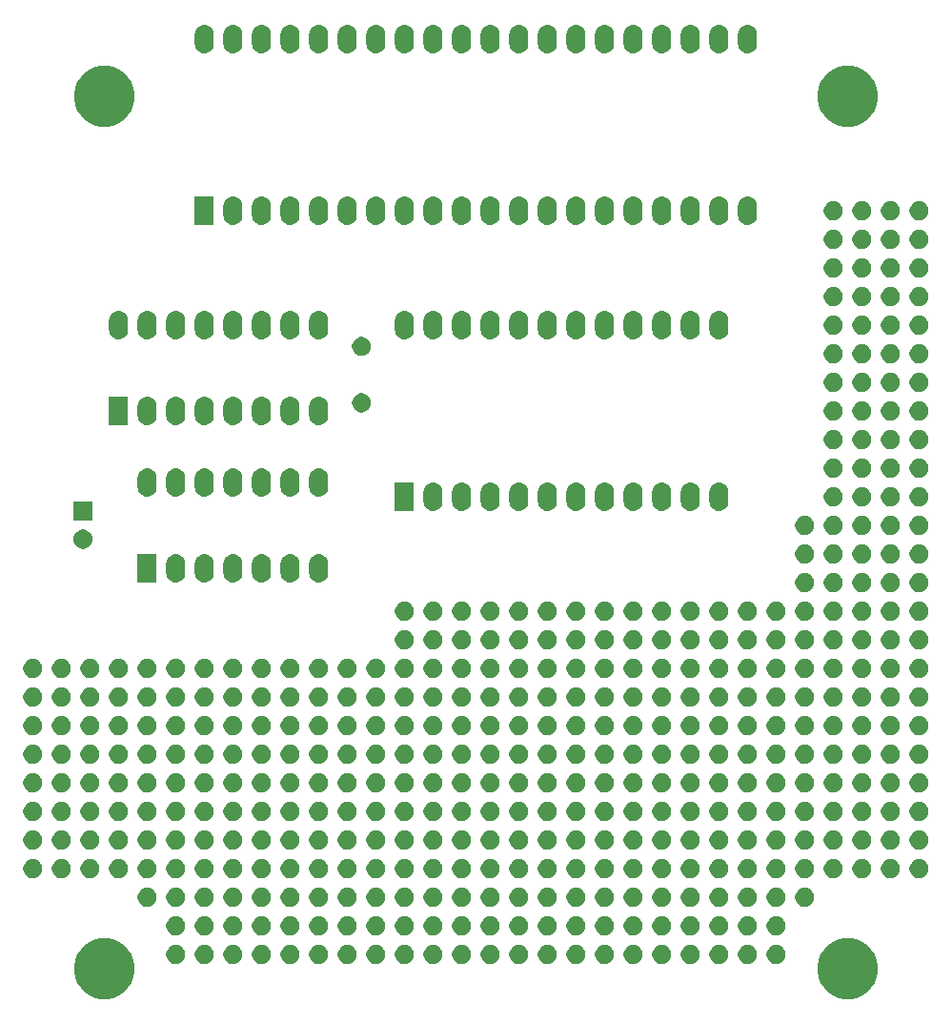
<source format=gbr>
G04 #@! TF.GenerationSoftware,KiCad,Pcbnew,5.1.2-f72e74a~84~ubuntu18.04.1*
G04 #@! TF.CreationDate,2019-07-07T13:50:11+03:00*
G04 #@! TF.ProjectId,fart,66617274-2e6b-4696-9361-645f70636258,rev?*
G04 #@! TF.SameCoordinates,Original*
G04 #@! TF.FileFunction,Soldermask,Top*
G04 #@! TF.FilePolarity,Negative*
%FSLAX46Y46*%
G04 Gerber Fmt 4.6, Leading zero omitted, Abs format (unit mm)*
G04 Created by KiCad (PCBNEW 5.1.2-f72e74a~84~ubuntu18.04.1) date 2019-07-07 13:50:11*
%MOMM*%
%LPD*%
G04 APERTURE LIST*
%ADD10C,0.100000*%
G04 APERTURE END LIST*
D10*
G36*
X184937852Y-173932797D02*
G01*
X185429402Y-174136404D01*
X185429403Y-174136405D01*
X185871787Y-174431996D01*
X186248004Y-174808213D01*
X186445512Y-175103805D01*
X186543596Y-175250598D01*
X186747203Y-175742148D01*
X186851000Y-176263973D01*
X186851000Y-176796027D01*
X186747203Y-177317852D01*
X186543596Y-177809402D01*
X186543595Y-177809403D01*
X186248004Y-178251787D01*
X185871787Y-178628004D01*
X185576195Y-178825512D01*
X185429402Y-178923596D01*
X184937852Y-179127203D01*
X184416027Y-179231000D01*
X183883973Y-179231000D01*
X183362148Y-179127203D01*
X182870598Y-178923596D01*
X182723805Y-178825512D01*
X182428213Y-178628004D01*
X182051996Y-178251787D01*
X181756405Y-177809403D01*
X181756404Y-177809402D01*
X181552797Y-177317852D01*
X181449000Y-176796027D01*
X181449000Y-176263973D01*
X181552797Y-175742148D01*
X181756404Y-175250598D01*
X181854488Y-175103805D01*
X182051996Y-174808213D01*
X182428213Y-174431996D01*
X182870597Y-174136405D01*
X182870598Y-174136404D01*
X183362148Y-173932797D01*
X183883973Y-173829000D01*
X184416027Y-173829000D01*
X184937852Y-173932797D01*
X184937852Y-173932797D01*
G37*
G36*
X118897852Y-173932797D02*
G01*
X119389402Y-174136404D01*
X119389403Y-174136405D01*
X119831787Y-174431996D01*
X120208004Y-174808213D01*
X120405512Y-175103805D01*
X120503596Y-175250598D01*
X120707203Y-175742148D01*
X120811000Y-176263973D01*
X120811000Y-176796027D01*
X120707203Y-177317852D01*
X120503596Y-177809402D01*
X120503595Y-177809403D01*
X120208004Y-178251787D01*
X119831787Y-178628004D01*
X119536195Y-178825512D01*
X119389402Y-178923596D01*
X118897852Y-179127203D01*
X118376027Y-179231000D01*
X117843973Y-179231000D01*
X117322148Y-179127203D01*
X116830598Y-178923596D01*
X116683805Y-178825512D01*
X116388213Y-178628004D01*
X116011996Y-178251787D01*
X115716405Y-177809403D01*
X115716404Y-177809402D01*
X115512797Y-177317852D01*
X115409000Y-176796027D01*
X115409000Y-176263973D01*
X115512797Y-175742148D01*
X115716404Y-175250598D01*
X115814488Y-175103805D01*
X116011996Y-174808213D01*
X116388213Y-174431996D01*
X116830597Y-174136405D01*
X116830598Y-174136404D01*
X117322148Y-173932797D01*
X117843973Y-173829000D01*
X118376027Y-173829000D01*
X118897852Y-173932797D01*
X118897852Y-173932797D01*
G37*
G36*
X160268228Y-174441703D02*
G01*
X160423100Y-174505853D01*
X160562481Y-174598985D01*
X160681015Y-174717519D01*
X160774147Y-174856900D01*
X160838297Y-175011772D01*
X160871000Y-175176184D01*
X160871000Y-175343816D01*
X160838297Y-175508228D01*
X160774147Y-175663100D01*
X160681015Y-175802481D01*
X160562481Y-175921015D01*
X160423100Y-176014147D01*
X160268228Y-176078297D01*
X160103816Y-176111000D01*
X159936184Y-176111000D01*
X159771772Y-176078297D01*
X159616900Y-176014147D01*
X159477519Y-175921015D01*
X159358985Y-175802481D01*
X159265853Y-175663100D01*
X159201703Y-175508228D01*
X159169000Y-175343816D01*
X159169000Y-175176184D01*
X159201703Y-175011772D01*
X159265853Y-174856900D01*
X159358985Y-174717519D01*
X159477519Y-174598985D01*
X159616900Y-174505853D01*
X159771772Y-174441703D01*
X159936184Y-174409000D01*
X160103816Y-174409000D01*
X160268228Y-174441703D01*
X160268228Y-174441703D01*
G37*
G36*
X124708228Y-174441703D02*
G01*
X124863100Y-174505853D01*
X125002481Y-174598985D01*
X125121015Y-174717519D01*
X125214147Y-174856900D01*
X125278297Y-175011772D01*
X125311000Y-175176184D01*
X125311000Y-175343816D01*
X125278297Y-175508228D01*
X125214147Y-175663100D01*
X125121015Y-175802481D01*
X125002481Y-175921015D01*
X124863100Y-176014147D01*
X124708228Y-176078297D01*
X124543816Y-176111000D01*
X124376184Y-176111000D01*
X124211772Y-176078297D01*
X124056900Y-176014147D01*
X123917519Y-175921015D01*
X123798985Y-175802481D01*
X123705853Y-175663100D01*
X123641703Y-175508228D01*
X123609000Y-175343816D01*
X123609000Y-175176184D01*
X123641703Y-175011772D01*
X123705853Y-174856900D01*
X123798985Y-174717519D01*
X123917519Y-174598985D01*
X124056900Y-174505853D01*
X124211772Y-174441703D01*
X124376184Y-174409000D01*
X124543816Y-174409000D01*
X124708228Y-174441703D01*
X124708228Y-174441703D01*
G37*
G36*
X142488228Y-174441703D02*
G01*
X142643100Y-174505853D01*
X142782481Y-174598985D01*
X142901015Y-174717519D01*
X142994147Y-174856900D01*
X143058297Y-175011772D01*
X143091000Y-175176184D01*
X143091000Y-175343816D01*
X143058297Y-175508228D01*
X142994147Y-175663100D01*
X142901015Y-175802481D01*
X142782481Y-175921015D01*
X142643100Y-176014147D01*
X142488228Y-176078297D01*
X142323816Y-176111000D01*
X142156184Y-176111000D01*
X141991772Y-176078297D01*
X141836900Y-176014147D01*
X141697519Y-175921015D01*
X141578985Y-175802481D01*
X141485853Y-175663100D01*
X141421703Y-175508228D01*
X141389000Y-175343816D01*
X141389000Y-175176184D01*
X141421703Y-175011772D01*
X141485853Y-174856900D01*
X141578985Y-174717519D01*
X141697519Y-174598985D01*
X141836900Y-174505853D01*
X141991772Y-174441703D01*
X142156184Y-174409000D01*
X142323816Y-174409000D01*
X142488228Y-174441703D01*
X142488228Y-174441703D01*
G37*
G36*
X137408228Y-174441703D02*
G01*
X137563100Y-174505853D01*
X137702481Y-174598985D01*
X137821015Y-174717519D01*
X137914147Y-174856900D01*
X137978297Y-175011772D01*
X138011000Y-175176184D01*
X138011000Y-175343816D01*
X137978297Y-175508228D01*
X137914147Y-175663100D01*
X137821015Y-175802481D01*
X137702481Y-175921015D01*
X137563100Y-176014147D01*
X137408228Y-176078297D01*
X137243816Y-176111000D01*
X137076184Y-176111000D01*
X136911772Y-176078297D01*
X136756900Y-176014147D01*
X136617519Y-175921015D01*
X136498985Y-175802481D01*
X136405853Y-175663100D01*
X136341703Y-175508228D01*
X136309000Y-175343816D01*
X136309000Y-175176184D01*
X136341703Y-175011772D01*
X136405853Y-174856900D01*
X136498985Y-174717519D01*
X136617519Y-174598985D01*
X136756900Y-174505853D01*
X136911772Y-174441703D01*
X137076184Y-174409000D01*
X137243816Y-174409000D01*
X137408228Y-174441703D01*
X137408228Y-174441703D01*
G37*
G36*
X155188228Y-174441703D02*
G01*
X155343100Y-174505853D01*
X155482481Y-174598985D01*
X155601015Y-174717519D01*
X155694147Y-174856900D01*
X155758297Y-175011772D01*
X155791000Y-175176184D01*
X155791000Y-175343816D01*
X155758297Y-175508228D01*
X155694147Y-175663100D01*
X155601015Y-175802481D01*
X155482481Y-175921015D01*
X155343100Y-176014147D01*
X155188228Y-176078297D01*
X155023816Y-176111000D01*
X154856184Y-176111000D01*
X154691772Y-176078297D01*
X154536900Y-176014147D01*
X154397519Y-175921015D01*
X154278985Y-175802481D01*
X154185853Y-175663100D01*
X154121703Y-175508228D01*
X154089000Y-175343816D01*
X154089000Y-175176184D01*
X154121703Y-175011772D01*
X154185853Y-174856900D01*
X154278985Y-174717519D01*
X154397519Y-174598985D01*
X154536900Y-174505853D01*
X154691772Y-174441703D01*
X154856184Y-174409000D01*
X155023816Y-174409000D01*
X155188228Y-174441703D01*
X155188228Y-174441703D01*
G37*
G36*
X157728228Y-174441703D02*
G01*
X157883100Y-174505853D01*
X158022481Y-174598985D01*
X158141015Y-174717519D01*
X158234147Y-174856900D01*
X158298297Y-175011772D01*
X158331000Y-175176184D01*
X158331000Y-175343816D01*
X158298297Y-175508228D01*
X158234147Y-175663100D01*
X158141015Y-175802481D01*
X158022481Y-175921015D01*
X157883100Y-176014147D01*
X157728228Y-176078297D01*
X157563816Y-176111000D01*
X157396184Y-176111000D01*
X157231772Y-176078297D01*
X157076900Y-176014147D01*
X156937519Y-175921015D01*
X156818985Y-175802481D01*
X156725853Y-175663100D01*
X156661703Y-175508228D01*
X156629000Y-175343816D01*
X156629000Y-175176184D01*
X156661703Y-175011772D01*
X156725853Y-174856900D01*
X156818985Y-174717519D01*
X156937519Y-174598985D01*
X157076900Y-174505853D01*
X157231772Y-174441703D01*
X157396184Y-174409000D01*
X157563816Y-174409000D01*
X157728228Y-174441703D01*
X157728228Y-174441703D01*
G37*
G36*
X165348228Y-174441703D02*
G01*
X165503100Y-174505853D01*
X165642481Y-174598985D01*
X165761015Y-174717519D01*
X165854147Y-174856900D01*
X165918297Y-175011772D01*
X165951000Y-175176184D01*
X165951000Y-175343816D01*
X165918297Y-175508228D01*
X165854147Y-175663100D01*
X165761015Y-175802481D01*
X165642481Y-175921015D01*
X165503100Y-176014147D01*
X165348228Y-176078297D01*
X165183816Y-176111000D01*
X165016184Y-176111000D01*
X164851772Y-176078297D01*
X164696900Y-176014147D01*
X164557519Y-175921015D01*
X164438985Y-175802481D01*
X164345853Y-175663100D01*
X164281703Y-175508228D01*
X164249000Y-175343816D01*
X164249000Y-175176184D01*
X164281703Y-175011772D01*
X164345853Y-174856900D01*
X164438985Y-174717519D01*
X164557519Y-174598985D01*
X164696900Y-174505853D01*
X164851772Y-174441703D01*
X165016184Y-174409000D01*
X165183816Y-174409000D01*
X165348228Y-174441703D01*
X165348228Y-174441703D01*
G37*
G36*
X127248228Y-174441703D02*
G01*
X127403100Y-174505853D01*
X127542481Y-174598985D01*
X127661015Y-174717519D01*
X127754147Y-174856900D01*
X127818297Y-175011772D01*
X127851000Y-175176184D01*
X127851000Y-175343816D01*
X127818297Y-175508228D01*
X127754147Y-175663100D01*
X127661015Y-175802481D01*
X127542481Y-175921015D01*
X127403100Y-176014147D01*
X127248228Y-176078297D01*
X127083816Y-176111000D01*
X126916184Y-176111000D01*
X126751772Y-176078297D01*
X126596900Y-176014147D01*
X126457519Y-175921015D01*
X126338985Y-175802481D01*
X126245853Y-175663100D01*
X126181703Y-175508228D01*
X126149000Y-175343816D01*
X126149000Y-175176184D01*
X126181703Y-175011772D01*
X126245853Y-174856900D01*
X126338985Y-174717519D01*
X126457519Y-174598985D01*
X126596900Y-174505853D01*
X126751772Y-174441703D01*
X126916184Y-174409000D01*
X127083816Y-174409000D01*
X127248228Y-174441703D01*
X127248228Y-174441703D01*
G37*
G36*
X167888228Y-174441703D02*
G01*
X168043100Y-174505853D01*
X168182481Y-174598985D01*
X168301015Y-174717519D01*
X168394147Y-174856900D01*
X168458297Y-175011772D01*
X168491000Y-175176184D01*
X168491000Y-175343816D01*
X168458297Y-175508228D01*
X168394147Y-175663100D01*
X168301015Y-175802481D01*
X168182481Y-175921015D01*
X168043100Y-176014147D01*
X167888228Y-176078297D01*
X167723816Y-176111000D01*
X167556184Y-176111000D01*
X167391772Y-176078297D01*
X167236900Y-176014147D01*
X167097519Y-175921015D01*
X166978985Y-175802481D01*
X166885853Y-175663100D01*
X166821703Y-175508228D01*
X166789000Y-175343816D01*
X166789000Y-175176184D01*
X166821703Y-175011772D01*
X166885853Y-174856900D01*
X166978985Y-174717519D01*
X167097519Y-174598985D01*
X167236900Y-174505853D01*
X167391772Y-174441703D01*
X167556184Y-174409000D01*
X167723816Y-174409000D01*
X167888228Y-174441703D01*
X167888228Y-174441703D01*
G37*
G36*
X152648228Y-174441703D02*
G01*
X152803100Y-174505853D01*
X152942481Y-174598985D01*
X153061015Y-174717519D01*
X153154147Y-174856900D01*
X153218297Y-175011772D01*
X153251000Y-175176184D01*
X153251000Y-175343816D01*
X153218297Y-175508228D01*
X153154147Y-175663100D01*
X153061015Y-175802481D01*
X152942481Y-175921015D01*
X152803100Y-176014147D01*
X152648228Y-176078297D01*
X152483816Y-176111000D01*
X152316184Y-176111000D01*
X152151772Y-176078297D01*
X151996900Y-176014147D01*
X151857519Y-175921015D01*
X151738985Y-175802481D01*
X151645853Y-175663100D01*
X151581703Y-175508228D01*
X151549000Y-175343816D01*
X151549000Y-175176184D01*
X151581703Y-175011772D01*
X151645853Y-174856900D01*
X151738985Y-174717519D01*
X151857519Y-174598985D01*
X151996900Y-174505853D01*
X152151772Y-174441703D01*
X152316184Y-174409000D01*
X152483816Y-174409000D01*
X152648228Y-174441703D01*
X152648228Y-174441703D01*
G37*
G36*
X134868228Y-174441703D02*
G01*
X135023100Y-174505853D01*
X135162481Y-174598985D01*
X135281015Y-174717519D01*
X135374147Y-174856900D01*
X135438297Y-175011772D01*
X135471000Y-175176184D01*
X135471000Y-175343816D01*
X135438297Y-175508228D01*
X135374147Y-175663100D01*
X135281015Y-175802481D01*
X135162481Y-175921015D01*
X135023100Y-176014147D01*
X134868228Y-176078297D01*
X134703816Y-176111000D01*
X134536184Y-176111000D01*
X134371772Y-176078297D01*
X134216900Y-176014147D01*
X134077519Y-175921015D01*
X133958985Y-175802481D01*
X133865853Y-175663100D01*
X133801703Y-175508228D01*
X133769000Y-175343816D01*
X133769000Y-175176184D01*
X133801703Y-175011772D01*
X133865853Y-174856900D01*
X133958985Y-174717519D01*
X134077519Y-174598985D01*
X134216900Y-174505853D01*
X134371772Y-174441703D01*
X134536184Y-174409000D01*
X134703816Y-174409000D01*
X134868228Y-174441703D01*
X134868228Y-174441703D01*
G37*
G36*
X129788228Y-174441703D02*
G01*
X129943100Y-174505853D01*
X130082481Y-174598985D01*
X130201015Y-174717519D01*
X130294147Y-174856900D01*
X130358297Y-175011772D01*
X130391000Y-175176184D01*
X130391000Y-175343816D01*
X130358297Y-175508228D01*
X130294147Y-175663100D01*
X130201015Y-175802481D01*
X130082481Y-175921015D01*
X129943100Y-176014147D01*
X129788228Y-176078297D01*
X129623816Y-176111000D01*
X129456184Y-176111000D01*
X129291772Y-176078297D01*
X129136900Y-176014147D01*
X128997519Y-175921015D01*
X128878985Y-175802481D01*
X128785853Y-175663100D01*
X128721703Y-175508228D01*
X128689000Y-175343816D01*
X128689000Y-175176184D01*
X128721703Y-175011772D01*
X128785853Y-174856900D01*
X128878985Y-174717519D01*
X128997519Y-174598985D01*
X129136900Y-174505853D01*
X129291772Y-174441703D01*
X129456184Y-174409000D01*
X129623816Y-174409000D01*
X129788228Y-174441703D01*
X129788228Y-174441703D01*
G37*
G36*
X170428228Y-174441703D02*
G01*
X170583100Y-174505853D01*
X170722481Y-174598985D01*
X170841015Y-174717519D01*
X170934147Y-174856900D01*
X170998297Y-175011772D01*
X171031000Y-175176184D01*
X171031000Y-175343816D01*
X170998297Y-175508228D01*
X170934147Y-175663100D01*
X170841015Y-175802481D01*
X170722481Y-175921015D01*
X170583100Y-176014147D01*
X170428228Y-176078297D01*
X170263816Y-176111000D01*
X170096184Y-176111000D01*
X169931772Y-176078297D01*
X169776900Y-176014147D01*
X169637519Y-175921015D01*
X169518985Y-175802481D01*
X169425853Y-175663100D01*
X169361703Y-175508228D01*
X169329000Y-175343816D01*
X169329000Y-175176184D01*
X169361703Y-175011772D01*
X169425853Y-174856900D01*
X169518985Y-174717519D01*
X169637519Y-174598985D01*
X169776900Y-174505853D01*
X169931772Y-174441703D01*
X170096184Y-174409000D01*
X170263816Y-174409000D01*
X170428228Y-174441703D01*
X170428228Y-174441703D01*
G37*
G36*
X178048228Y-174441703D02*
G01*
X178203100Y-174505853D01*
X178342481Y-174598985D01*
X178461015Y-174717519D01*
X178554147Y-174856900D01*
X178618297Y-175011772D01*
X178651000Y-175176184D01*
X178651000Y-175343816D01*
X178618297Y-175508228D01*
X178554147Y-175663100D01*
X178461015Y-175802481D01*
X178342481Y-175921015D01*
X178203100Y-176014147D01*
X178048228Y-176078297D01*
X177883816Y-176111000D01*
X177716184Y-176111000D01*
X177551772Y-176078297D01*
X177396900Y-176014147D01*
X177257519Y-175921015D01*
X177138985Y-175802481D01*
X177045853Y-175663100D01*
X176981703Y-175508228D01*
X176949000Y-175343816D01*
X176949000Y-175176184D01*
X176981703Y-175011772D01*
X177045853Y-174856900D01*
X177138985Y-174717519D01*
X177257519Y-174598985D01*
X177396900Y-174505853D01*
X177551772Y-174441703D01*
X177716184Y-174409000D01*
X177883816Y-174409000D01*
X178048228Y-174441703D01*
X178048228Y-174441703D01*
G37*
G36*
X175508228Y-174441703D02*
G01*
X175663100Y-174505853D01*
X175802481Y-174598985D01*
X175921015Y-174717519D01*
X176014147Y-174856900D01*
X176078297Y-175011772D01*
X176111000Y-175176184D01*
X176111000Y-175343816D01*
X176078297Y-175508228D01*
X176014147Y-175663100D01*
X175921015Y-175802481D01*
X175802481Y-175921015D01*
X175663100Y-176014147D01*
X175508228Y-176078297D01*
X175343816Y-176111000D01*
X175176184Y-176111000D01*
X175011772Y-176078297D01*
X174856900Y-176014147D01*
X174717519Y-175921015D01*
X174598985Y-175802481D01*
X174505853Y-175663100D01*
X174441703Y-175508228D01*
X174409000Y-175343816D01*
X174409000Y-175176184D01*
X174441703Y-175011772D01*
X174505853Y-174856900D01*
X174598985Y-174717519D01*
X174717519Y-174598985D01*
X174856900Y-174505853D01*
X175011772Y-174441703D01*
X175176184Y-174409000D01*
X175343816Y-174409000D01*
X175508228Y-174441703D01*
X175508228Y-174441703D01*
G37*
G36*
X132328228Y-174441703D02*
G01*
X132483100Y-174505853D01*
X132622481Y-174598985D01*
X132741015Y-174717519D01*
X132834147Y-174856900D01*
X132898297Y-175011772D01*
X132931000Y-175176184D01*
X132931000Y-175343816D01*
X132898297Y-175508228D01*
X132834147Y-175663100D01*
X132741015Y-175802481D01*
X132622481Y-175921015D01*
X132483100Y-176014147D01*
X132328228Y-176078297D01*
X132163816Y-176111000D01*
X131996184Y-176111000D01*
X131831772Y-176078297D01*
X131676900Y-176014147D01*
X131537519Y-175921015D01*
X131418985Y-175802481D01*
X131325853Y-175663100D01*
X131261703Y-175508228D01*
X131229000Y-175343816D01*
X131229000Y-175176184D01*
X131261703Y-175011772D01*
X131325853Y-174856900D01*
X131418985Y-174717519D01*
X131537519Y-174598985D01*
X131676900Y-174505853D01*
X131831772Y-174441703D01*
X131996184Y-174409000D01*
X132163816Y-174409000D01*
X132328228Y-174441703D01*
X132328228Y-174441703D01*
G37*
G36*
X147568228Y-174441703D02*
G01*
X147723100Y-174505853D01*
X147862481Y-174598985D01*
X147981015Y-174717519D01*
X148074147Y-174856900D01*
X148138297Y-175011772D01*
X148171000Y-175176184D01*
X148171000Y-175343816D01*
X148138297Y-175508228D01*
X148074147Y-175663100D01*
X147981015Y-175802481D01*
X147862481Y-175921015D01*
X147723100Y-176014147D01*
X147568228Y-176078297D01*
X147403816Y-176111000D01*
X147236184Y-176111000D01*
X147071772Y-176078297D01*
X146916900Y-176014147D01*
X146777519Y-175921015D01*
X146658985Y-175802481D01*
X146565853Y-175663100D01*
X146501703Y-175508228D01*
X146469000Y-175343816D01*
X146469000Y-175176184D01*
X146501703Y-175011772D01*
X146565853Y-174856900D01*
X146658985Y-174717519D01*
X146777519Y-174598985D01*
X146916900Y-174505853D01*
X147071772Y-174441703D01*
X147236184Y-174409000D01*
X147403816Y-174409000D01*
X147568228Y-174441703D01*
X147568228Y-174441703D01*
G37*
G36*
X162808228Y-174441703D02*
G01*
X162963100Y-174505853D01*
X163102481Y-174598985D01*
X163221015Y-174717519D01*
X163314147Y-174856900D01*
X163378297Y-175011772D01*
X163411000Y-175176184D01*
X163411000Y-175343816D01*
X163378297Y-175508228D01*
X163314147Y-175663100D01*
X163221015Y-175802481D01*
X163102481Y-175921015D01*
X162963100Y-176014147D01*
X162808228Y-176078297D01*
X162643816Y-176111000D01*
X162476184Y-176111000D01*
X162311772Y-176078297D01*
X162156900Y-176014147D01*
X162017519Y-175921015D01*
X161898985Y-175802481D01*
X161805853Y-175663100D01*
X161741703Y-175508228D01*
X161709000Y-175343816D01*
X161709000Y-175176184D01*
X161741703Y-175011772D01*
X161805853Y-174856900D01*
X161898985Y-174717519D01*
X162017519Y-174598985D01*
X162156900Y-174505853D01*
X162311772Y-174441703D01*
X162476184Y-174409000D01*
X162643816Y-174409000D01*
X162808228Y-174441703D01*
X162808228Y-174441703D01*
G37*
G36*
X150108228Y-174441703D02*
G01*
X150263100Y-174505853D01*
X150402481Y-174598985D01*
X150521015Y-174717519D01*
X150614147Y-174856900D01*
X150678297Y-175011772D01*
X150711000Y-175176184D01*
X150711000Y-175343816D01*
X150678297Y-175508228D01*
X150614147Y-175663100D01*
X150521015Y-175802481D01*
X150402481Y-175921015D01*
X150263100Y-176014147D01*
X150108228Y-176078297D01*
X149943816Y-176111000D01*
X149776184Y-176111000D01*
X149611772Y-176078297D01*
X149456900Y-176014147D01*
X149317519Y-175921015D01*
X149198985Y-175802481D01*
X149105853Y-175663100D01*
X149041703Y-175508228D01*
X149009000Y-175343816D01*
X149009000Y-175176184D01*
X149041703Y-175011772D01*
X149105853Y-174856900D01*
X149198985Y-174717519D01*
X149317519Y-174598985D01*
X149456900Y-174505853D01*
X149611772Y-174441703D01*
X149776184Y-174409000D01*
X149943816Y-174409000D01*
X150108228Y-174441703D01*
X150108228Y-174441703D01*
G37*
G36*
X172968228Y-174441703D02*
G01*
X173123100Y-174505853D01*
X173262481Y-174598985D01*
X173381015Y-174717519D01*
X173474147Y-174856900D01*
X173538297Y-175011772D01*
X173571000Y-175176184D01*
X173571000Y-175343816D01*
X173538297Y-175508228D01*
X173474147Y-175663100D01*
X173381015Y-175802481D01*
X173262481Y-175921015D01*
X173123100Y-176014147D01*
X172968228Y-176078297D01*
X172803816Y-176111000D01*
X172636184Y-176111000D01*
X172471772Y-176078297D01*
X172316900Y-176014147D01*
X172177519Y-175921015D01*
X172058985Y-175802481D01*
X171965853Y-175663100D01*
X171901703Y-175508228D01*
X171869000Y-175343816D01*
X171869000Y-175176184D01*
X171901703Y-175011772D01*
X171965853Y-174856900D01*
X172058985Y-174717519D01*
X172177519Y-174598985D01*
X172316900Y-174505853D01*
X172471772Y-174441703D01*
X172636184Y-174409000D01*
X172803816Y-174409000D01*
X172968228Y-174441703D01*
X172968228Y-174441703D01*
G37*
G36*
X139948228Y-174441703D02*
G01*
X140103100Y-174505853D01*
X140242481Y-174598985D01*
X140361015Y-174717519D01*
X140454147Y-174856900D01*
X140518297Y-175011772D01*
X140551000Y-175176184D01*
X140551000Y-175343816D01*
X140518297Y-175508228D01*
X140454147Y-175663100D01*
X140361015Y-175802481D01*
X140242481Y-175921015D01*
X140103100Y-176014147D01*
X139948228Y-176078297D01*
X139783816Y-176111000D01*
X139616184Y-176111000D01*
X139451772Y-176078297D01*
X139296900Y-176014147D01*
X139157519Y-175921015D01*
X139038985Y-175802481D01*
X138945853Y-175663100D01*
X138881703Y-175508228D01*
X138849000Y-175343816D01*
X138849000Y-175176184D01*
X138881703Y-175011772D01*
X138945853Y-174856900D01*
X139038985Y-174717519D01*
X139157519Y-174598985D01*
X139296900Y-174505853D01*
X139451772Y-174441703D01*
X139616184Y-174409000D01*
X139783816Y-174409000D01*
X139948228Y-174441703D01*
X139948228Y-174441703D01*
G37*
G36*
X145028228Y-174441703D02*
G01*
X145183100Y-174505853D01*
X145322481Y-174598985D01*
X145441015Y-174717519D01*
X145534147Y-174856900D01*
X145598297Y-175011772D01*
X145631000Y-175176184D01*
X145631000Y-175343816D01*
X145598297Y-175508228D01*
X145534147Y-175663100D01*
X145441015Y-175802481D01*
X145322481Y-175921015D01*
X145183100Y-176014147D01*
X145028228Y-176078297D01*
X144863816Y-176111000D01*
X144696184Y-176111000D01*
X144531772Y-176078297D01*
X144376900Y-176014147D01*
X144237519Y-175921015D01*
X144118985Y-175802481D01*
X144025853Y-175663100D01*
X143961703Y-175508228D01*
X143929000Y-175343816D01*
X143929000Y-175176184D01*
X143961703Y-175011772D01*
X144025853Y-174856900D01*
X144118985Y-174717519D01*
X144237519Y-174598985D01*
X144376900Y-174505853D01*
X144531772Y-174441703D01*
X144696184Y-174409000D01*
X144863816Y-174409000D01*
X145028228Y-174441703D01*
X145028228Y-174441703D01*
G37*
G36*
X167888228Y-171901703D02*
G01*
X168043100Y-171965853D01*
X168182481Y-172058985D01*
X168301015Y-172177519D01*
X168394147Y-172316900D01*
X168458297Y-172471772D01*
X168491000Y-172636184D01*
X168491000Y-172803816D01*
X168458297Y-172968228D01*
X168394147Y-173123100D01*
X168301015Y-173262481D01*
X168182481Y-173381015D01*
X168043100Y-173474147D01*
X167888228Y-173538297D01*
X167723816Y-173571000D01*
X167556184Y-173571000D01*
X167391772Y-173538297D01*
X167236900Y-173474147D01*
X167097519Y-173381015D01*
X166978985Y-173262481D01*
X166885853Y-173123100D01*
X166821703Y-172968228D01*
X166789000Y-172803816D01*
X166789000Y-172636184D01*
X166821703Y-172471772D01*
X166885853Y-172316900D01*
X166978985Y-172177519D01*
X167097519Y-172058985D01*
X167236900Y-171965853D01*
X167391772Y-171901703D01*
X167556184Y-171869000D01*
X167723816Y-171869000D01*
X167888228Y-171901703D01*
X167888228Y-171901703D01*
G37*
G36*
X150108228Y-171901703D02*
G01*
X150263100Y-171965853D01*
X150402481Y-172058985D01*
X150521015Y-172177519D01*
X150614147Y-172316900D01*
X150678297Y-172471772D01*
X150711000Y-172636184D01*
X150711000Y-172803816D01*
X150678297Y-172968228D01*
X150614147Y-173123100D01*
X150521015Y-173262481D01*
X150402481Y-173381015D01*
X150263100Y-173474147D01*
X150108228Y-173538297D01*
X149943816Y-173571000D01*
X149776184Y-173571000D01*
X149611772Y-173538297D01*
X149456900Y-173474147D01*
X149317519Y-173381015D01*
X149198985Y-173262481D01*
X149105853Y-173123100D01*
X149041703Y-172968228D01*
X149009000Y-172803816D01*
X149009000Y-172636184D01*
X149041703Y-172471772D01*
X149105853Y-172316900D01*
X149198985Y-172177519D01*
X149317519Y-172058985D01*
X149456900Y-171965853D01*
X149611772Y-171901703D01*
X149776184Y-171869000D01*
X149943816Y-171869000D01*
X150108228Y-171901703D01*
X150108228Y-171901703D01*
G37*
G36*
X147568228Y-171901703D02*
G01*
X147723100Y-171965853D01*
X147862481Y-172058985D01*
X147981015Y-172177519D01*
X148074147Y-172316900D01*
X148138297Y-172471772D01*
X148171000Y-172636184D01*
X148171000Y-172803816D01*
X148138297Y-172968228D01*
X148074147Y-173123100D01*
X147981015Y-173262481D01*
X147862481Y-173381015D01*
X147723100Y-173474147D01*
X147568228Y-173538297D01*
X147403816Y-173571000D01*
X147236184Y-173571000D01*
X147071772Y-173538297D01*
X146916900Y-173474147D01*
X146777519Y-173381015D01*
X146658985Y-173262481D01*
X146565853Y-173123100D01*
X146501703Y-172968228D01*
X146469000Y-172803816D01*
X146469000Y-172636184D01*
X146501703Y-172471772D01*
X146565853Y-172316900D01*
X146658985Y-172177519D01*
X146777519Y-172058985D01*
X146916900Y-171965853D01*
X147071772Y-171901703D01*
X147236184Y-171869000D01*
X147403816Y-171869000D01*
X147568228Y-171901703D01*
X147568228Y-171901703D01*
G37*
G36*
X145028228Y-171901703D02*
G01*
X145183100Y-171965853D01*
X145322481Y-172058985D01*
X145441015Y-172177519D01*
X145534147Y-172316900D01*
X145598297Y-172471772D01*
X145631000Y-172636184D01*
X145631000Y-172803816D01*
X145598297Y-172968228D01*
X145534147Y-173123100D01*
X145441015Y-173262481D01*
X145322481Y-173381015D01*
X145183100Y-173474147D01*
X145028228Y-173538297D01*
X144863816Y-173571000D01*
X144696184Y-173571000D01*
X144531772Y-173538297D01*
X144376900Y-173474147D01*
X144237519Y-173381015D01*
X144118985Y-173262481D01*
X144025853Y-173123100D01*
X143961703Y-172968228D01*
X143929000Y-172803816D01*
X143929000Y-172636184D01*
X143961703Y-172471772D01*
X144025853Y-172316900D01*
X144118985Y-172177519D01*
X144237519Y-172058985D01*
X144376900Y-171965853D01*
X144531772Y-171901703D01*
X144696184Y-171869000D01*
X144863816Y-171869000D01*
X145028228Y-171901703D01*
X145028228Y-171901703D01*
G37*
G36*
X162808228Y-171901703D02*
G01*
X162963100Y-171965853D01*
X163102481Y-172058985D01*
X163221015Y-172177519D01*
X163314147Y-172316900D01*
X163378297Y-172471772D01*
X163411000Y-172636184D01*
X163411000Y-172803816D01*
X163378297Y-172968228D01*
X163314147Y-173123100D01*
X163221015Y-173262481D01*
X163102481Y-173381015D01*
X162963100Y-173474147D01*
X162808228Y-173538297D01*
X162643816Y-173571000D01*
X162476184Y-173571000D01*
X162311772Y-173538297D01*
X162156900Y-173474147D01*
X162017519Y-173381015D01*
X161898985Y-173262481D01*
X161805853Y-173123100D01*
X161741703Y-172968228D01*
X161709000Y-172803816D01*
X161709000Y-172636184D01*
X161741703Y-172471772D01*
X161805853Y-172316900D01*
X161898985Y-172177519D01*
X162017519Y-172058985D01*
X162156900Y-171965853D01*
X162311772Y-171901703D01*
X162476184Y-171869000D01*
X162643816Y-171869000D01*
X162808228Y-171901703D01*
X162808228Y-171901703D01*
G37*
G36*
X134868228Y-171901703D02*
G01*
X135023100Y-171965853D01*
X135162481Y-172058985D01*
X135281015Y-172177519D01*
X135374147Y-172316900D01*
X135438297Y-172471772D01*
X135471000Y-172636184D01*
X135471000Y-172803816D01*
X135438297Y-172968228D01*
X135374147Y-173123100D01*
X135281015Y-173262481D01*
X135162481Y-173381015D01*
X135023100Y-173474147D01*
X134868228Y-173538297D01*
X134703816Y-173571000D01*
X134536184Y-173571000D01*
X134371772Y-173538297D01*
X134216900Y-173474147D01*
X134077519Y-173381015D01*
X133958985Y-173262481D01*
X133865853Y-173123100D01*
X133801703Y-172968228D01*
X133769000Y-172803816D01*
X133769000Y-172636184D01*
X133801703Y-172471772D01*
X133865853Y-172316900D01*
X133958985Y-172177519D01*
X134077519Y-172058985D01*
X134216900Y-171965853D01*
X134371772Y-171901703D01*
X134536184Y-171869000D01*
X134703816Y-171869000D01*
X134868228Y-171901703D01*
X134868228Y-171901703D01*
G37*
G36*
X157728228Y-171901703D02*
G01*
X157883100Y-171965853D01*
X158022481Y-172058985D01*
X158141015Y-172177519D01*
X158234147Y-172316900D01*
X158298297Y-172471772D01*
X158331000Y-172636184D01*
X158331000Y-172803816D01*
X158298297Y-172968228D01*
X158234147Y-173123100D01*
X158141015Y-173262481D01*
X158022481Y-173381015D01*
X157883100Y-173474147D01*
X157728228Y-173538297D01*
X157563816Y-173571000D01*
X157396184Y-173571000D01*
X157231772Y-173538297D01*
X157076900Y-173474147D01*
X156937519Y-173381015D01*
X156818985Y-173262481D01*
X156725853Y-173123100D01*
X156661703Y-172968228D01*
X156629000Y-172803816D01*
X156629000Y-172636184D01*
X156661703Y-172471772D01*
X156725853Y-172316900D01*
X156818985Y-172177519D01*
X156937519Y-172058985D01*
X157076900Y-171965853D01*
X157231772Y-171901703D01*
X157396184Y-171869000D01*
X157563816Y-171869000D01*
X157728228Y-171901703D01*
X157728228Y-171901703D01*
G37*
G36*
X152648228Y-171901703D02*
G01*
X152803100Y-171965853D01*
X152942481Y-172058985D01*
X153061015Y-172177519D01*
X153154147Y-172316900D01*
X153218297Y-172471772D01*
X153251000Y-172636184D01*
X153251000Y-172803816D01*
X153218297Y-172968228D01*
X153154147Y-173123100D01*
X153061015Y-173262481D01*
X152942481Y-173381015D01*
X152803100Y-173474147D01*
X152648228Y-173538297D01*
X152483816Y-173571000D01*
X152316184Y-173571000D01*
X152151772Y-173538297D01*
X151996900Y-173474147D01*
X151857519Y-173381015D01*
X151738985Y-173262481D01*
X151645853Y-173123100D01*
X151581703Y-172968228D01*
X151549000Y-172803816D01*
X151549000Y-172636184D01*
X151581703Y-172471772D01*
X151645853Y-172316900D01*
X151738985Y-172177519D01*
X151857519Y-172058985D01*
X151996900Y-171965853D01*
X152151772Y-171901703D01*
X152316184Y-171869000D01*
X152483816Y-171869000D01*
X152648228Y-171901703D01*
X152648228Y-171901703D01*
G37*
G36*
X139948228Y-171901703D02*
G01*
X140103100Y-171965853D01*
X140242481Y-172058985D01*
X140361015Y-172177519D01*
X140454147Y-172316900D01*
X140518297Y-172471772D01*
X140551000Y-172636184D01*
X140551000Y-172803816D01*
X140518297Y-172968228D01*
X140454147Y-173123100D01*
X140361015Y-173262481D01*
X140242481Y-173381015D01*
X140103100Y-173474147D01*
X139948228Y-173538297D01*
X139783816Y-173571000D01*
X139616184Y-173571000D01*
X139451772Y-173538297D01*
X139296900Y-173474147D01*
X139157519Y-173381015D01*
X139038985Y-173262481D01*
X138945853Y-173123100D01*
X138881703Y-172968228D01*
X138849000Y-172803816D01*
X138849000Y-172636184D01*
X138881703Y-172471772D01*
X138945853Y-172316900D01*
X139038985Y-172177519D01*
X139157519Y-172058985D01*
X139296900Y-171965853D01*
X139451772Y-171901703D01*
X139616184Y-171869000D01*
X139783816Y-171869000D01*
X139948228Y-171901703D01*
X139948228Y-171901703D01*
G37*
G36*
X124708228Y-171901703D02*
G01*
X124863100Y-171965853D01*
X125002481Y-172058985D01*
X125121015Y-172177519D01*
X125214147Y-172316900D01*
X125278297Y-172471772D01*
X125311000Y-172636184D01*
X125311000Y-172803816D01*
X125278297Y-172968228D01*
X125214147Y-173123100D01*
X125121015Y-173262481D01*
X125002481Y-173381015D01*
X124863100Y-173474147D01*
X124708228Y-173538297D01*
X124543816Y-173571000D01*
X124376184Y-173571000D01*
X124211772Y-173538297D01*
X124056900Y-173474147D01*
X123917519Y-173381015D01*
X123798985Y-173262481D01*
X123705853Y-173123100D01*
X123641703Y-172968228D01*
X123609000Y-172803816D01*
X123609000Y-172636184D01*
X123641703Y-172471772D01*
X123705853Y-172316900D01*
X123798985Y-172177519D01*
X123917519Y-172058985D01*
X124056900Y-171965853D01*
X124211772Y-171901703D01*
X124376184Y-171869000D01*
X124543816Y-171869000D01*
X124708228Y-171901703D01*
X124708228Y-171901703D01*
G37*
G36*
X129788228Y-171901703D02*
G01*
X129943100Y-171965853D01*
X130082481Y-172058985D01*
X130201015Y-172177519D01*
X130294147Y-172316900D01*
X130358297Y-172471772D01*
X130391000Y-172636184D01*
X130391000Y-172803816D01*
X130358297Y-172968228D01*
X130294147Y-173123100D01*
X130201015Y-173262481D01*
X130082481Y-173381015D01*
X129943100Y-173474147D01*
X129788228Y-173538297D01*
X129623816Y-173571000D01*
X129456184Y-173571000D01*
X129291772Y-173538297D01*
X129136900Y-173474147D01*
X128997519Y-173381015D01*
X128878985Y-173262481D01*
X128785853Y-173123100D01*
X128721703Y-172968228D01*
X128689000Y-172803816D01*
X128689000Y-172636184D01*
X128721703Y-172471772D01*
X128785853Y-172316900D01*
X128878985Y-172177519D01*
X128997519Y-172058985D01*
X129136900Y-171965853D01*
X129291772Y-171901703D01*
X129456184Y-171869000D01*
X129623816Y-171869000D01*
X129788228Y-171901703D01*
X129788228Y-171901703D01*
G37*
G36*
X142488228Y-171901703D02*
G01*
X142643100Y-171965853D01*
X142782481Y-172058985D01*
X142901015Y-172177519D01*
X142994147Y-172316900D01*
X143058297Y-172471772D01*
X143091000Y-172636184D01*
X143091000Y-172803816D01*
X143058297Y-172968228D01*
X142994147Y-173123100D01*
X142901015Y-173262481D01*
X142782481Y-173381015D01*
X142643100Y-173474147D01*
X142488228Y-173538297D01*
X142323816Y-173571000D01*
X142156184Y-173571000D01*
X141991772Y-173538297D01*
X141836900Y-173474147D01*
X141697519Y-173381015D01*
X141578985Y-173262481D01*
X141485853Y-173123100D01*
X141421703Y-172968228D01*
X141389000Y-172803816D01*
X141389000Y-172636184D01*
X141421703Y-172471772D01*
X141485853Y-172316900D01*
X141578985Y-172177519D01*
X141697519Y-172058985D01*
X141836900Y-171965853D01*
X141991772Y-171901703D01*
X142156184Y-171869000D01*
X142323816Y-171869000D01*
X142488228Y-171901703D01*
X142488228Y-171901703D01*
G37*
G36*
X165348228Y-171901703D02*
G01*
X165503100Y-171965853D01*
X165642481Y-172058985D01*
X165761015Y-172177519D01*
X165854147Y-172316900D01*
X165918297Y-172471772D01*
X165951000Y-172636184D01*
X165951000Y-172803816D01*
X165918297Y-172968228D01*
X165854147Y-173123100D01*
X165761015Y-173262481D01*
X165642481Y-173381015D01*
X165503100Y-173474147D01*
X165348228Y-173538297D01*
X165183816Y-173571000D01*
X165016184Y-173571000D01*
X164851772Y-173538297D01*
X164696900Y-173474147D01*
X164557519Y-173381015D01*
X164438985Y-173262481D01*
X164345853Y-173123100D01*
X164281703Y-172968228D01*
X164249000Y-172803816D01*
X164249000Y-172636184D01*
X164281703Y-172471772D01*
X164345853Y-172316900D01*
X164438985Y-172177519D01*
X164557519Y-172058985D01*
X164696900Y-171965853D01*
X164851772Y-171901703D01*
X165016184Y-171869000D01*
X165183816Y-171869000D01*
X165348228Y-171901703D01*
X165348228Y-171901703D01*
G37*
G36*
X178048228Y-171901703D02*
G01*
X178203100Y-171965853D01*
X178342481Y-172058985D01*
X178461015Y-172177519D01*
X178554147Y-172316900D01*
X178618297Y-172471772D01*
X178651000Y-172636184D01*
X178651000Y-172803816D01*
X178618297Y-172968228D01*
X178554147Y-173123100D01*
X178461015Y-173262481D01*
X178342481Y-173381015D01*
X178203100Y-173474147D01*
X178048228Y-173538297D01*
X177883816Y-173571000D01*
X177716184Y-173571000D01*
X177551772Y-173538297D01*
X177396900Y-173474147D01*
X177257519Y-173381015D01*
X177138985Y-173262481D01*
X177045853Y-173123100D01*
X176981703Y-172968228D01*
X176949000Y-172803816D01*
X176949000Y-172636184D01*
X176981703Y-172471772D01*
X177045853Y-172316900D01*
X177138985Y-172177519D01*
X177257519Y-172058985D01*
X177396900Y-171965853D01*
X177551772Y-171901703D01*
X177716184Y-171869000D01*
X177883816Y-171869000D01*
X178048228Y-171901703D01*
X178048228Y-171901703D01*
G37*
G36*
X175508228Y-171901703D02*
G01*
X175663100Y-171965853D01*
X175802481Y-172058985D01*
X175921015Y-172177519D01*
X176014147Y-172316900D01*
X176078297Y-172471772D01*
X176111000Y-172636184D01*
X176111000Y-172803816D01*
X176078297Y-172968228D01*
X176014147Y-173123100D01*
X175921015Y-173262481D01*
X175802481Y-173381015D01*
X175663100Y-173474147D01*
X175508228Y-173538297D01*
X175343816Y-173571000D01*
X175176184Y-173571000D01*
X175011772Y-173538297D01*
X174856900Y-173474147D01*
X174717519Y-173381015D01*
X174598985Y-173262481D01*
X174505853Y-173123100D01*
X174441703Y-172968228D01*
X174409000Y-172803816D01*
X174409000Y-172636184D01*
X174441703Y-172471772D01*
X174505853Y-172316900D01*
X174598985Y-172177519D01*
X174717519Y-172058985D01*
X174856900Y-171965853D01*
X175011772Y-171901703D01*
X175176184Y-171869000D01*
X175343816Y-171869000D01*
X175508228Y-171901703D01*
X175508228Y-171901703D01*
G37*
G36*
X172968228Y-171901703D02*
G01*
X173123100Y-171965853D01*
X173262481Y-172058985D01*
X173381015Y-172177519D01*
X173474147Y-172316900D01*
X173538297Y-172471772D01*
X173571000Y-172636184D01*
X173571000Y-172803816D01*
X173538297Y-172968228D01*
X173474147Y-173123100D01*
X173381015Y-173262481D01*
X173262481Y-173381015D01*
X173123100Y-173474147D01*
X172968228Y-173538297D01*
X172803816Y-173571000D01*
X172636184Y-173571000D01*
X172471772Y-173538297D01*
X172316900Y-173474147D01*
X172177519Y-173381015D01*
X172058985Y-173262481D01*
X171965853Y-173123100D01*
X171901703Y-172968228D01*
X171869000Y-172803816D01*
X171869000Y-172636184D01*
X171901703Y-172471772D01*
X171965853Y-172316900D01*
X172058985Y-172177519D01*
X172177519Y-172058985D01*
X172316900Y-171965853D01*
X172471772Y-171901703D01*
X172636184Y-171869000D01*
X172803816Y-171869000D01*
X172968228Y-171901703D01*
X172968228Y-171901703D01*
G37*
G36*
X170428228Y-171901703D02*
G01*
X170583100Y-171965853D01*
X170722481Y-172058985D01*
X170841015Y-172177519D01*
X170934147Y-172316900D01*
X170998297Y-172471772D01*
X171031000Y-172636184D01*
X171031000Y-172803816D01*
X170998297Y-172968228D01*
X170934147Y-173123100D01*
X170841015Y-173262481D01*
X170722481Y-173381015D01*
X170583100Y-173474147D01*
X170428228Y-173538297D01*
X170263816Y-173571000D01*
X170096184Y-173571000D01*
X169931772Y-173538297D01*
X169776900Y-173474147D01*
X169637519Y-173381015D01*
X169518985Y-173262481D01*
X169425853Y-173123100D01*
X169361703Y-172968228D01*
X169329000Y-172803816D01*
X169329000Y-172636184D01*
X169361703Y-172471772D01*
X169425853Y-172316900D01*
X169518985Y-172177519D01*
X169637519Y-172058985D01*
X169776900Y-171965853D01*
X169931772Y-171901703D01*
X170096184Y-171869000D01*
X170263816Y-171869000D01*
X170428228Y-171901703D01*
X170428228Y-171901703D01*
G37*
G36*
X160268228Y-171901703D02*
G01*
X160423100Y-171965853D01*
X160562481Y-172058985D01*
X160681015Y-172177519D01*
X160774147Y-172316900D01*
X160838297Y-172471772D01*
X160871000Y-172636184D01*
X160871000Y-172803816D01*
X160838297Y-172968228D01*
X160774147Y-173123100D01*
X160681015Y-173262481D01*
X160562481Y-173381015D01*
X160423100Y-173474147D01*
X160268228Y-173538297D01*
X160103816Y-173571000D01*
X159936184Y-173571000D01*
X159771772Y-173538297D01*
X159616900Y-173474147D01*
X159477519Y-173381015D01*
X159358985Y-173262481D01*
X159265853Y-173123100D01*
X159201703Y-172968228D01*
X159169000Y-172803816D01*
X159169000Y-172636184D01*
X159201703Y-172471772D01*
X159265853Y-172316900D01*
X159358985Y-172177519D01*
X159477519Y-172058985D01*
X159616900Y-171965853D01*
X159771772Y-171901703D01*
X159936184Y-171869000D01*
X160103816Y-171869000D01*
X160268228Y-171901703D01*
X160268228Y-171901703D01*
G37*
G36*
X127248228Y-171901703D02*
G01*
X127403100Y-171965853D01*
X127542481Y-172058985D01*
X127661015Y-172177519D01*
X127754147Y-172316900D01*
X127818297Y-172471772D01*
X127851000Y-172636184D01*
X127851000Y-172803816D01*
X127818297Y-172968228D01*
X127754147Y-173123100D01*
X127661015Y-173262481D01*
X127542481Y-173381015D01*
X127403100Y-173474147D01*
X127248228Y-173538297D01*
X127083816Y-173571000D01*
X126916184Y-173571000D01*
X126751772Y-173538297D01*
X126596900Y-173474147D01*
X126457519Y-173381015D01*
X126338985Y-173262481D01*
X126245853Y-173123100D01*
X126181703Y-172968228D01*
X126149000Y-172803816D01*
X126149000Y-172636184D01*
X126181703Y-172471772D01*
X126245853Y-172316900D01*
X126338985Y-172177519D01*
X126457519Y-172058985D01*
X126596900Y-171965853D01*
X126751772Y-171901703D01*
X126916184Y-171869000D01*
X127083816Y-171869000D01*
X127248228Y-171901703D01*
X127248228Y-171901703D01*
G37*
G36*
X137408228Y-171901703D02*
G01*
X137563100Y-171965853D01*
X137702481Y-172058985D01*
X137821015Y-172177519D01*
X137914147Y-172316900D01*
X137978297Y-172471772D01*
X138011000Y-172636184D01*
X138011000Y-172803816D01*
X137978297Y-172968228D01*
X137914147Y-173123100D01*
X137821015Y-173262481D01*
X137702481Y-173381015D01*
X137563100Y-173474147D01*
X137408228Y-173538297D01*
X137243816Y-173571000D01*
X137076184Y-173571000D01*
X136911772Y-173538297D01*
X136756900Y-173474147D01*
X136617519Y-173381015D01*
X136498985Y-173262481D01*
X136405853Y-173123100D01*
X136341703Y-172968228D01*
X136309000Y-172803816D01*
X136309000Y-172636184D01*
X136341703Y-172471772D01*
X136405853Y-172316900D01*
X136498985Y-172177519D01*
X136617519Y-172058985D01*
X136756900Y-171965853D01*
X136911772Y-171901703D01*
X137076184Y-171869000D01*
X137243816Y-171869000D01*
X137408228Y-171901703D01*
X137408228Y-171901703D01*
G37*
G36*
X132328228Y-171901703D02*
G01*
X132483100Y-171965853D01*
X132622481Y-172058985D01*
X132741015Y-172177519D01*
X132834147Y-172316900D01*
X132898297Y-172471772D01*
X132931000Y-172636184D01*
X132931000Y-172803816D01*
X132898297Y-172968228D01*
X132834147Y-173123100D01*
X132741015Y-173262481D01*
X132622481Y-173381015D01*
X132483100Y-173474147D01*
X132328228Y-173538297D01*
X132163816Y-173571000D01*
X131996184Y-173571000D01*
X131831772Y-173538297D01*
X131676900Y-173474147D01*
X131537519Y-173381015D01*
X131418985Y-173262481D01*
X131325853Y-173123100D01*
X131261703Y-172968228D01*
X131229000Y-172803816D01*
X131229000Y-172636184D01*
X131261703Y-172471772D01*
X131325853Y-172316900D01*
X131418985Y-172177519D01*
X131537519Y-172058985D01*
X131676900Y-171965853D01*
X131831772Y-171901703D01*
X131996184Y-171869000D01*
X132163816Y-171869000D01*
X132328228Y-171901703D01*
X132328228Y-171901703D01*
G37*
G36*
X155188228Y-171901703D02*
G01*
X155343100Y-171965853D01*
X155482481Y-172058985D01*
X155601015Y-172177519D01*
X155694147Y-172316900D01*
X155758297Y-172471772D01*
X155791000Y-172636184D01*
X155791000Y-172803816D01*
X155758297Y-172968228D01*
X155694147Y-173123100D01*
X155601015Y-173262481D01*
X155482481Y-173381015D01*
X155343100Y-173474147D01*
X155188228Y-173538297D01*
X155023816Y-173571000D01*
X154856184Y-173571000D01*
X154691772Y-173538297D01*
X154536900Y-173474147D01*
X154397519Y-173381015D01*
X154278985Y-173262481D01*
X154185853Y-173123100D01*
X154121703Y-172968228D01*
X154089000Y-172803816D01*
X154089000Y-172636184D01*
X154121703Y-172471772D01*
X154185853Y-172316900D01*
X154278985Y-172177519D01*
X154397519Y-172058985D01*
X154536900Y-171965853D01*
X154691772Y-171901703D01*
X154856184Y-171869000D01*
X155023816Y-171869000D01*
X155188228Y-171901703D01*
X155188228Y-171901703D01*
G37*
G36*
X129788228Y-169361703D02*
G01*
X129943100Y-169425853D01*
X130082481Y-169518985D01*
X130201015Y-169637519D01*
X130294147Y-169776900D01*
X130358297Y-169931772D01*
X130391000Y-170096184D01*
X130391000Y-170263816D01*
X130358297Y-170428228D01*
X130294147Y-170583100D01*
X130201015Y-170722481D01*
X130082481Y-170841015D01*
X129943100Y-170934147D01*
X129788228Y-170998297D01*
X129623816Y-171031000D01*
X129456184Y-171031000D01*
X129291772Y-170998297D01*
X129136900Y-170934147D01*
X128997519Y-170841015D01*
X128878985Y-170722481D01*
X128785853Y-170583100D01*
X128721703Y-170428228D01*
X128689000Y-170263816D01*
X128689000Y-170096184D01*
X128721703Y-169931772D01*
X128785853Y-169776900D01*
X128878985Y-169637519D01*
X128997519Y-169518985D01*
X129136900Y-169425853D01*
X129291772Y-169361703D01*
X129456184Y-169329000D01*
X129623816Y-169329000D01*
X129788228Y-169361703D01*
X129788228Y-169361703D01*
G37*
G36*
X170428228Y-169361703D02*
G01*
X170583100Y-169425853D01*
X170722481Y-169518985D01*
X170841015Y-169637519D01*
X170934147Y-169776900D01*
X170998297Y-169931772D01*
X171031000Y-170096184D01*
X171031000Y-170263816D01*
X170998297Y-170428228D01*
X170934147Y-170583100D01*
X170841015Y-170722481D01*
X170722481Y-170841015D01*
X170583100Y-170934147D01*
X170428228Y-170998297D01*
X170263816Y-171031000D01*
X170096184Y-171031000D01*
X169931772Y-170998297D01*
X169776900Y-170934147D01*
X169637519Y-170841015D01*
X169518985Y-170722481D01*
X169425853Y-170583100D01*
X169361703Y-170428228D01*
X169329000Y-170263816D01*
X169329000Y-170096184D01*
X169361703Y-169931772D01*
X169425853Y-169776900D01*
X169518985Y-169637519D01*
X169637519Y-169518985D01*
X169776900Y-169425853D01*
X169931772Y-169361703D01*
X170096184Y-169329000D01*
X170263816Y-169329000D01*
X170428228Y-169361703D01*
X170428228Y-169361703D01*
G37*
G36*
X160268228Y-169361703D02*
G01*
X160423100Y-169425853D01*
X160562481Y-169518985D01*
X160681015Y-169637519D01*
X160774147Y-169776900D01*
X160838297Y-169931772D01*
X160871000Y-170096184D01*
X160871000Y-170263816D01*
X160838297Y-170428228D01*
X160774147Y-170583100D01*
X160681015Y-170722481D01*
X160562481Y-170841015D01*
X160423100Y-170934147D01*
X160268228Y-170998297D01*
X160103816Y-171031000D01*
X159936184Y-171031000D01*
X159771772Y-170998297D01*
X159616900Y-170934147D01*
X159477519Y-170841015D01*
X159358985Y-170722481D01*
X159265853Y-170583100D01*
X159201703Y-170428228D01*
X159169000Y-170263816D01*
X159169000Y-170096184D01*
X159201703Y-169931772D01*
X159265853Y-169776900D01*
X159358985Y-169637519D01*
X159477519Y-169518985D01*
X159616900Y-169425853D01*
X159771772Y-169361703D01*
X159936184Y-169329000D01*
X160103816Y-169329000D01*
X160268228Y-169361703D01*
X160268228Y-169361703D01*
G37*
G36*
X175508228Y-169361703D02*
G01*
X175663100Y-169425853D01*
X175802481Y-169518985D01*
X175921015Y-169637519D01*
X176014147Y-169776900D01*
X176078297Y-169931772D01*
X176111000Y-170096184D01*
X176111000Y-170263816D01*
X176078297Y-170428228D01*
X176014147Y-170583100D01*
X175921015Y-170722481D01*
X175802481Y-170841015D01*
X175663100Y-170934147D01*
X175508228Y-170998297D01*
X175343816Y-171031000D01*
X175176184Y-171031000D01*
X175011772Y-170998297D01*
X174856900Y-170934147D01*
X174717519Y-170841015D01*
X174598985Y-170722481D01*
X174505853Y-170583100D01*
X174441703Y-170428228D01*
X174409000Y-170263816D01*
X174409000Y-170096184D01*
X174441703Y-169931772D01*
X174505853Y-169776900D01*
X174598985Y-169637519D01*
X174717519Y-169518985D01*
X174856900Y-169425853D01*
X175011772Y-169361703D01*
X175176184Y-169329000D01*
X175343816Y-169329000D01*
X175508228Y-169361703D01*
X175508228Y-169361703D01*
G37*
G36*
X165348228Y-169361703D02*
G01*
X165503100Y-169425853D01*
X165642481Y-169518985D01*
X165761015Y-169637519D01*
X165854147Y-169776900D01*
X165918297Y-169931772D01*
X165951000Y-170096184D01*
X165951000Y-170263816D01*
X165918297Y-170428228D01*
X165854147Y-170583100D01*
X165761015Y-170722481D01*
X165642481Y-170841015D01*
X165503100Y-170934147D01*
X165348228Y-170998297D01*
X165183816Y-171031000D01*
X165016184Y-171031000D01*
X164851772Y-170998297D01*
X164696900Y-170934147D01*
X164557519Y-170841015D01*
X164438985Y-170722481D01*
X164345853Y-170583100D01*
X164281703Y-170428228D01*
X164249000Y-170263816D01*
X164249000Y-170096184D01*
X164281703Y-169931772D01*
X164345853Y-169776900D01*
X164438985Y-169637519D01*
X164557519Y-169518985D01*
X164696900Y-169425853D01*
X164851772Y-169361703D01*
X165016184Y-169329000D01*
X165183816Y-169329000D01*
X165348228Y-169361703D01*
X165348228Y-169361703D01*
G37*
G36*
X162808228Y-169361703D02*
G01*
X162963100Y-169425853D01*
X163102481Y-169518985D01*
X163221015Y-169637519D01*
X163314147Y-169776900D01*
X163378297Y-169931772D01*
X163411000Y-170096184D01*
X163411000Y-170263816D01*
X163378297Y-170428228D01*
X163314147Y-170583100D01*
X163221015Y-170722481D01*
X163102481Y-170841015D01*
X162963100Y-170934147D01*
X162808228Y-170998297D01*
X162643816Y-171031000D01*
X162476184Y-171031000D01*
X162311772Y-170998297D01*
X162156900Y-170934147D01*
X162017519Y-170841015D01*
X161898985Y-170722481D01*
X161805853Y-170583100D01*
X161741703Y-170428228D01*
X161709000Y-170263816D01*
X161709000Y-170096184D01*
X161741703Y-169931772D01*
X161805853Y-169776900D01*
X161898985Y-169637519D01*
X162017519Y-169518985D01*
X162156900Y-169425853D01*
X162311772Y-169361703D01*
X162476184Y-169329000D01*
X162643816Y-169329000D01*
X162808228Y-169361703D01*
X162808228Y-169361703D01*
G37*
G36*
X157728228Y-169361703D02*
G01*
X157883100Y-169425853D01*
X158022481Y-169518985D01*
X158141015Y-169637519D01*
X158234147Y-169776900D01*
X158298297Y-169931772D01*
X158331000Y-170096184D01*
X158331000Y-170263816D01*
X158298297Y-170428228D01*
X158234147Y-170583100D01*
X158141015Y-170722481D01*
X158022481Y-170841015D01*
X157883100Y-170934147D01*
X157728228Y-170998297D01*
X157563816Y-171031000D01*
X157396184Y-171031000D01*
X157231772Y-170998297D01*
X157076900Y-170934147D01*
X156937519Y-170841015D01*
X156818985Y-170722481D01*
X156725853Y-170583100D01*
X156661703Y-170428228D01*
X156629000Y-170263816D01*
X156629000Y-170096184D01*
X156661703Y-169931772D01*
X156725853Y-169776900D01*
X156818985Y-169637519D01*
X156937519Y-169518985D01*
X157076900Y-169425853D01*
X157231772Y-169361703D01*
X157396184Y-169329000D01*
X157563816Y-169329000D01*
X157728228Y-169361703D01*
X157728228Y-169361703D01*
G37*
G36*
X152648228Y-169361703D02*
G01*
X152803100Y-169425853D01*
X152942481Y-169518985D01*
X153061015Y-169637519D01*
X153154147Y-169776900D01*
X153218297Y-169931772D01*
X153251000Y-170096184D01*
X153251000Y-170263816D01*
X153218297Y-170428228D01*
X153154147Y-170583100D01*
X153061015Y-170722481D01*
X152942481Y-170841015D01*
X152803100Y-170934147D01*
X152648228Y-170998297D01*
X152483816Y-171031000D01*
X152316184Y-171031000D01*
X152151772Y-170998297D01*
X151996900Y-170934147D01*
X151857519Y-170841015D01*
X151738985Y-170722481D01*
X151645853Y-170583100D01*
X151581703Y-170428228D01*
X151549000Y-170263816D01*
X151549000Y-170096184D01*
X151581703Y-169931772D01*
X151645853Y-169776900D01*
X151738985Y-169637519D01*
X151857519Y-169518985D01*
X151996900Y-169425853D01*
X152151772Y-169361703D01*
X152316184Y-169329000D01*
X152483816Y-169329000D01*
X152648228Y-169361703D01*
X152648228Y-169361703D01*
G37*
G36*
X167888228Y-169361703D02*
G01*
X168043100Y-169425853D01*
X168182481Y-169518985D01*
X168301015Y-169637519D01*
X168394147Y-169776900D01*
X168458297Y-169931772D01*
X168491000Y-170096184D01*
X168491000Y-170263816D01*
X168458297Y-170428228D01*
X168394147Y-170583100D01*
X168301015Y-170722481D01*
X168182481Y-170841015D01*
X168043100Y-170934147D01*
X167888228Y-170998297D01*
X167723816Y-171031000D01*
X167556184Y-171031000D01*
X167391772Y-170998297D01*
X167236900Y-170934147D01*
X167097519Y-170841015D01*
X166978985Y-170722481D01*
X166885853Y-170583100D01*
X166821703Y-170428228D01*
X166789000Y-170263816D01*
X166789000Y-170096184D01*
X166821703Y-169931772D01*
X166885853Y-169776900D01*
X166978985Y-169637519D01*
X167097519Y-169518985D01*
X167236900Y-169425853D01*
X167391772Y-169361703D01*
X167556184Y-169329000D01*
X167723816Y-169329000D01*
X167888228Y-169361703D01*
X167888228Y-169361703D01*
G37*
G36*
X127248228Y-169361703D02*
G01*
X127403100Y-169425853D01*
X127542481Y-169518985D01*
X127661015Y-169637519D01*
X127754147Y-169776900D01*
X127818297Y-169931772D01*
X127851000Y-170096184D01*
X127851000Y-170263816D01*
X127818297Y-170428228D01*
X127754147Y-170583100D01*
X127661015Y-170722481D01*
X127542481Y-170841015D01*
X127403100Y-170934147D01*
X127248228Y-170998297D01*
X127083816Y-171031000D01*
X126916184Y-171031000D01*
X126751772Y-170998297D01*
X126596900Y-170934147D01*
X126457519Y-170841015D01*
X126338985Y-170722481D01*
X126245853Y-170583100D01*
X126181703Y-170428228D01*
X126149000Y-170263816D01*
X126149000Y-170096184D01*
X126181703Y-169931772D01*
X126245853Y-169776900D01*
X126338985Y-169637519D01*
X126457519Y-169518985D01*
X126596900Y-169425853D01*
X126751772Y-169361703D01*
X126916184Y-169329000D01*
X127083816Y-169329000D01*
X127248228Y-169361703D01*
X127248228Y-169361703D01*
G37*
G36*
X147568228Y-169361703D02*
G01*
X147723100Y-169425853D01*
X147862481Y-169518985D01*
X147981015Y-169637519D01*
X148074147Y-169776900D01*
X148138297Y-169931772D01*
X148171000Y-170096184D01*
X148171000Y-170263816D01*
X148138297Y-170428228D01*
X148074147Y-170583100D01*
X147981015Y-170722481D01*
X147862481Y-170841015D01*
X147723100Y-170934147D01*
X147568228Y-170998297D01*
X147403816Y-171031000D01*
X147236184Y-171031000D01*
X147071772Y-170998297D01*
X146916900Y-170934147D01*
X146777519Y-170841015D01*
X146658985Y-170722481D01*
X146565853Y-170583100D01*
X146501703Y-170428228D01*
X146469000Y-170263816D01*
X146469000Y-170096184D01*
X146501703Y-169931772D01*
X146565853Y-169776900D01*
X146658985Y-169637519D01*
X146777519Y-169518985D01*
X146916900Y-169425853D01*
X147071772Y-169361703D01*
X147236184Y-169329000D01*
X147403816Y-169329000D01*
X147568228Y-169361703D01*
X147568228Y-169361703D01*
G37*
G36*
X145028228Y-169361703D02*
G01*
X145183100Y-169425853D01*
X145322481Y-169518985D01*
X145441015Y-169637519D01*
X145534147Y-169776900D01*
X145598297Y-169931772D01*
X145631000Y-170096184D01*
X145631000Y-170263816D01*
X145598297Y-170428228D01*
X145534147Y-170583100D01*
X145441015Y-170722481D01*
X145322481Y-170841015D01*
X145183100Y-170934147D01*
X145028228Y-170998297D01*
X144863816Y-171031000D01*
X144696184Y-171031000D01*
X144531772Y-170998297D01*
X144376900Y-170934147D01*
X144237519Y-170841015D01*
X144118985Y-170722481D01*
X144025853Y-170583100D01*
X143961703Y-170428228D01*
X143929000Y-170263816D01*
X143929000Y-170096184D01*
X143961703Y-169931772D01*
X144025853Y-169776900D01*
X144118985Y-169637519D01*
X144237519Y-169518985D01*
X144376900Y-169425853D01*
X144531772Y-169361703D01*
X144696184Y-169329000D01*
X144863816Y-169329000D01*
X145028228Y-169361703D01*
X145028228Y-169361703D01*
G37*
G36*
X150108228Y-169361703D02*
G01*
X150263100Y-169425853D01*
X150402481Y-169518985D01*
X150521015Y-169637519D01*
X150614147Y-169776900D01*
X150678297Y-169931772D01*
X150711000Y-170096184D01*
X150711000Y-170263816D01*
X150678297Y-170428228D01*
X150614147Y-170583100D01*
X150521015Y-170722481D01*
X150402481Y-170841015D01*
X150263100Y-170934147D01*
X150108228Y-170998297D01*
X149943816Y-171031000D01*
X149776184Y-171031000D01*
X149611772Y-170998297D01*
X149456900Y-170934147D01*
X149317519Y-170841015D01*
X149198985Y-170722481D01*
X149105853Y-170583100D01*
X149041703Y-170428228D01*
X149009000Y-170263816D01*
X149009000Y-170096184D01*
X149041703Y-169931772D01*
X149105853Y-169776900D01*
X149198985Y-169637519D01*
X149317519Y-169518985D01*
X149456900Y-169425853D01*
X149611772Y-169361703D01*
X149776184Y-169329000D01*
X149943816Y-169329000D01*
X150108228Y-169361703D01*
X150108228Y-169361703D01*
G37*
G36*
X124708228Y-169361703D02*
G01*
X124863100Y-169425853D01*
X125002481Y-169518985D01*
X125121015Y-169637519D01*
X125214147Y-169776900D01*
X125278297Y-169931772D01*
X125311000Y-170096184D01*
X125311000Y-170263816D01*
X125278297Y-170428228D01*
X125214147Y-170583100D01*
X125121015Y-170722481D01*
X125002481Y-170841015D01*
X124863100Y-170934147D01*
X124708228Y-170998297D01*
X124543816Y-171031000D01*
X124376184Y-171031000D01*
X124211772Y-170998297D01*
X124056900Y-170934147D01*
X123917519Y-170841015D01*
X123798985Y-170722481D01*
X123705853Y-170583100D01*
X123641703Y-170428228D01*
X123609000Y-170263816D01*
X123609000Y-170096184D01*
X123641703Y-169931772D01*
X123705853Y-169776900D01*
X123798985Y-169637519D01*
X123917519Y-169518985D01*
X124056900Y-169425853D01*
X124211772Y-169361703D01*
X124376184Y-169329000D01*
X124543816Y-169329000D01*
X124708228Y-169361703D01*
X124708228Y-169361703D01*
G37*
G36*
X139948228Y-169361703D02*
G01*
X140103100Y-169425853D01*
X140242481Y-169518985D01*
X140361015Y-169637519D01*
X140454147Y-169776900D01*
X140518297Y-169931772D01*
X140551000Y-170096184D01*
X140551000Y-170263816D01*
X140518297Y-170428228D01*
X140454147Y-170583100D01*
X140361015Y-170722481D01*
X140242481Y-170841015D01*
X140103100Y-170934147D01*
X139948228Y-170998297D01*
X139783816Y-171031000D01*
X139616184Y-171031000D01*
X139451772Y-170998297D01*
X139296900Y-170934147D01*
X139157519Y-170841015D01*
X139038985Y-170722481D01*
X138945853Y-170583100D01*
X138881703Y-170428228D01*
X138849000Y-170263816D01*
X138849000Y-170096184D01*
X138881703Y-169931772D01*
X138945853Y-169776900D01*
X139038985Y-169637519D01*
X139157519Y-169518985D01*
X139296900Y-169425853D01*
X139451772Y-169361703D01*
X139616184Y-169329000D01*
X139783816Y-169329000D01*
X139948228Y-169361703D01*
X139948228Y-169361703D01*
G37*
G36*
X142488228Y-169361703D02*
G01*
X142643100Y-169425853D01*
X142782481Y-169518985D01*
X142901015Y-169637519D01*
X142994147Y-169776900D01*
X143058297Y-169931772D01*
X143091000Y-170096184D01*
X143091000Y-170263816D01*
X143058297Y-170428228D01*
X142994147Y-170583100D01*
X142901015Y-170722481D01*
X142782481Y-170841015D01*
X142643100Y-170934147D01*
X142488228Y-170998297D01*
X142323816Y-171031000D01*
X142156184Y-171031000D01*
X141991772Y-170998297D01*
X141836900Y-170934147D01*
X141697519Y-170841015D01*
X141578985Y-170722481D01*
X141485853Y-170583100D01*
X141421703Y-170428228D01*
X141389000Y-170263816D01*
X141389000Y-170096184D01*
X141421703Y-169931772D01*
X141485853Y-169776900D01*
X141578985Y-169637519D01*
X141697519Y-169518985D01*
X141836900Y-169425853D01*
X141991772Y-169361703D01*
X142156184Y-169329000D01*
X142323816Y-169329000D01*
X142488228Y-169361703D01*
X142488228Y-169361703D01*
G37*
G36*
X180588228Y-169361703D02*
G01*
X180743100Y-169425853D01*
X180882481Y-169518985D01*
X181001015Y-169637519D01*
X181094147Y-169776900D01*
X181158297Y-169931772D01*
X181191000Y-170096184D01*
X181191000Y-170263816D01*
X181158297Y-170428228D01*
X181094147Y-170583100D01*
X181001015Y-170722481D01*
X180882481Y-170841015D01*
X180743100Y-170934147D01*
X180588228Y-170998297D01*
X180423816Y-171031000D01*
X180256184Y-171031000D01*
X180091772Y-170998297D01*
X179936900Y-170934147D01*
X179797519Y-170841015D01*
X179678985Y-170722481D01*
X179585853Y-170583100D01*
X179521703Y-170428228D01*
X179489000Y-170263816D01*
X179489000Y-170096184D01*
X179521703Y-169931772D01*
X179585853Y-169776900D01*
X179678985Y-169637519D01*
X179797519Y-169518985D01*
X179936900Y-169425853D01*
X180091772Y-169361703D01*
X180256184Y-169329000D01*
X180423816Y-169329000D01*
X180588228Y-169361703D01*
X180588228Y-169361703D01*
G37*
G36*
X178048228Y-169361703D02*
G01*
X178203100Y-169425853D01*
X178342481Y-169518985D01*
X178461015Y-169637519D01*
X178554147Y-169776900D01*
X178618297Y-169931772D01*
X178651000Y-170096184D01*
X178651000Y-170263816D01*
X178618297Y-170428228D01*
X178554147Y-170583100D01*
X178461015Y-170722481D01*
X178342481Y-170841015D01*
X178203100Y-170934147D01*
X178048228Y-170998297D01*
X177883816Y-171031000D01*
X177716184Y-171031000D01*
X177551772Y-170998297D01*
X177396900Y-170934147D01*
X177257519Y-170841015D01*
X177138985Y-170722481D01*
X177045853Y-170583100D01*
X176981703Y-170428228D01*
X176949000Y-170263816D01*
X176949000Y-170096184D01*
X176981703Y-169931772D01*
X177045853Y-169776900D01*
X177138985Y-169637519D01*
X177257519Y-169518985D01*
X177396900Y-169425853D01*
X177551772Y-169361703D01*
X177716184Y-169329000D01*
X177883816Y-169329000D01*
X178048228Y-169361703D01*
X178048228Y-169361703D01*
G37*
G36*
X172968228Y-169361703D02*
G01*
X173123100Y-169425853D01*
X173262481Y-169518985D01*
X173381015Y-169637519D01*
X173474147Y-169776900D01*
X173538297Y-169931772D01*
X173571000Y-170096184D01*
X173571000Y-170263816D01*
X173538297Y-170428228D01*
X173474147Y-170583100D01*
X173381015Y-170722481D01*
X173262481Y-170841015D01*
X173123100Y-170934147D01*
X172968228Y-170998297D01*
X172803816Y-171031000D01*
X172636184Y-171031000D01*
X172471772Y-170998297D01*
X172316900Y-170934147D01*
X172177519Y-170841015D01*
X172058985Y-170722481D01*
X171965853Y-170583100D01*
X171901703Y-170428228D01*
X171869000Y-170263816D01*
X171869000Y-170096184D01*
X171901703Y-169931772D01*
X171965853Y-169776900D01*
X172058985Y-169637519D01*
X172177519Y-169518985D01*
X172316900Y-169425853D01*
X172471772Y-169361703D01*
X172636184Y-169329000D01*
X172803816Y-169329000D01*
X172968228Y-169361703D01*
X172968228Y-169361703D01*
G37*
G36*
X137408228Y-169361703D02*
G01*
X137563100Y-169425853D01*
X137702481Y-169518985D01*
X137821015Y-169637519D01*
X137914147Y-169776900D01*
X137978297Y-169931772D01*
X138011000Y-170096184D01*
X138011000Y-170263816D01*
X137978297Y-170428228D01*
X137914147Y-170583100D01*
X137821015Y-170722481D01*
X137702481Y-170841015D01*
X137563100Y-170934147D01*
X137408228Y-170998297D01*
X137243816Y-171031000D01*
X137076184Y-171031000D01*
X136911772Y-170998297D01*
X136756900Y-170934147D01*
X136617519Y-170841015D01*
X136498985Y-170722481D01*
X136405853Y-170583100D01*
X136341703Y-170428228D01*
X136309000Y-170263816D01*
X136309000Y-170096184D01*
X136341703Y-169931772D01*
X136405853Y-169776900D01*
X136498985Y-169637519D01*
X136617519Y-169518985D01*
X136756900Y-169425853D01*
X136911772Y-169361703D01*
X137076184Y-169329000D01*
X137243816Y-169329000D01*
X137408228Y-169361703D01*
X137408228Y-169361703D01*
G37*
G36*
X155188228Y-169361703D02*
G01*
X155343100Y-169425853D01*
X155482481Y-169518985D01*
X155601015Y-169637519D01*
X155694147Y-169776900D01*
X155758297Y-169931772D01*
X155791000Y-170096184D01*
X155791000Y-170263816D01*
X155758297Y-170428228D01*
X155694147Y-170583100D01*
X155601015Y-170722481D01*
X155482481Y-170841015D01*
X155343100Y-170934147D01*
X155188228Y-170998297D01*
X155023816Y-171031000D01*
X154856184Y-171031000D01*
X154691772Y-170998297D01*
X154536900Y-170934147D01*
X154397519Y-170841015D01*
X154278985Y-170722481D01*
X154185853Y-170583100D01*
X154121703Y-170428228D01*
X154089000Y-170263816D01*
X154089000Y-170096184D01*
X154121703Y-169931772D01*
X154185853Y-169776900D01*
X154278985Y-169637519D01*
X154397519Y-169518985D01*
X154536900Y-169425853D01*
X154691772Y-169361703D01*
X154856184Y-169329000D01*
X155023816Y-169329000D01*
X155188228Y-169361703D01*
X155188228Y-169361703D01*
G37*
G36*
X134868228Y-169361703D02*
G01*
X135023100Y-169425853D01*
X135162481Y-169518985D01*
X135281015Y-169637519D01*
X135374147Y-169776900D01*
X135438297Y-169931772D01*
X135471000Y-170096184D01*
X135471000Y-170263816D01*
X135438297Y-170428228D01*
X135374147Y-170583100D01*
X135281015Y-170722481D01*
X135162481Y-170841015D01*
X135023100Y-170934147D01*
X134868228Y-170998297D01*
X134703816Y-171031000D01*
X134536184Y-171031000D01*
X134371772Y-170998297D01*
X134216900Y-170934147D01*
X134077519Y-170841015D01*
X133958985Y-170722481D01*
X133865853Y-170583100D01*
X133801703Y-170428228D01*
X133769000Y-170263816D01*
X133769000Y-170096184D01*
X133801703Y-169931772D01*
X133865853Y-169776900D01*
X133958985Y-169637519D01*
X134077519Y-169518985D01*
X134216900Y-169425853D01*
X134371772Y-169361703D01*
X134536184Y-169329000D01*
X134703816Y-169329000D01*
X134868228Y-169361703D01*
X134868228Y-169361703D01*
G37*
G36*
X122168228Y-169361703D02*
G01*
X122323100Y-169425853D01*
X122462481Y-169518985D01*
X122581015Y-169637519D01*
X122674147Y-169776900D01*
X122738297Y-169931772D01*
X122771000Y-170096184D01*
X122771000Y-170263816D01*
X122738297Y-170428228D01*
X122674147Y-170583100D01*
X122581015Y-170722481D01*
X122462481Y-170841015D01*
X122323100Y-170934147D01*
X122168228Y-170998297D01*
X122003816Y-171031000D01*
X121836184Y-171031000D01*
X121671772Y-170998297D01*
X121516900Y-170934147D01*
X121377519Y-170841015D01*
X121258985Y-170722481D01*
X121165853Y-170583100D01*
X121101703Y-170428228D01*
X121069000Y-170263816D01*
X121069000Y-170096184D01*
X121101703Y-169931772D01*
X121165853Y-169776900D01*
X121258985Y-169637519D01*
X121377519Y-169518985D01*
X121516900Y-169425853D01*
X121671772Y-169361703D01*
X121836184Y-169329000D01*
X122003816Y-169329000D01*
X122168228Y-169361703D01*
X122168228Y-169361703D01*
G37*
G36*
X132328228Y-169361703D02*
G01*
X132483100Y-169425853D01*
X132622481Y-169518985D01*
X132741015Y-169637519D01*
X132834147Y-169776900D01*
X132898297Y-169931772D01*
X132931000Y-170096184D01*
X132931000Y-170263816D01*
X132898297Y-170428228D01*
X132834147Y-170583100D01*
X132741015Y-170722481D01*
X132622481Y-170841015D01*
X132483100Y-170934147D01*
X132328228Y-170998297D01*
X132163816Y-171031000D01*
X131996184Y-171031000D01*
X131831772Y-170998297D01*
X131676900Y-170934147D01*
X131537519Y-170841015D01*
X131418985Y-170722481D01*
X131325853Y-170583100D01*
X131261703Y-170428228D01*
X131229000Y-170263816D01*
X131229000Y-170096184D01*
X131261703Y-169931772D01*
X131325853Y-169776900D01*
X131418985Y-169637519D01*
X131537519Y-169518985D01*
X131676900Y-169425853D01*
X131831772Y-169361703D01*
X131996184Y-169329000D01*
X132163816Y-169329000D01*
X132328228Y-169361703D01*
X132328228Y-169361703D01*
G37*
G36*
X122168228Y-166821703D02*
G01*
X122323100Y-166885853D01*
X122462481Y-166978985D01*
X122581015Y-167097519D01*
X122674147Y-167236900D01*
X122738297Y-167391772D01*
X122771000Y-167556184D01*
X122771000Y-167723816D01*
X122738297Y-167888228D01*
X122674147Y-168043100D01*
X122581015Y-168182481D01*
X122462481Y-168301015D01*
X122323100Y-168394147D01*
X122168228Y-168458297D01*
X122003816Y-168491000D01*
X121836184Y-168491000D01*
X121671772Y-168458297D01*
X121516900Y-168394147D01*
X121377519Y-168301015D01*
X121258985Y-168182481D01*
X121165853Y-168043100D01*
X121101703Y-167888228D01*
X121069000Y-167723816D01*
X121069000Y-167556184D01*
X121101703Y-167391772D01*
X121165853Y-167236900D01*
X121258985Y-167097519D01*
X121377519Y-166978985D01*
X121516900Y-166885853D01*
X121671772Y-166821703D01*
X121836184Y-166789000D01*
X122003816Y-166789000D01*
X122168228Y-166821703D01*
X122168228Y-166821703D01*
G37*
G36*
X180588228Y-166821703D02*
G01*
X180743100Y-166885853D01*
X180882481Y-166978985D01*
X181001015Y-167097519D01*
X181094147Y-167236900D01*
X181158297Y-167391772D01*
X181191000Y-167556184D01*
X181191000Y-167723816D01*
X181158297Y-167888228D01*
X181094147Y-168043100D01*
X181001015Y-168182481D01*
X180882481Y-168301015D01*
X180743100Y-168394147D01*
X180588228Y-168458297D01*
X180423816Y-168491000D01*
X180256184Y-168491000D01*
X180091772Y-168458297D01*
X179936900Y-168394147D01*
X179797519Y-168301015D01*
X179678985Y-168182481D01*
X179585853Y-168043100D01*
X179521703Y-167888228D01*
X179489000Y-167723816D01*
X179489000Y-167556184D01*
X179521703Y-167391772D01*
X179585853Y-167236900D01*
X179678985Y-167097519D01*
X179797519Y-166978985D01*
X179936900Y-166885853D01*
X180091772Y-166821703D01*
X180256184Y-166789000D01*
X180423816Y-166789000D01*
X180588228Y-166821703D01*
X180588228Y-166821703D01*
G37*
G36*
X127248228Y-166821703D02*
G01*
X127403100Y-166885853D01*
X127542481Y-166978985D01*
X127661015Y-167097519D01*
X127754147Y-167236900D01*
X127818297Y-167391772D01*
X127851000Y-167556184D01*
X127851000Y-167723816D01*
X127818297Y-167888228D01*
X127754147Y-168043100D01*
X127661015Y-168182481D01*
X127542481Y-168301015D01*
X127403100Y-168394147D01*
X127248228Y-168458297D01*
X127083816Y-168491000D01*
X126916184Y-168491000D01*
X126751772Y-168458297D01*
X126596900Y-168394147D01*
X126457519Y-168301015D01*
X126338985Y-168182481D01*
X126245853Y-168043100D01*
X126181703Y-167888228D01*
X126149000Y-167723816D01*
X126149000Y-167556184D01*
X126181703Y-167391772D01*
X126245853Y-167236900D01*
X126338985Y-167097519D01*
X126457519Y-166978985D01*
X126596900Y-166885853D01*
X126751772Y-166821703D01*
X126916184Y-166789000D01*
X127083816Y-166789000D01*
X127248228Y-166821703D01*
X127248228Y-166821703D01*
G37*
G36*
X129788228Y-166821703D02*
G01*
X129943100Y-166885853D01*
X130082481Y-166978985D01*
X130201015Y-167097519D01*
X130294147Y-167236900D01*
X130358297Y-167391772D01*
X130391000Y-167556184D01*
X130391000Y-167723816D01*
X130358297Y-167888228D01*
X130294147Y-168043100D01*
X130201015Y-168182481D01*
X130082481Y-168301015D01*
X129943100Y-168394147D01*
X129788228Y-168458297D01*
X129623816Y-168491000D01*
X129456184Y-168491000D01*
X129291772Y-168458297D01*
X129136900Y-168394147D01*
X128997519Y-168301015D01*
X128878985Y-168182481D01*
X128785853Y-168043100D01*
X128721703Y-167888228D01*
X128689000Y-167723816D01*
X128689000Y-167556184D01*
X128721703Y-167391772D01*
X128785853Y-167236900D01*
X128878985Y-167097519D01*
X128997519Y-166978985D01*
X129136900Y-166885853D01*
X129291772Y-166821703D01*
X129456184Y-166789000D01*
X129623816Y-166789000D01*
X129788228Y-166821703D01*
X129788228Y-166821703D01*
G37*
G36*
X112008228Y-166821703D02*
G01*
X112163100Y-166885853D01*
X112302481Y-166978985D01*
X112421015Y-167097519D01*
X112514147Y-167236900D01*
X112578297Y-167391772D01*
X112611000Y-167556184D01*
X112611000Y-167723816D01*
X112578297Y-167888228D01*
X112514147Y-168043100D01*
X112421015Y-168182481D01*
X112302481Y-168301015D01*
X112163100Y-168394147D01*
X112008228Y-168458297D01*
X111843816Y-168491000D01*
X111676184Y-168491000D01*
X111511772Y-168458297D01*
X111356900Y-168394147D01*
X111217519Y-168301015D01*
X111098985Y-168182481D01*
X111005853Y-168043100D01*
X110941703Y-167888228D01*
X110909000Y-167723816D01*
X110909000Y-167556184D01*
X110941703Y-167391772D01*
X111005853Y-167236900D01*
X111098985Y-167097519D01*
X111217519Y-166978985D01*
X111356900Y-166885853D01*
X111511772Y-166821703D01*
X111676184Y-166789000D01*
X111843816Y-166789000D01*
X112008228Y-166821703D01*
X112008228Y-166821703D01*
G37*
G36*
X178048228Y-166821703D02*
G01*
X178203100Y-166885853D01*
X178342481Y-166978985D01*
X178461015Y-167097519D01*
X178554147Y-167236900D01*
X178618297Y-167391772D01*
X178651000Y-167556184D01*
X178651000Y-167723816D01*
X178618297Y-167888228D01*
X178554147Y-168043100D01*
X178461015Y-168182481D01*
X178342481Y-168301015D01*
X178203100Y-168394147D01*
X178048228Y-168458297D01*
X177883816Y-168491000D01*
X177716184Y-168491000D01*
X177551772Y-168458297D01*
X177396900Y-168394147D01*
X177257519Y-168301015D01*
X177138985Y-168182481D01*
X177045853Y-168043100D01*
X176981703Y-167888228D01*
X176949000Y-167723816D01*
X176949000Y-167556184D01*
X176981703Y-167391772D01*
X177045853Y-167236900D01*
X177138985Y-167097519D01*
X177257519Y-166978985D01*
X177396900Y-166885853D01*
X177551772Y-166821703D01*
X177716184Y-166789000D01*
X177883816Y-166789000D01*
X178048228Y-166821703D01*
X178048228Y-166821703D01*
G37*
G36*
X185668228Y-166821703D02*
G01*
X185823100Y-166885853D01*
X185962481Y-166978985D01*
X186081015Y-167097519D01*
X186174147Y-167236900D01*
X186238297Y-167391772D01*
X186271000Y-167556184D01*
X186271000Y-167723816D01*
X186238297Y-167888228D01*
X186174147Y-168043100D01*
X186081015Y-168182481D01*
X185962481Y-168301015D01*
X185823100Y-168394147D01*
X185668228Y-168458297D01*
X185503816Y-168491000D01*
X185336184Y-168491000D01*
X185171772Y-168458297D01*
X185016900Y-168394147D01*
X184877519Y-168301015D01*
X184758985Y-168182481D01*
X184665853Y-168043100D01*
X184601703Y-167888228D01*
X184569000Y-167723816D01*
X184569000Y-167556184D01*
X184601703Y-167391772D01*
X184665853Y-167236900D01*
X184758985Y-167097519D01*
X184877519Y-166978985D01*
X185016900Y-166885853D01*
X185171772Y-166821703D01*
X185336184Y-166789000D01*
X185503816Y-166789000D01*
X185668228Y-166821703D01*
X185668228Y-166821703D01*
G37*
G36*
X145028228Y-166821703D02*
G01*
X145183100Y-166885853D01*
X145322481Y-166978985D01*
X145441015Y-167097519D01*
X145534147Y-167236900D01*
X145598297Y-167391772D01*
X145631000Y-167556184D01*
X145631000Y-167723816D01*
X145598297Y-167888228D01*
X145534147Y-168043100D01*
X145441015Y-168182481D01*
X145322481Y-168301015D01*
X145183100Y-168394147D01*
X145028228Y-168458297D01*
X144863816Y-168491000D01*
X144696184Y-168491000D01*
X144531772Y-168458297D01*
X144376900Y-168394147D01*
X144237519Y-168301015D01*
X144118985Y-168182481D01*
X144025853Y-168043100D01*
X143961703Y-167888228D01*
X143929000Y-167723816D01*
X143929000Y-167556184D01*
X143961703Y-167391772D01*
X144025853Y-167236900D01*
X144118985Y-167097519D01*
X144237519Y-166978985D01*
X144376900Y-166885853D01*
X144531772Y-166821703D01*
X144696184Y-166789000D01*
X144863816Y-166789000D01*
X145028228Y-166821703D01*
X145028228Y-166821703D01*
G37*
G36*
X119628228Y-166821703D02*
G01*
X119783100Y-166885853D01*
X119922481Y-166978985D01*
X120041015Y-167097519D01*
X120134147Y-167236900D01*
X120198297Y-167391772D01*
X120231000Y-167556184D01*
X120231000Y-167723816D01*
X120198297Y-167888228D01*
X120134147Y-168043100D01*
X120041015Y-168182481D01*
X119922481Y-168301015D01*
X119783100Y-168394147D01*
X119628228Y-168458297D01*
X119463816Y-168491000D01*
X119296184Y-168491000D01*
X119131772Y-168458297D01*
X118976900Y-168394147D01*
X118837519Y-168301015D01*
X118718985Y-168182481D01*
X118625853Y-168043100D01*
X118561703Y-167888228D01*
X118529000Y-167723816D01*
X118529000Y-167556184D01*
X118561703Y-167391772D01*
X118625853Y-167236900D01*
X118718985Y-167097519D01*
X118837519Y-166978985D01*
X118976900Y-166885853D01*
X119131772Y-166821703D01*
X119296184Y-166789000D01*
X119463816Y-166789000D01*
X119628228Y-166821703D01*
X119628228Y-166821703D01*
G37*
G36*
X117088228Y-166821703D02*
G01*
X117243100Y-166885853D01*
X117382481Y-166978985D01*
X117501015Y-167097519D01*
X117594147Y-167236900D01*
X117658297Y-167391772D01*
X117691000Y-167556184D01*
X117691000Y-167723816D01*
X117658297Y-167888228D01*
X117594147Y-168043100D01*
X117501015Y-168182481D01*
X117382481Y-168301015D01*
X117243100Y-168394147D01*
X117088228Y-168458297D01*
X116923816Y-168491000D01*
X116756184Y-168491000D01*
X116591772Y-168458297D01*
X116436900Y-168394147D01*
X116297519Y-168301015D01*
X116178985Y-168182481D01*
X116085853Y-168043100D01*
X116021703Y-167888228D01*
X115989000Y-167723816D01*
X115989000Y-167556184D01*
X116021703Y-167391772D01*
X116085853Y-167236900D01*
X116178985Y-167097519D01*
X116297519Y-166978985D01*
X116436900Y-166885853D01*
X116591772Y-166821703D01*
X116756184Y-166789000D01*
X116923816Y-166789000D01*
X117088228Y-166821703D01*
X117088228Y-166821703D01*
G37*
G36*
X137408228Y-166821703D02*
G01*
X137563100Y-166885853D01*
X137702481Y-166978985D01*
X137821015Y-167097519D01*
X137914147Y-167236900D01*
X137978297Y-167391772D01*
X138011000Y-167556184D01*
X138011000Y-167723816D01*
X137978297Y-167888228D01*
X137914147Y-168043100D01*
X137821015Y-168182481D01*
X137702481Y-168301015D01*
X137563100Y-168394147D01*
X137408228Y-168458297D01*
X137243816Y-168491000D01*
X137076184Y-168491000D01*
X136911772Y-168458297D01*
X136756900Y-168394147D01*
X136617519Y-168301015D01*
X136498985Y-168182481D01*
X136405853Y-168043100D01*
X136341703Y-167888228D01*
X136309000Y-167723816D01*
X136309000Y-167556184D01*
X136341703Y-167391772D01*
X136405853Y-167236900D01*
X136498985Y-167097519D01*
X136617519Y-166978985D01*
X136756900Y-166885853D01*
X136911772Y-166821703D01*
X137076184Y-166789000D01*
X137243816Y-166789000D01*
X137408228Y-166821703D01*
X137408228Y-166821703D01*
G37*
G36*
X147568228Y-166821703D02*
G01*
X147723100Y-166885853D01*
X147862481Y-166978985D01*
X147981015Y-167097519D01*
X148074147Y-167236900D01*
X148138297Y-167391772D01*
X148171000Y-167556184D01*
X148171000Y-167723816D01*
X148138297Y-167888228D01*
X148074147Y-168043100D01*
X147981015Y-168182481D01*
X147862481Y-168301015D01*
X147723100Y-168394147D01*
X147568228Y-168458297D01*
X147403816Y-168491000D01*
X147236184Y-168491000D01*
X147071772Y-168458297D01*
X146916900Y-168394147D01*
X146777519Y-168301015D01*
X146658985Y-168182481D01*
X146565853Y-168043100D01*
X146501703Y-167888228D01*
X146469000Y-167723816D01*
X146469000Y-167556184D01*
X146501703Y-167391772D01*
X146565853Y-167236900D01*
X146658985Y-167097519D01*
X146777519Y-166978985D01*
X146916900Y-166885853D01*
X147071772Y-166821703D01*
X147236184Y-166789000D01*
X147403816Y-166789000D01*
X147568228Y-166821703D01*
X147568228Y-166821703D01*
G37*
G36*
X132328228Y-166821703D02*
G01*
X132483100Y-166885853D01*
X132622481Y-166978985D01*
X132741015Y-167097519D01*
X132834147Y-167236900D01*
X132898297Y-167391772D01*
X132931000Y-167556184D01*
X132931000Y-167723816D01*
X132898297Y-167888228D01*
X132834147Y-168043100D01*
X132741015Y-168182481D01*
X132622481Y-168301015D01*
X132483100Y-168394147D01*
X132328228Y-168458297D01*
X132163816Y-168491000D01*
X131996184Y-168491000D01*
X131831772Y-168458297D01*
X131676900Y-168394147D01*
X131537519Y-168301015D01*
X131418985Y-168182481D01*
X131325853Y-168043100D01*
X131261703Y-167888228D01*
X131229000Y-167723816D01*
X131229000Y-167556184D01*
X131261703Y-167391772D01*
X131325853Y-167236900D01*
X131418985Y-167097519D01*
X131537519Y-166978985D01*
X131676900Y-166885853D01*
X131831772Y-166821703D01*
X131996184Y-166789000D01*
X132163816Y-166789000D01*
X132328228Y-166821703D01*
X132328228Y-166821703D01*
G37*
G36*
X134868228Y-166821703D02*
G01*
X135023100Y-166885853D01*
X135162481Y-166978985D01*
X135281015Y-167097519D01*
X135374147Y-167236900D01*
X135438297Y-167391772D01*
X135471000Y-167556184D01*
X135471000Y-167723816D01*
X135438297Y-167888228D01*
X135374147Y-168043100D01*
X135281015Y-168182481D01*
X135162481Y-168301015D01*
X135023100Y-168394147D01*
X134868228Y-168458297D01*
X134703816Y-168491000D01*
X134536184Y-168491000D01*
X134371772Y-168458297D01*
X134216900Y-168394147D01*
X134077519Y-168301015D01*
X133958985Y-168182481D01*
X133865853Y-168043100D01*
X133801703Y-167888228D01*
X133769000Y-167723816D01*
X133769000Y-167556184D01*
X133801703Y-167391772D01*
X133865853Y-167236900D01*
X133958985Y-167097519D01*
X134077519Y-166978985D01*
X134216900Y-166885853D01*
X134371772Y-166821703D01*
X134536184Y-166789000D01*
X134703816Y-166789000D01*
X134868228Y-166821703D01*
X134868228Y-166821703D01*
G37*
G36*
X150108228Y-166821703D02*
G01*
X150263100Y-166885853D01*
X150402481Y-166978985D01*
X150521015Y-167097519D01*
X150614147Y-167236900D01*
X150678297Y-167391772D01*
X150711000Y-167556184D01*
X150711000Y-167723816D01*
X150678297Y-167888228D01*
X150614147Y-168043100D01*
X150521015Y-168182481D01*
X150402481Y-168301015D01*
X150263100Y-168394147D01*
X150108228Y-168458297D01*
X149943816Y-168491000D01*
X149776184Y-168491000D01*
X149611772Y-168458297D01*
X149456900Y-168394147D01*
X149317519Y-168301015D01*
X149198985Y-168182481D01*
X149105853Y-168043100D01*
X149041703Y-167888228D01*
X149009000Y-167723816D01*
X149009000Y-167556184D01*
X149041703Y-167391772D01*
X149105853Y-167236900D01*
X149198985Y-167097519D01*
X149317519Y-166978985D01*
X149456900Y-166885853D01*
X149611772Y-166821703D01*
X149776184Y-166789000D01*
X149943816Y-166789000D01*
X150108228Y-166821703D01*
X150108228Y-166821703D01*
G37*
G36*
X142488228Y-166821703D02*
G01*
X142643100Y-166885853D01*
X142782481Y-166978985D01*
X142901015Y-167097519D01*
X142994147Y-167236900D01*
X143058297Y-167391772D01*
X143091000Y-167556184D01*
X143091000Y-167723816D01*
X143058297Y-167888228D01*
X142994147Y-168043100D01*
X142901015Y-168182481D01*
X142782481Y-168301015D01*
X142643100Y-168394147D01*
X142488228Y-168458297D01*
X142323816Y-168491000D01*
X142156184Y-168491000D01*
X141991772Y-168458297D01*
X141836900Y-168394147D01*
X141697519Y-168301015D01*
X141578985Y-168182481D01*
X141485853Y-168043100D01*
X141421703Y-167888228D01*
X141389000Y-167723816D01*
X141389000Y-167556184D01*
X141421703Y-167391772D01*
X141485853Y-167236900D01*
X141578985Y-167097519D01*
X141697519Y-166978985D01*
X141836900Y-166885853D01*
X141991772Y-166821703D01*
X142156184Y-166789000D01*
X142323816Y-166789000D01*
X142488228Y-166821703D01*
X142488228Y-166821703D01*
G37*
G36*
X114548228Y-166821703D02*
G01*
X114703100Y-166885853D01*
X114842481Y-166978985D01*
X114961015Y-167097519D01*
X115054147Y-167236900D01*
X115118297Y-167391772D01*
X115151000Y-167556184D01*
X115151000Y-167723816D01*
X115118297Y-167888228D01*
X115054147Y-168043100D01*
X114961015Y-168182481D01*
X114842481Y-168301015D01*
X114703100Y-168394147D01*
X114548228Y-168458297D01*
X114383816Y-168491000D01*
X114216184Y-168491000D01*
X114051772Y-168458297D01*
X113896900Y-168394147D01*
X113757519Y-168301015D01*
X113638985Y-168182481D01*
X113545853Y-168043100D01*
X113481703Y-167888228D01*
X113449000Y-167723816D01*
X113449000Y-167556184D01*
X113481703Y-167391772D01*
X113545853Y-167236900D01*
X113638985Y-167097519D01*
X113757519Y-166978985D01*
X113896900Y-166885853D01*
X114051772Y-166821703D01*
X114216184Y-166789000D01*
X114383816Y-166789000D01*
X114548228Y-166821703D01*
X114548228Y-166821703D01*
G37*
G36*
X139948228Y-166821703D02*
G01*
X140103100Y-166885853D01*
X140242481Y-166978985D01*
X140361015Y-167097519D01*
X140454147Y-167236900D01*
X140518297Y-167391772D01*
X140551000Y-167556184D01*
X140551000Y-167723816D01*
X140518297Y-167888228D01*
X140454147Y-168043100D01*
X140361015Y-168182481D01*
X140242481Y-168301015D01*
X140103100Y-168394147D01*
X139948228Y-168458297D01*
X139783816Y-168491000D01*
X139616184Y-168491000D01*
X139451772Y-168458297D01*
X139296900Y-168394147D01*
X139157519Y-168301015D01*
X139038985Y-168182481D01*
X138945853Y-168043100D01*
X138881703Y-167888228D01*
X138849000Y-167723816D01*
X138849000Y-167556184D01*
X138881703Y-167391772D01*
X138945853Y-167236900D01*
X139038985Y-167097519D01*
X139157519Y-166978985D01*
X139296900Y-166885853D01*
X139451772Y-166821703D01*
X139616184Y-166789000D01*
X139783816Y-166789000D01*
X139948228Y-166821703D01*
X139948228Y-166821703D01*
G37*
G36*
X160268228Y-166821703D02*
G01*
X160423100Y-166885853D01*
X160562481Y-166978985D01*
X160681015Y-167097519D01*
X160774147Y-167236900D01*
X160838297Y-167391772D01*
X160871000Y-167556184D01*
X160871000Y-167723816D01*
X160838297Y-167888228D01*
X160774147Y-168043100D01*
X160681015Y-168182481D01*
X160562481Y-168301015D01*
X160423100Y-168394147D01*
X160268228Y-168458297D01*
X160103816Y-168491000D01*
X159936184Y-168491000D01*
X159771772Y-168458297D01*
X159616900Y-168394147D01*
X159477519Y-168301015D01*
X159358985Y-168182481D01*
X159265853Y-168043100D01*
X159201703Y-167888228D01*
X159169000Y-167723816D01*
X159169000Y-167556184D01*
X159201703Y-167391772D01*
X159265853Y-167236900D01*
X159358985Y-167097519D01*
X159477519Y-166978985D01*
X159616900Y-166885853D01*
X159771772Y-166821703D01*
X159936184Y-166789000D01*
X160103816Y-166789000D01*
X160268228Y-166821703D01*
X160268228Y-166821703D01*
G37*
G36*
X175508228Y-166821703D02*
G01*
X175663100Y-166885853D01*
X175802481Y-166978985D01*
X175921015Y-167097519D01*
X176014147Y-167236900D01*
X176078297Y-167391772D01*
X176111000Y-167556184D01*
X176111000Y-167723816D01*
X176078297Y-167888228D01*
X176014147Y-168043100D01*
X175921015Y-168182481D01*
X175802481Y-168301015D01*
X175663100Y-168394147D01*
X175508228Y-168458297D01*
X175343816Y-168491000D01*
X175176184Y-168491000D01*
X175011772Y-168458297D01*
X174856900Y-168394147D01*
X174717519Y-168301015D01*
X174598985Y-168182481D01*
X174505853Y-168043100D01*
X174441703Y-167888228D01*
X174409000Y-167723816D01*
X174409000Y-167556184D01*
X174441703Y-167391772D01*
X174505853Y-167236900D01*
X174598985Y-167097519D01*
X174717519Y-166978985D01*
X174856900Y-166885853D01*
X175011772Y-166821703D01*
X175176184Y-166789000D01*
X175343816Y-166789000D01*
X175508228Y-166821703D01*
X175508228Y-166821703D01*
G37*
G36*
X162808228Y-166821703D02*
G01*
X162963100Y-166885853D01*
X163102481Y-166978985D01*
X163221015Y-167097519D01*
X163314147Y-167236900D01*
X163378297Y-167391772D01*
X163411000Y-167556184D01*
X163411000Y-167723816D01*
X163378297Y-167888228D01*
X163314147Y-168043100D01*
X163221015Y-168182481D01*
X163102481Y-168301015D01*
X162963100Y-168394147D01*
X162808228Y-168458297D01*
X162643816Y-168491000D01*
X162476184Y-168491000D01*
X162311772Y-168458297D01*
X162156900Y-168394147D01*
X162017519Y-168301015D01*
X161898985Y-168182481D01*
X161805853Y-168043100D01*
X161741703Y-167888228D01*
X161709000Y-167723816D01*
X161709000Y-167556184D01*
X161741703Y-167391772D01*
X161805853Y-167236900D01*
X161898985Y-167097519D01*
X162017519Y-166978985D01*
X162156900Y-166885853D01*
X162311772Y-166821703D01*
X162476184Y-166789000D01*
X162643816Y-166789000D01*
X162808228Y-166821703D01*
X162808228Y-166821703D01*
G37*
G36*
X172968228Y-166821703D02*
G01*
X173123100Y-166885853D01*
X173262481Y-166978985D01*
X173381015Y-167097519D01*
X173474147Y-167236900D01*
X173538297Y-167391772D01*
X173571000Y-167556184D01*
X173571000Y-167723816D01*
X173538297Y-167888228D01*
X173474147Y-168043100D01*
X173381015Y-168182481D01*
X173262481Y-168301015D01*
X173123100Y-168394147D01*
X172968228Y-168458297D01*
X172803816Y-168491000D01*
X172636184Y-168491000D01*
X172471772Y-168458297D01*
X172316900Y-168394147D01*
X172177519Y-168301015D01*
X172058985Y-168182481D01*
X171965853Y-168043100D01*
X171901703Y-167888228D01*
X171869000Y-167723816D01*
X171869000Y-167556184D01*
X171901703Y-167391772D01*
X171965853Y-167236900D01*
X172058985Y-167097519D01*
X172177519Y-166978985D01*
X172316900Y-166885853D01*
X172471772Y-166821703D01*
X172636184Y-166789000D01*
X172803816Y-166789000D01*
X172968228Y-166821703D01*
X172968228Y-166821703D01*
G37*
G36*
X190748228Y-166821703D02*
G01*
X190903100Y-166885853D01*
X191042481Y-166978985D01*
X191161015Y-167097519D01*
X191254147Y-167236900D01*
X191318297Y-167391772D01*
X191351000Y-167556184D01*
X191351000Y-167723816D01*
X191318297Y-167888228D01*
X191254147Y-168043100D01*
X191161015Y-168182481D01*
X191042481Y-168301015D01*
X190903100Y-168394147D01*
X190748228Y-168458297D01*
X190583816Y-168491000D01*
X190416184Y-168491000D01*
X190251772Y-168458297D01*
X190096900Y-168394147D01*
X189957519Y-168301015D01*
X189838985Y-168182481D01*
X189745853Y-168043100D01*
X189681703Y-167888228D01*
X189649000Y-167723816D01*
X189649000Y-167556184D01*
X189681703Y-167391772D01*
X189745853Y-167236900D01*
X189838985Y-167097519D01*
X189957519Y-166978985D01*
X190096900Y-166885853D01*
X190251772Y-166821703D01*
X190416184Y-166789000D01*
X190583816Y-166789000D01*
X190748228Y-166821703D01*
X190748228Y-166821703D01*
G37*
G36*
X170428228Y-166821703D02*
G01*
X170583100Y-166885853D01*
X170722481Y-166978985D01*
X170841015Y-167097519D01*
X170934147Y-167236900D01*
X170998297Y-167391772D01*
X171031000Y-167556184D01*
X171031000Y-167723816D01*
X170998297Y-167888228D01*
X170934147Y-168043100D01*
X170841015Y-168182481D01*
X170722481Y-168301015D01*
X170583100Y-168394147D01*
X170428228Y-168458297D01*
X170263816Y-168491000D01*
X170096184Y-168491000D01*
X169931772Y-168458297D01*
X169776900Y-168394147D01*
X169637519Y-168301015D01*
X169518985Y-168182481D01*
X169425853Y-168043100D01*
X169361703Y-167888228D01*
X169329000Y-167723816D01*
X169329000Y-167556184D01*
X169361703Y-167391772D01*
X169425853Y-167236900D01*
X169518985Y-167097519D01*
X169637519Y-166978985D01*
X169776900Y-166885853D01*
X169931772Y-166821703D01*
X170096184Y-166789000D01*
X170263816Y-166789000D01*
X170428228Y-166821703D01*
X170428228Y-166821703D01*
G37*
G36*
X155188228Y-166821703D02*
G01*
X155343100Y-166885853D01*
X155482481Y-166978985D01*
X155601015Y-167097519D01*
X155694147Y-167236900D01*
X155758297Y-167391772D01*
X155791000Y-167556184D01*
X155791000Y-167723816D01*
X155758297Y-167888228D01*
X155694147Y-168043100D01*
X155601015Y-168182481D01*
X155482481Y-168301015D01*
X155343100Y-168394147D01*
X155188228Y-168458297D01*
X155023816Y-168491000D01*
X154856184Y-168491000D01*
X154691772Y-168458297D01*
X154536900Y-168394147D01*
X154397519Y-168301015D01*
X154278985Y-168182481D01*
X154185853Y-168043100D01*
X154121703Y-167888228D01*
X154089000Y-167723816D01*
X154089000Y-167556184D01*
X154121703Y-167391772D01*
X154185853Y-167236900D01*
X154278985Y-167097519D01*
X154397519Y-166978985D01*
X154536900Y-166885853D01*
X154691772Y-166821703D01*
X154856184Y-166789000D01*
X155023816Y-166789000D01*
X155188228Y-166821703D01*
X155188228Y-166821703D01*
G37*
G36*
X152648228Y-166821703D02*
G01*
X152803100Y-166885853D01*
X152942481Y-166978985D01*
X153061015Y-167097519D01*
X153154147Y-167236900D01*
X153218297Y-167391772D01*
X153251000Y-167556184D01*
X153251000Y-167723816D01*
X153218297Y-167888228D01*
X153154147Y-168043100D01*
X153061015Y-168182481D01*
X152942481Y-168301015D01*
X152803100Y-168394147D01*
X152648228Y-168458297D01*
X152483816Y-168491000D01*
X152316184Y-168491000D01*
X152151772Y-168458297D01*
X151996900Y-168394147D01*
X151857519Y-168301015D01*
X151738985Y-168182481D01*
X151645853Y-168043100D01*
X151581703Y-167888228D01*
X151549000Y-167723816D01*
X151549000Y-167556184D01*
X151581703Y-167391772D01*
X151645853Y-167236900D01*
X151738985Y-167097519D01*
X151857519Y-166978985D01*
X151996900Y-166885853D01*
X152151772Y-166821703D01*
X152316184Y-166789000D01*
X152483816Y-166789000D01*
X152648228Y-166821703D01*
X152648228Y-166821703D01*
G37*
G36*
X167888228Y-166821703D02*
G01*
X168043100Y-166885853D01*
X168182481Y-166978985D01*
X168301015Y-167097519D01*
X168394147Y-167236900D01*
X168458297Y-167391772D01*
X168491000Y-167556184D01*
X168491000Y-167723816D01*
X168458297Y-167888228D01*
X168394147Y-168043100D01*
X168301015Y-168182481D01*
X168182481Y-168301015D01*
X168043100Y-168394147D01*
X167888228Y-168458297D01*
X167723816Y-168491000D01*
X167556184Y-168491000D01*
X167391772Y-168458297D01*
X167236900Y-168394147D01*
X167097519Y-168301015D01*
X166978985Y-168182481D01*
X166885853Y-168043100D01*
X166821703Y-167888228D01*
X166789000Y-167723816D01*
X166789000Y-167556184D01*
X166821703Y-167391772D01*
X166885853Y-167236900D01*
X166978985Y-167097519D01*
X167097519Y-166978985D01*
X167236900Y-166885853D01*
X167391772Y-166821703D01*
X167556184Y-166789000D01*
X167723816Y-166789000D01*
X167888228Y-166821703D01*
X167888228Y-166821703D01*
G37*
G36*
X157728228Y-166821703D02*
G01*
X157883100Y-166885853D01*
X158022481Y-166978985D01*
X158141015Y-167097519D01*
X158234147Y-167236900D01*
X158298297Y-167391772D01*
X158331000Y-167556184D01*
X158331000Y-167723816D01*
X158298297Y-167888228D01*
X158234147Y-168043100D01*
X158141015Y-168182481D01*
X158022481Y-168301015D01*
X157883100Y-168394147D01*
X157728228Y-168458297D01*
X157563816Y-168491000D01*
X157396184Y-168491000D01*
X157231772Y-168458297D01*
X157076900Y-168394147D01*
X156937519Y-168301015D01*
X156818985Y-168182481D01*
X156725853Y-168043100D01*
X156661703Y-167888228D01*
X156629000Y-167723816D01*
X156629000Y-167556184D01*
X156661703Y-167391772D01*
X156725853Y-167236900D01*
X156818985Y-167097519D01*
X156937519Y-166978985D01*
X157076900Y-166885853D01*
X157231772Y-166821703D01*
X157396184Y-166789000D01*
X157563816Y-166789000D01*
X157728228Y-166821703D01*
X157728228Y-166821703D01*
G37*
G36*
X188208228Y-166821703D02*
G01*
X188363100Y-166885853D01*
X188502481Y-166978985D01*
X188621015Y-167097519D01*
X188714147Y-167236900D01*
X188778297Y-167391772D01*
X188811000Y-167556184D01*
X188811000Y-167723816D01*
X188778297Y-167888228D01*
X188714147Y-168043100D01*
X188621015Y-168182481D01*
X188502481Y-168301015D01*
X188363100Y-168394147D01*
X188208228Y-168458297D01*
X188043816Y-168491000D01*
X187876184Y-168491000D01*
X187711772Y-168458297D01*
X187556900Y-168394147D01*
X187417519Y-168301015D01*
X187298985Y-168182481D01*
X187205853Y-168043100D01*
X187141703Y-167888228D01*
X187109000Y-167723816D01*
X187109000Y-167556184D01*
X187141703Y-167391772D01*
X187205853Y-167236900D01*
X187298985Y-167097519D01*
X187417519Y-166978985D01*
X187556900Y-166885853D01*
X187711772Y-166821703D01*
X187876184Y-166789000D01*
X188043816Y-166789000D01*
X188208228Y-166821703D01*
X188208228Y-166821703D01*
G37*
G36*
X183128228Y-166821703D02*
G01*
X183283100Y-166885853D01*
X183422481Y-166978985D01*
X183541015Y-167097519D01*
X183634147Y-167236900D01*
X183698297Y-167391772D01*
X183731000Y-167556184D01*
X183731000Y-167723816D01*
X183698297Y-167888228D01*
X183634147Y-168043100D01*
X183541015Y-168182481D01*
X183422481Y-168301015D01*
X183283100Y-168394147D01*
X183128228Y-168458297D01*
X182963816Y-168491000D01*
X182796184Y-168491000D01*
X182631772Y-168458297D01*
X182476900Y-168394147D01*
X182337519Y-168301015D01*
X182218985Y-168182481D01*
X182125853Y-168043100D01*
X182061703Y-167888228D01*
X182029000Y-167723816D01*
X182029000Y-167556184D01*
X182061703Y-167391772D01*
X182125853Y-167236900D01*
X182218985Y-167097519D01*
X182337519Y-166978985D01*
X182476900Y-166885853D01*
X182631772Y-166821703D01*
X182796184Y-166789000D01*
X182963816Y-166789000D01*
X183128228Y-166821703D01*
X183128228Y-166821703D01*
G37*
G36*
X165348228Y-166821703D02*
G01*
X165503100Y-166885853D01*
X165642481Y-166978985D01*
X165761015Y-167097519D01*
X165854147Y-167236900D01*
X165918297Y-167391772D01*
X165951000Y-167556184D01*
X165951000Y-167723816D01*
X165918297Y-167888228D01*
X165854147Y-168043100D01*
X165761015Y-168182481D01*
X165642481Y-168301015D01*
X165503100Y-168394147D01*
X165348228Y-168458297D01*
X165183816Y-168491000D01*
X165016184Y-168491000D01*
X164851772Y-168458297D01*
X164696900Y-168394147D01*
X164557519Y-168301015D01*
X164438985Y-168182481D01*
X164345853Y-168043100D01*
X164281703Y-167888228D01*
X164249000Y-167723816D01*
X164249000Y-167556184D01*
X164281703Y-167391772D01*
X164345853Y-167236900D01*
X164438985Y-167097519D01*
X164557519Y-166978985D01*
X164696900Y-166885853D01*
X164851772Y-166821703D01*
X165016184Y-166789000D01*
X165183816Y-166789000D01*
X165348228Y-166821703D01*
X165348228Y-166821703D01*
G37*
G36*
X124708228Y-166821703D02*
G01*
X124863100Y-166885853D01*
X125002481Y-166978985D01*
X125121015Y-167097519D01*
X125214147Y-167236900D01*
X125278297Y-167391772D01*
X125311000Y-167556184D01*
X125311000Y-167723816D01*
X125278297Y-167888228D01*
X125214147Y-168043100D01*
X125121015Y-168182481D01*
X125002481Y-168301015D01*
X124863100Y-168394147D01*
X124708228Y-168458297D01*
X124543816Y-168491000D01*
X124376184Y-168491000D01*
X124211772Y-168458297D01*
X124056900Y-168394147D01*
X123917519Y-168301015D01*
X123798985Y-168182481D01*
X123705853Y-168043100D01*
X123641703Y-167888228D01*
X123609000Y-167723816D01*
X123609000Y-167556184D01*
X123641703Y-167391772D01*
X123705853Y-167236900D01*
X123798985Y-167097519D01*
X123917519Y-166978985D01*
X124056900Y-166885853D01*
X124211772Y-166821703D01*
X124376184Y-166789000D01*
X124543816Y-166789000D01*
X124708228Y-166821703D01*
X124708228Y-166821703D01*
G37*
G36*
X142488228Y-164281703D02*
G01*
X142643100Y-164345853D01*
X142782481Y-164438985D01*
X142901015Y-164557519D01*
X142994147Y-164696900D01*
X143058297Y-164851772D01*
X143091000Y-165016184D01*
X143091000Y-165183816D01*
X143058297Y-165348228D01*
X142994147Y-165503100D01*
X142901015Y-165642481D01*
X142782481Y-165761015D01*
X142643100Y-165854147D01*
X142488228Y-165918297D01*
X142323816Y-165951000D01*
X142156184Y-165951000D01*
X141991772Y-165918297D01*
X141836900Y-165854147D01*
X141697519Y-165761015D01*
X141578985Y-165642481D01*
X141485853Y-165503100D01*
X141421703Y-165348228D01*
X141389000Y-165183816D01*
X141389000Y-165016184D01*
X141421703Y-164851772D01*
X141485853Y-164696900D01*
X141578985Y-164557519D01*
X141697519Y-164438985D01*
X141836900Y-164345853D01*
X141991772Y-164281703D01*
X142156184Y-164249000D01*
X142323816Y-164249000D01*
X142488228Y-164281703D01*
X142488228Y-164281703D01*
G37*
G36*
X139948228Y-164281703D02*
G01*
X140103100Y-164345853D01*
X140242481Y-164438985D01*
X140361015Y-164557519D01*
X140454147Y-164696900D01*
X140518297Y-164851772D01*
X140551000Y-165016184D01*
X140551000Y-165183816D01*
X140518297Y-165348228D01*
X140454147Y-165503100D01*
X140361015Y-165642481D01*
X140242481Y-165761015D01*
X140103100Y-165854147D01*
X139948228Y-165918297D01*
X139783816Y-165951000D01*
X139616184Y-165951000D01*
X139451772Y-165918297D01*
X139296900Y-165854147D01*
X139157519Y-165761015D01*
X139038985Y-165642481D01*
X138945853Y-165503100D01*
X138881703Y-165348228D01*
X138849000Y-165183816D01*
X138849000Y-165016184D01*
X138881703Y-164851772D01*
X138945853Y-164696900D01*
X139038985Y-164557519D01*
X139157519Y-164438985D01*
X139296900Y-164345853D01*
X139451772Y-164281703D01*
X139616184Y-164249000D01*
X139783816Y-164249000D01*
X139948228Y-164281703D01*
X139948228Y-164281703D01*
G37*
G36*
X137408228Y-164281703D02*
G01*
X137563100Y-164345853D01*
X137702481Y-164438985D01*
X137821015Y-164557519D01*
X137914147Y-164696900D01*
X137978297Y-164851772D01*
X138011000Y-165016184D01*
X138011000Y-165183816D01*
X137978297Y-165348228D01*
X137914147Y-165503100D01*
X137821015Y-165642481D01*
X137702481Y-165761015D01*
X137563100Y-165854147D01*
X137408228Y-165918297D01*
X137243816Y-165951000D01*
X137076184Y-165951000D01*
X136911772Y-165918297D01*
X136756900Y-165854147D01*
X136617519Y-165761015D01*
X136498985Y-165642481D01*
X136405853Y-165503100D01*
X136341703Y-165348228D01*
X136309000Y-165183816D01*
X136309000Y-165016184D01*
X136341703Y-164851772D01*
X136405853Y-164696900D01*
X136498985Y-164557519D01*
X136617519Y-164438985D01*
X136756900Y-164345853D01*
X136911772Y-164281703D01*
X137076184Y-164249000D01*
X137243816Y-164249000D01*
X137408228Y-164281703D01*
X137408228Y-164281703D01*
G37*
G36*
X134868228Y-164281703D02*
G01*
X135023100Y-164345853D01*
X135162481Y-164438985D01*
X135281015Y-164557519D01*
X135374147Y-164696900D01*
X135438297Y-164851772D01*
X135471000Y-165016184D01*
X135471000Y-165183816D01*
X135438297Y-165348228D01*
X135374147Y-165503100D01*
X135281015Y-165642481D01*
X135162481Y-165761015D01*
X135023100Y-165854147D01*
X134868228Y-165918297D01*
X134703816Y-165951000D01*
X134536184Y-165951000D01*
X134371772Y-165918297D01*
X134216900Y-165854147D01*
X134077519Y-165761015D01*
X133958985Y-165642481D01*
X133865853Y-165503100D01*
X133801703Y-165348228D01*
X133769000Y-165183816D01*
X133769000Y-165016184D01*
X133801703Y-164851772D01*
X133865853Y-164696900D01*
X133958985Y-164557519D01*
X134077519Y-164438985D01*
X134216900Y-164345853D01*
X134371772Y-164281703D01*
X134536184Y-164249000D01*
X134703816Y-164249000D01*
X134868228Y-164281703D01*
X134868228Y-164281703D01*
G37*
G36*
X132328228Y-164281703D02*
G01*
X132483100Y-164345853D01*
X132622481Y-164438985D01*
X132741015Y-164557519D01*
X132834147Y-164696900D01*
X132898297Y-164851772D01*
X132931000Y-165016184D01*
X132931000Y-165183816D01*
X132898297Y-165348228D01*
X132834147Y-165503100D01*
X132741015Y-165642481D01*
X132622481Y-165761015D01*
X132483100Y-165854147D01*
X132328228Y-165918297D01*
X132163816Y-165951000D01*
X131996184Y-165951000D01*
X131831772Y-165918297D01*
X131676900Y-165854147D01*
X131537519Y-165761015D01*
X131418985Y-165642481D01*
X131325853Y-165503100D01*
X131261703Y-165348228D01*
X131229000Y-165183816D01*
X131229000Y-165016184D01*
X131261703Y-164851772D01*
X131325853Y-164696900D01*
X131418985Y-164557519D01*
X131537519Y-164438985D01*
X131676900Y-164345853D01*
X131831772Y-164281703D01*
X131996184Y-164249000D01*
X132163816Y-164249000D01*
X132328228Y-164281703D01*
X132328228Y-164281703D01*
G37*
G36*
X127248228Y-164281703D02*
G01*
X127403100Y-164345853D01*
X127542481Y-164438985D01*
X127661015Y-164557519D01*
X127754147Y-164696900D01*
X127818297Y-164851772D01*
X127851000Y-165016184D01*
X127851000Y-165183816D01*
X127818297Y-165348228D01*
X127754147Y-165503100D01*
X127661015Y-165642481D01*
X127542481Y-165761015D01*
X127403100Y-165854147D01*
X127248228Y-165918297D01*
X127083816Y-165951000D01*
X126916184Y-165951000D01*
X126751772Y-165918297D01*
X126596900Y-165854147D01*
X126457519Y-165761015D01*
X126338985Y-165642481D01*
X126245853Y-165503100D01*
X126181703Y-165348228D01*
X126149000Y-165183816D01*
X126149000Y-165016184D01*
X126181703Y-164851772D01*
X126245853Y-164696900D01*
X126338985Y-164557519D01*
X126457519Y-164438985D01*
X126596900Y-164345853D01*
X126751772Y-164281703D01*
X126916184Y-164249000D01*
X127083816Y-164249000D01*
X127248228Y-164281703D01*
X127248228Y-164281703D01*
G37*
G36*
X124708228Y-164281703D02*
G01*
X124863100Y-164345853D01*
X125002481Y-164438985D01*
X125121015Y-164557519D01*
X125214147Y-164696900D01*
X125278297Y-164851772D01*
X125311000Y-165016184D01*
X125311000Y-165183816D01*
X125278297Y-165348228D01*
X125214147Y-165503100D01*
X125121015Y-165642481D01*
X125002481Y-165761015D01*
X124863100Y-165854147D01*
X124708228Y-165918297D01*
X124543816Y-165951000D01*
X124376184Y-165951000D01*
X124211772Y-165918297D01*
X124056900Y-165854147D01*
X123917519Y-165761015D01*
X123798985Y-165642481D01*
X123705853Y-165503100D01*
X123641703Y-165348228D01*
X123609000Y-165183816D01*
X123609000Y-165016184D01*
X123641703Y-164851772D01*
X123705853Y-164696900D01*
X123798985Y-164557519D01*
X123917519Y-164438985D01*
X124056900Y-164345853D01*
X124211772Y-164281703D01*
X124376184Y-164249000D01*
X124543816Y-164249000D01*
X124708228Y-164281703D01*
X124708228Y-164281703D01*
G37*
G36*
X122168228Y-164281703D02*
G01*
X122323100Y-164345853D01*
X122462481Y-164438985D01*
X122581015Y-164557519D01*
X122674147Y-164696900D01*
X122738297Y-164851772D01*
X122771000Y-165016184D01*
X122771000Y-165183816D01*
X122738297Y-165348228D01*
X122674147Y-165503100D01*
X122581015Y-165642481D01*
X122462481Y-165761015D01*
X122323100Y-165854147D01*
X122168228Y-165918297D01*
X122003816Y-165951000D01*
X121836184Y-165951000D01*
X121671772Y-165918297D01*
X121516900Y-165854147D01*
X121377519Y-165761015D01*
X121258985Y-165642481D01*
X121165853Y-165503100D01*
X121101703Y-165348228D01*
X121069000Y-165183816D01*
X121069000Y-165016184D01*
X121101703Y-164851772D01*
X121165853Y-164696900D01*
X121258985Y-164557519D01*
X121377519Y-164438985D01*
X121516900Y-164345853D01*
X121671772Y-164281703D01*
X121836184Y-164249000D01*
X122003816Y-164249000D01*
X122168228Y-164281703D01*
X122168228Y-164281703D01*
G37*
G36*
X119628228Y-164281703D02*
G01*
X119783100Y-164345853D01*
X119922481Y-164438985D01*
X120041015Y-164557519D01*
X120134147Y-164696900D01*
X120198297Y-164851772D01*
X120231000Y-165016184D01*
X120231000Y-165183816D01*
X120198297Y-165348228D01*
X120134147Y-165503100D01*
X120041015Y-165642481D01*
X119922481Y-165761015D01*
X119783100Y-165854147D01*
X119628228Y-165918297D01*
X119463816Y-165951000D01*
X119296184Y-165951000D01*
X119131772Y-165918297D01*
X118976900Y-165854147D01*
X118837519Y-165761015D01*
X118718985Y-165642481D01*
X118625853Y-165503100D01*
X118561703Y-165348228D01*
X118529000Y-165183816D01*
X118529000Y-165016184D01*
X118561703Y-164851772D01*
X118625853Y-164696900D01*
X118718985Y-164557519D01*
X118837519Y-164438985D01*
X118976900Y-164345853D01*
X119131772Y-164281703D01*
X119296184Y-164249000D01*
X119463816Y-164249000D01*
X119628228Y-164281703D01*
X119628228Y-164281703D01*
G37*
G36*
X117088228Y-164281703D02*
G01*
X117243100Y-164345853D01*
X117382481Y-164438985D01*
X117501015Y-164557519D01*
X117594147Y-164696900D01*
X117658297Y-164851772D01*
X117691000Y-165016184D01*
X117691000Y-165183816D01*
X117658297Y-165348228D01*
X117594147Y-165503100D01*
X117501015Y-165642481D01*
X117382481Y-165761015D01*
X117243100Y-165854147D01*
X117088228Y-165918297D01*
X116923816Y-165951000D01*
X116756184Y-165951000D01*
X116591772Y-165918297D01*
X116436900Y-165854147D01*
X116297519Y-165761015D01*
X116178985Y-165642481D01*
X116085853Y-165503100D01*
X116021703Y-165348228D01*
X115989000Y-165183816D01*
X115989000Y-165016184D01*
X116021703Y-164851772D01*
X116085853Y-164696900D01*
X116178985Y-164557519D01*
X116297519Y-164438985D01*
X116436900Y-164345853D01*
X116591772Y-164281703D01*
X116756184Y-164249000D01*
X116923816Y-164249000D01*
X117088228Y-164281703D01*
X117088228Y-164281703D01*
G37*
G36*
X114548228Y-164281703D02*
G01*
X114703100Y-164345853D01*
X114842481Y-164438985D01*
X114961015Y-164557519D01*
X115054147Y-164696900D01*
X115118297Y-164851772D01*
X115151000Y-165016184D01*
X115151000Y-165183816D01*
X115118297Y-165348228D01*
X115054147Y-165503100D01*
X114961015Y-165642481D01*
X114842481Y-165761015D01*
X114703100Y-165854147D01*
X114548228Y-165918297D01*
X114383816Y-165951000D01*
X114216184Y-165951000D01*
X114051772Y-165918297D01*
X113896900Y-165854147D01*
X113757519Y-165761015D01*
X113638985Y-165642481D01*
X113545853Y-165503100D01*
X113481703Y-165348228D01*
X113449000Y-165183816D01*
X113449000Y-165016184D01*
X113481703Y-164851772D01*
X113545853Y-164696900D01*
X113638985Y-164557519D01*
X113757519Y-164438985D01*
X113896900Y-164345853D01*
X114051772Y-164281703D01*
X114216184Y-164249000D01*
X114383816Y-164249000D01*
X114548228Y-164281703D01*
X114548228Y-164281703D01*
G37*
G36*
X155188228Y-164281703D02*
G01*
X155343100Y-164345853D01*
X155482481Y-164438985D01*
X155601015Y-164557519D01*
X155694147Y-164696900D01*
X155758297Y-164851772D01*
X155791000Y-165016184D01*
X155791000Y-165183816D01*
X155758297Y-165348228D01*
X155694147Y-165503100D01*
X155601015Y-165642481D01*
X155482481Y-165761015D01*
X155343100Y-165854147D01*
X155188228Y-165918297D01*
X155023816Y-165951000D01*
X154856184Y-165951000D01*
X154691772Y-165918297D01*
X154536900Y-165854147D01*
X154397519Y-165761015D01*
X154278985Y-165642481D01*
X154185853Y-165503100D01*
X154121703Y-165348228D01*
X154089000Y-165183816D01*
X154089000Y-165016184D01*
X154121703Y-164851772D01*
X154185853Y-164696900D01*
X154278985Y-164557519D01*
X154397519Y-164438985D01*
X154536900Y-164345853D01*
X154691772Y-164281703D01*
X154856184Y-164249000D01*
X155023816Y-164249000D01*
X155188228Y-164281703D01*
X155188228Y-164281703D01*
G37*
G36*
X172968228Y-164281703D02*
G01*
X173123100Y-164345853D01*
X173262481Y-164438985D01*
X173381015Y-164557519D01*
X173474147Y-164696900D01*
X173538297Y-164851772D01*
X173571000Y-165016184D01*
X173571000Y-165183816D01*
X173538297Y-165348228D01*
X173474147Y-165503100D01*
X173381015Y-165642481D01*
X173262481Y-165761015D01*
X173123100Y-165854147D01*
X172968228Y-165918297D01*
X172803816Y-165951000D01*
X172636184Y-165951000D01*
X172471772Y-165918297D01*
X172316900Y-165854147D01*
X172177519Y-165761015D01*
X172058985Y-165642481D01*
X171965853Y-165503100D01*
X171901703Y-165348228D01*
X171869000Y-165183816D01*
X171869000Y-165016184D01*
X171901703Y-164851772D01*
X171965853Y-164696900D01*
X172058985Y-164557519D01*
X172177519Y-164438985D01*
X172316900Y-164345853D01*
X172471772Y-164281703D01*
X172636184Y-164249000D01*
X172803816Y-164249000D01*
X172968228Y-164281703D01*
X172968228Y-164281703D01*
G37*
G36*
X180588228Y-164281703D02*
G01*
X180743100Y-164345853D01*
X180882481Y-164438985D01*
X181001015Y-164557519D01*
X181094147Y-164696900D01*
X181158297Y-164851772D01*
X181191000Y-165016184D01*
X181191000Y-165183816D01*
X181158297Y-165348228D01*
X181094147Y-165503100D01*
X181001015Y-165642481D01*
X180882481Y-165761015D01*
X180743100Y-165854147D01*
X180588228Y-165918297D01*
X180423816Y-165951000D01*
X180256184Y-165951000D01*
X180091772Y-165918297D01*
X179936900Y-165854147D01*
X179797519Y-165761015D01*
X179678985Y-165642481D01*
X179585853Y-165503100D01*
X179521703Y-165348228D01*
X179489000Y-165183816D01*
X179489000Y-165016184D01*
X179521703Y-164851772D01*
X179585853Y-164696900D01*
X179678985Y-164557519D01*
X179797519Y-164438985D01*
X179936900Y-164345853D01*
X180091772Y-164281703D01*
X180256184Y-164249000D01*
X180423816Y-164249000D01*
X180588228Y-164281703D01*
X180588228Y-164281703D01*
G37*
G36*
X185668228Y-164281703D02*
G01*
X185823100Y-164345853D01*
X185962481Y-164438985D01*
X186081015Y-164557519D01*
X186174147Y-164696900D01*
X186238297Y-164851772D01*
X186271000Y-165016184D01*
X186271000Y-165183816D01*
X186238297Y-165348228D01*
X186174147Y-165503100D01*
X186081015Y-165642481D01*
X185962481Y-165761015D01*
X185823100Y-165854147D01*
X185668228Y-165918297D01*
X185503816Y-165951000D01*
X185336184Y-165951000D01*
X185171772Y-165918297D01*
X185016900Y-165854147D01*
X184877519Y-165761015D01*
X184758985Y-165642481D01*
X184665853Y-165503100D01*
X184601703Y-165348228D01*
X184569000Y-165183816D01*
X184569000Y-165016184D01*
X184601703Y-164851772D01*
X184665853Y-164696900D01*
X184758985Y-164557519D01*
X184877519Y-164438985D01*
X185016900Y-164345853D01*
X185171772Y-164281703D01*
X185336184Y-164249000D01*
X185503816Y-164249000D01*
X185668228Y-164281703D01*
X185668228Y-164281703D01*
G37*
G36*
X129788228Y-164281703D02*
G01*
X129943100Y-164345853D01*
X130082481Y-164438985D01*
X130201015Y-164557519D01*
X130294147Y-164696900D01*
X130358297Y-164851772D01*
X130391000Y-165016184D01*
X130391000Y-165183816D01*
X130358297Y-165348228D01*
X130294147Y-165503100D01*
X130201015Y-165642481D01*
X130082481Y-165761015D01*
X129943100Y-165854147D01*
X129788228Y-165918297D01*
X129623816Y-165951000D01*
X129456184Y-165951000D01*
X129291772Y-165918297D01*
X129136900Y-165854147D01*
X128997519Y-165761015D01*
X128878985Y-165642481D01*
X128785853Y-165503100D01*
X128721703Y-165348228D01*
X128689000Y-165183816D01*
X128689000Y-165016184D01*
X128721703Y-164851772D01*
X128785853Y-164696900D01*
X128878985Y-164557519D01*
X128997519Y-164438985D01*
X129136900Y-164345853D01*
X129291772Y-164281703D01*
X129456184Y-164249000D01*
X129623816Y-164249000D01*
X129788228Y-164281703D01*
X129788228Y-164281703D01*
G37*
G36*
X147568228Y-164281703D02*
G01*
X147723100Y-164345853D01*
X147862481Y-164438985D01*
X147981015Y-164557519D01*
X148074147Y-164696900D01*
X148138297Y-164851772D01*
X148171000Y-165016184D01*
X148171000Y-165183816D01*
X148138297Y-165348228D01*
X148074147Y-165503100D01*
X147981015Y-165642481D01*
X147862481Y-165761015D01*
X147723100Y-165854147D01*
X147568228Y-165918297D01*
X147403816Y-165951000D01*
X147236184Y-165951000D01*
X147071772Y-165918297D01*
X146916900Y-165854147D01*
X146777519Y-165761015D01*
X146658985Y-165642481D01*
X146565853Y-165503100D01*
X146501703Y-165348228D01*
X146469000Y-165183816D01*
X146469000Y-165016184D01*
X146501703Y-164851772D01*
X146565853Y-164696900D01*
X146658985Y-164557519D01*
X146777519Y-164438985D01*
X146916900Y-164345853D01*
X147071772Y-164281703D01*
X147236184Y-164249000D01*
X147403816Y-164249000D01*
X147568228Y-164281703D01*
X147568228Y-164281703D01*
G37*
G36*
X145028228Y-164281703D02*
G01*
X145183100Y-164345853D01*
X145322481Y-164438985D01*
X145441015Y-164557519D01*
X145534147Y-164696900D01*
X145598297Y-164851772D01*
X145631000Y-165016184D01*
X145631000Y-165183816D01*
X145598297Y-165348228D01*
X145534147Y-165503100D01*
X145441015Y-165642481D01*
X145322481Y-165761015D01*
X145183100Y-165854147D01*
X145028228Y-165918297D01*
X144863816Y-165951000D01*
X144696184Y-165951000D01*
X144531772Y-165918297D01*
X144376900Y-165854147D01*
X144237519Y-165761015D01*
X144118985Y-165642481D01*
X144025853Y-165503100D01*
X143961703Y-165348228D01*
X143929000Y-165183816D01*
X143929000Y-165016184D01*
X143961703Y-164851772D01*
X144025853Y-164696900D01*
X144118985Y-164557519D01*
X144237519Y-164438985D01*
X144376900Y-164345853D01*
X144531772Y-164281703D01*
X144696184Y-164249000D01*
X144863816Y-164249000D01*
X145028228Y-164281703D01*
X145028228Y-164281703D01*
G37*
G36*
X160268228Y-164281703D02*
G01*
X160423100Y-164345853D01*
X160562481Y-164438985D01*
X160681015Y-164557519D01*
X160774147Y-164696900D01*
X160838297Y-164851772D01*
X160871000Y-165016184D01*
X160871000Y-165183816D01*
X160838297Y-165348228D01*
X160774147Y-165503100D01*
X160681015Y-165642481D01*
X160562481Y-165761015D01*
X160423100Y-165854147D01*
X160268228Y-165918297D01*
X160103816Y-165951000D01*
X159936184Y-165951000D01*
X159771772Y-165918297D01*
X159616900Y-165854147D01*
X159477519Y-165761015D01*
X159358985Y-165642481D01*
X159265853Y-165503100D01*
X159201703Y-165348228D01*
X159169000Y-165183816D01*
X159169000Y-165016184D01*
X159201703Y-164851772D01*
X159265853Y-164696900D01*
X159358985Y-164557519D01*
X159477519Y-164438985D01*
X159616900Y-164345853D01*
X159771772Y-164281703D01*
X159936184Y-164249000D01*
X160103816Y-164249000D01*
X160268228Y-164281703D01*
X160268228Y-164281703D01*
G37*
G36*
X162808228Y-164281703D02*
G01*
X162963100Y-164345853D01*
X163102481Y-164438985D01*
X163221015Y-164557519D01*
X163314147Y-164696900D01*
X163378297Y-164851772D01*
X163411000Y-165016184D01*
X163411000Y-165183816D01*
X163378297Y-165348228D01*
X163314147Y-165503100D01*
X163221015Y-165642481D01*
X163102481Y-165761015D01*
X162963100Y-165854147D01*
X162808228Y-165918297D01*
X162643816Y-165951000D01*
X162476184Y-165951000D01*
X162311772Y-165918297D01*
X162156900Y-165854147D01*
X162017519Y-165761015D01*
X161898985Y-165642481D01*
X161805853Y-165503100D01*
X161741703Y-165348228D01*
X161709000Y-165183816D01*
X161709000Y-165016184D01*
X161741703Y-164851772D01*
X161805853Y-164696900D01*
X161898985Y-164557519D01*
X162017519Y-164438985D01*
X162156900Y-164345853D01*
X162311772Y-164281703D01*
X162476184Y-164249000D01*
X162643816Y-164249000D01*
X162808228Y-164281703D01*
X162808228Y-164281703D01*
G37*
G36*
X167888228Y-164281703D02*
G01*
X168043100Y-164345853D01*
X168182481Y-164438985D01*
X168301015Y-164557519D01*
X168394147Y-164696900D01*
X168458297Y-164851772D01*
X168491000Y-165016184D01*
X168491000Y-165183816D01*
X168458297Y-165348228D01*
X168394147Y-165503100D01*
X168301015Y-165642481D01*
X168182481Y-165761015D01*
X168043100Y-165854147D01*
X167888228Y-165918297D01*
X167723816Y-165951000D01*
X167556184Y-165951000D01*
X167391772Y-165918297D01*
X167236900Y-165854147D01*
X167097519Y-165761015D01*
X166978985Y-165642481D01*
X166885853Y-165503100D01*
X166821703Y-165348228D01*
X166789000Y-165183816D01*
X166789000Y-165016184D01*
X166821703Y-164851772D01*
X166885853Y-164696900D01*
X166978985Y-164557519D01*
X167097519Y-164438985D01*
X167236900Y-164345853D01*
X167391772Y-164281703D01*
X167556184Y-164249000D01*
X167723816Y-164249000D01*
X167888228Y-164281703D01*
X167888228Y-164281703D01*
G37*
G36*
X190748228Y-164281703D02*
G01*
X190903100Y-164345853D01*
X191042481Y-164438985D01*
X191161015Y-164557519D01*
X191254147Y-164696900D01*
X191318297Y-164851772D01*
X191351000Y-165016184D01*
X191351000Y-165183816D01*
X191318297Y-165348228D01*
X191254147Y-165503100D01*
X191161015Y-165642481D01*
X191042481Y-165761015D01*
X190903100Y-165854147D01*
X190748228Y-165918297D01*
X190583816Y-165951000D01*
X190416184Y-165951000D01*
X190251772Y-165918297D01*
X190096900Y-165854147D01*
X189957519Y-165761015D01*
X189838985Y-165642481D01*
X189745853Y-165503100D01*
X189681703Y-165348228D01*
X189649000Y-165183816D01*
X189649000Y-165016184D01*
X189681703Y-164851772D01*
X189745853Y-164696900D01*
X189838985Y-164557519D01*
X189957519Y-164438985D01*
X190096900Y-164345853D01*
X190251772Y-164281703D01*
X190416184Y-164249000D01*
X190583816Y-164249000D01*
X190748228Y-164281703D01*
X190748228Y-164281703D01*
G37*
G36*
X178048228Y-164281703D02*
G01*
X178203100Y-164345853D01*
X178342481Y-164438985D01*
X178461015Y-164557519D01*
X178554147Y-164696900D01*
X178618297Y-164851772D01*
X178651000Y-165016184D01*
X178651000Y-165183816D01*
X178618297Y-165348228D01*
X178554147Y-165503100D01*
X178461015Y-165642481D01*
X178342481Y-165761015D01*
X178203100Y-165854147D01*
X178048228Y-165918297D01*
X177883816Y-165951000D01*
X177716184Y-165951000D01*
X177551772Y-165918297D01*
X177396900Y-165854147D01*
X177257519Y-165761015D01*
X177138985Y-165642481D01*
X177045853Y-165503100D01*
X176981703Y-165348228D01*
X176949000Y-165183816D01*
X176949000Y-165016184D01*
X176981703Y-164851772D01*
X177045853Y-164696900D01*
X177138985Y-164557519D01*
X177257519Y-164438985D01*
X177396900Y-164345853D01*
X177551772Y-164281703D01*
X177716184Y-164249000D01*
X177883816Y-164249000D01*
X178048228Y-164281703D01*
X178048228Y-164281703D01*
G37*
G36*
X170428228Y-164281703D02*
G01*
X170583100Y-164345853D01*
X170722481Y-164438985D01*
X170841015Y-164557519D01*
X170934147Y-164696900D01*
X170998297Y-164851772D01*
X171031000Y-165016184D01*
X171031000Y-165183816D01*
X170998297Y-165348228D01*
X170934147Y-165503100D01*
X170841015Y-165642481D01*
X170722481Y-165761015D01*
X170583100Y-165854147D01*
X170428228Y-165918297D01*
X170263816Y-165951000D01*
X170096184Y-165951000D01*
X169931772Y-165918297D01*
X169776900Y-165854147D01*
X169637519Y-165761015D01*
X169518985Y-165642481D01*
X169425853Y-165503100D01*
X169361703Y-165348228D01*
X169329000Y-165183816D01*
X169329000Y-165016184D01*
X169361703Y-164851772D01*
X169425853Y-164696900D01*
X169518985Y-164557519D01*
X169637519Y-164438985D01*
X169776900Y-164345853D01*
X169931772Y-164281703D01*
X170096184Y-164249000D01*
X170263816Y-164249000D01*
X170428228Y-164281703D01*
X170428228Y-164281703D01*
G37*
G36*
X175508228Y-164281703D02*
G01*
X175663100Y-164345853D01*
X175802481Y-164438985D01*
X175921015Y-164557519D01*
X176014147Y-164696900D01*
X176078297Y-164851772D01*
X176111000Y-165016184D01*
X176111000Y-165183816D01*
X176078297Y-165348228D01*
X176014147Y-165503100D01*
X175921015Y-165642481D01*
X175802481Y-165761015D01*
X175663100Y-165854147D01*
X175508228Y-165918297D01*
X175343816Y-165951000D01*
X175176184Y-165951000D01*
X175011772Y-165918297D01*
X174856900Y-165854147D01*
X174717519Y-165761015D01*
X174598985Y-165642481D01*
X174505853Y-165503100D01*
X174441703Y-165348228D01*
X174409000Y-165183816D01*
X174409000Y-165016184D01*
X174441703Y-164851772D01*
X174505853Y-164696900D01*
X174598985Y-164557519D01*
X174717519Y-164438985D01*
X174856900Y-164345853D01*
X175011772Y-164281703D01*
X175176184Y-164249000D01*
X175343816Y-164249000D01*
X175508228Y-164281703D01*
X175508228Y-164281703D01*
G37*
G36*
X183128228Y-164281703D02*
G01*
X183283100Y-164345853D01*
X183422481Y-164438985D01*
X183541015Y-164557519D01*
X183634147Y-164696900D01*
X183698297Y-164851772D01*
X183731000Y-165016184D01*
X183731000Y-165183816D01*
X183698297Y-165348228D01*
X183634147Y-165503100D01*
X183541015Y-165642481D01*
X183422481Y-165761015D01*
X183283100Y-165854147D01*
X183128228Y-165918297D01*
X182963816Y-165951000D01*
X182796184Y-165951000D01*
X182631772Y-165918297D01*
X182476900Y-165854147D01*
X182337519Y-165761015D01*
X182218985Y-165642481D01*
X182125853Y-165503100D01*
X182061703Y-165348228D01*
X182029000Y-165183816D01*
X182029000Y-165016184D01*
X182061703Y-164851772D01*
X182125853Y-164696900D01*
X182218985Y-164557519D01*
X182337519Y-164438985D01*
X182476900Y-164345853D01*
X182631772Y-164281703D01*
X182796184Y-164249000D01*
X182963816Y-164249000D01*
X183128228Y-164281703D01*
X183128228Y-164281703D01*
G37*
G36*
X157728228Y-164281703D02*
G01*
X157883100Y-164345853D01*
X158022481Y-164438985D01*
X158141015Y-164557519D01*
X158234147Y-164696900D01*
X158298297Y-164851772D01*
X158331000Y-165016184D01*
X158331000Y-165183816D01*
X158298297Y-165348228D01*
X158234147Y-165503100D01*
X158141015Y-165642481D01*
X158022481Y-165761015D01*
X157883100Y-165854147D01*
X157728228Y-165918297D01*
X157563816Y-165951000D01*
X157396184Y-165951000D01*
X157231772Y-165918297D01*
X157076900Y-165854147D01*
X156937519Y-165761015D01*
X156818985Y-165642481D01*
X156725853Y-165503100D01*
X156661703Y-165348228D01*
X156629000Y-165183816D01*
X156629000Y-165016184D01*
X156661703Y-164851772D01*
X156725853Y-164696900D01*
X156818985Y-164557519D01*
X156937519Y-164438985D01*
X157076900Y-164345853D01*
X157231772Y-164281703D01*
X157396184Y-164249000D01*
X157563816Y-164249000D01*
X157728228Y-164281703D01*
X157728228Y-164281703D01*
G37*
G36*
X188208228Y-164281703D02*
G01*
X188363100Y-164345853D01*
X188502481Y-164438985D01*
X188621015Y-164557519D01*
X188714147Y-164696900D01*
X188778297Y-164851772D01*
X188811000Y-165016184D01*
X188811000Y-165183816D01*
X188778297Y-165348228D01*
X188714147Y-165503100D01*
X188621015Y-165642481D01*
X188502481Y-165761015D01*
X188363100Y-165854147D01*
X188208228Y-165918297D01*
X188043816Y-165951000D01*
X187876184Y-165951000D01*
X187711772Y-165918297D01*
X187556900Y-165854147D01*
X187417519Y-165761015D01*
X187298985Y-165642481D01*
X187205853Y-165503100D01*
X187141703Y-165348228D01*
X187109000Y-165183816D01*
X187109000Y-165016184D01*
X187141703Y-164851772D01*
X187205853Y-164696900D01*
X187298985Y-164557519D01*
X187417519Y-164438985D01*
X187556900Y-164345853D01*
X187711772Y-164281703D01*
X187876184Y-164249000D01*
X188043816Y-164249000D01*
X188208228Y-164281703D01*
X188208228Y-164281703D01*
G37*
G36*
X165348228Y-164281703D02*
G01*
X165503100Y-164345853D01*
X165642481Y-164438985D01*
X165761015Y-164557519D01*
X165854147Y-164696900D01*
X165918297Y-164851772D01*
X165951000Y-165016184D01*
X165951000Y-165183816D01*
X165918297Y-165348228D01*
X165854147Y-165503100D01*
X165761015Y-165642481D01*
X165642481Y-165761015D01*
X165503100Y-165854147D01*
X165348228Y-165918297D01*
X165183816Y-165951000D01*
X165016184Y-165951000D01*
X164851772Y-165918297D01*
X164696900Y-165854147D01*
X164557519Y-165761015D01*
X164438985Y-165642481D01*
X164345853Y-165503100D01*
X164281703Y-165348228D01*
X164249000Y-165183816D01*
X164249000Y-165016184D01*
X164281703Y-164851772D01*
X164345853Y-164696900D01*
X164438985Y-164557519D01*
X164557519Y-164438985D01*
X164696900Y-164345853D01*
X164851772Y-164281703D01*
X165016184Y-164249000D01*
X165183816Y-164249000D01*
X165348228Y-164281703D01*
X165348228Y-164281703D01*
G37*
G36*
X112008228Y-164281703D02*
G01*
X112163100Y-164345853D01*
X112302481Y-164438985D01*
X112421015Y-164557519D01*
X112514147Y-164696900D01*
X112578297Y-164851772D01*
X112611000Y-165016184D01*
X112611000Y-165183816D01*
X112578297Y-165348228D01*
X112514147Y-165503100D01*
X112421015Y-165642481D01*
X112302481Y-165761015D01*
X112163100Y-165854147D01*
X112008228Y-165918297D01*
X111843816Y-165951000D01*
X111676184Y-165951000D01*
X111511772Y-165918297D01*
X111356900Y-165854147D01*
X111217519Y-165761015D01*
X111098985Y-165642481D01*
X111005853Y-165503100D01*
X110941703Y-165348228D01*
X110909000Y-165183816D01*
X110909000Y-165016184D01*
X110941703Y-164851772D01*
X111005853Y-164696900D01*
X111098985Y-164557519D01*
X111217519Y-164438985D01*
X111356900Y-164345853D01*
X111511772Y-164281703D01*
X111676184Y-164249000D01*
X111843816Y-164249000D01*
X112008228Y-164281703D01*
X112008228Y-164281703D01*
G37*
G36*
X150108228Y-164281703D02*
G01*
X150263100Y-164345853D01*
X150402481Y-164438985D01*
X150521015Y-164557519D01*
X150614147Y-164696900D01*
X150678297Y-164851772D01*
X150711000Y-165016184D01*
X150711000Y-165183816D01*
X150678297Y-165348228D01*
X150614147Y-165503100D01*
X150521015Y-165642481D01*
X150402481Y-165761015D01*
X150263100Y-165854147D01*
X150108228Y-165918297D01*
X149943816Y-165951000D01*
X149776184Y-165951000D01*
X149611772Y-165918297D01*
X149456900Y-165854147D01*
X149317519Y-165761015D01*
X149198985Y-165642481D01*
X149105853Y-165503100D01*
X149041703Y-165348228D01*
X149009000Y-165183816D01*
X149009000Y-165016184D01*
X149041703Y-164851772D01*
X149105853Y-164696900D01*
X149198985Y-164557519D01*
X149317519Y-164438985D01*
X149456900Y-164345853D01*
X149611772Y-164281703D01*
X149776184Y-164249000D01*
X149943816Y-164249000D01*
X150108228Y-164281703D01*
X150108228Y-164281703D01*
G37*
G36*
X152648228Y-164281703D02*
G01*
X152803100Y-164345853D01*
X152942481Y-164438985D01*
X153061015Y-164557519D01*
X153154147Y-164696900D01*
X153218297Y-164851772D01*
X153251000Y-165016184D01*
X153251000Y-165183816D01*
X153218297Y-165348228D01*
X153154147Y-165503100D01*
X153061015Y-165642481D01*
X152942481Y-165761015D01*
X152803100Y-165854147D01*
X152648228Y-165918297D01*
X152483816Y-165951000D01*
X152316184Y-165951000D01*
X152151772Y-165918297D01*
X151996900Y-165854147D01*
X151857519Y-165761015D01*
X151738985Y-165642481D01*
X151645853Y-165503100D01*
X151581703Y-165348228D01*
X151549000Y-165183816D01*
X151549000Y-165016184D01*
X151581703Y-164851772D01*
X151645853Y-164696900D01*
X151738985Y-164557519D01*
X151857519Y-164438985D01*
X151996900Y-164345853D01*
X152151772Y-164281703D01*
X152316184Y-164249000D01*
X152483816Y-164249000D01*
X152648228Y-164281703D01*
X152648228Y-164281703D01*
G37*
G36*
X190748228Y-161741703D02*
G01*
X190903100Y-161805853D01*
X191042481Y-161898985D01*
X191161015Y-162017519D01*
X191254147Y-162156900D01*
X191318297Y-162311772D01*
X191351000Y-162476184D01*
X191351000Y-162643816D01*
X191318297Y-162808228D01*
X191254147Y-162963100D01*
X191161015Y-163102481D01*
X191042481Y-163221015D01*
X190903100Y-163314147D01*
X190748228Y-163378297D01*
X190583816Y-163411000D01*
X190416184Y-163411000D01*
X190251772Y-163378297D01*
X190096900Y-163314147D01*
X189957519Y-163221015D01*
X189838985Y-163102481D01*
X189745853Y-162963100D01*
X189681703Y-162808228D01*
X189649000Y-162643816D01*
X189649000Y-162476184D01*
X189681703Y-162311772D01*
X189745853Y-162156900D01*
X189838985Y-162017519D01*
X189957519Y-161898985D01*
X190096900Y-161805853D01*
X190251772Y-161741703D01*
X190416184Y-161709000D01*
X190583816Y-161709000D01*
X190748228Y-161741703D01*
X190748228Y-161741703D01*
G37*
G36*
X178048228Y-161741703D02*
G01*
X178203100Y-161805853D01*
X178342481Y-161898985D01*
X178461015Y-162017519D01*
X178554147Y-162156900D01*
X178618297Y-162311772D01*
X178651000Y-162476184D01*
X178651000Y-162643816D01*
X178618297Y-162808228D01*
X178554147Y-162963100D01*
X178461015Y-163102481D01*
X178342481Y-163221015D01*
X178203100Y-163314147D01*
X178048228Y-163378297D01*
X177883816Y-163411000D01*
X177716184Y-163411000D01*
X177551772Y-163378297D01*
X177396900Y-163314147D01*
X177257519Y-163221015D01*
X177138985Y-163102481D01*
X177045853Y-162963100D01*
X176981703Y-162808228D01*
X176949000Y-162643816D01*
X176949000Y-162476184D01*
X176981703Y-162311772D01*
X177045853Y-162156900D01*
X177138985Y-162017519D01*
X177257519Y-161898985D01*
X177396900Y-161805853D01*
X177551772Y-161741703D01*
X177716184Y-161709000D01*
X177883816Y-161709000D01*
X178048228Y-161741703D01*
X178048228Y-161741703D01*
G37*
G36*
X188208228Y-161741703D02*
G01*
X188363100Y-161805853D01*
X188502481Y-161898985D01*
X188621015Y-162017519D01*
X188714147Y-162156900D01*
X188778297Y-162311772D01*
X188811000Y-162476184D01*
X188811000Y-162643816D01*
X188778297Y-162808228D01*
X188714147Y-162963100D01*
X188621015Y-163102481D01*
X188502481Y-163221015D01*
X188363100Y-163314147D01*
X188208228Y-163378297D01*
X188043816Y-163411000D01*
X187876184Y-163411000D01*
X187711772Y-163378297D01*
X187556900Y-163314147D01*
X187417519Y-163221015D01*
X187298985Y-163102481D01*
X187205853Y-162963100D01*
X187141703Y-162808228D01*
X187109000Y-162643816D01*
X187109000Y-162476184D01*
X187141703Y-162311772D01*
X187205853Y-162156900D01*
X187298985Y-162017519D01*
X187417519Y-161898985D01*
X187556900Y-161805853D01*
X187711772Y-161741703D01*
X187876184Y-161709000D01*
X188043816Y-161709000D01*
X188208228Y-161741703D01*
X188208228Y-161741703D01*
G37*
G36*
X183128228Y-161741703D02*
G01*
X183283100Y-161805853D01*
X183422481Y-161898985D01*
X183541015Y-162017519D01*
X183634147Y-162156900D01*
X183698297Y-162311772D01*
X183731000Y-162476184D01*
X183731000Y-162643816D01*
X183698297Y-162808228D01*
X183634147Y-162963100D01*
X183541015Y-163102481D01*
X183422481Y-163221015D01*
X183283100Y-163314147D01*
X183128228Y-163378297D01*
X182963816Y-163411000D01*
X182796184Y-163411000D01*
X182631772Y-163378297D01*
X182476900Y-163314147D01*
X182337519Y-163221015D01*
X182218985Y-163102481D01*
X182125853Y-162963100D01*
X182061703Y-162808228D01*
X182029000Y-162643816D01*
X182029000Y-162476184D01*
X182061703Y-162311772D01*
X182125853Y-162156900D01*
X182218985Y-162017519D01*
X182337519Y-161898985D01*
X182476900Y-161805853D01*
X182631772Y-161741703D01*
X182796184Y-161709000D01*
X182963816Y-161709000D01*
X183128228Y-161741703D01*
X183128228Y-161741703D01*
G37*
G36*
X180588228Y-161741703D02*
G01*
X180743100Y-161805853D01*
X180882481Y-161898985D01*
X181001015Y-162017519D01*
X181094147Y-162156900D01*
X181158297Y-162311772D01*
X181191000Y-162476184D01*
X181191000Y-162643816D01*
X181158297Y-162808228D01*
X181094147Y-162963100D01*
X181001015Y-163102481D01*
X180882481Y-163221015D01*
X180743100Y-163314147D01*
X180588228Y-163378297D01*
X180423816Y-163411000D01*
X180256184Y-163411000D01*
X180091772Y-163378297D01*
X179936900Y-163314147D01*
X179797519Y-163221015D01*
X179678985Y-163102481D01*
X179585853Y-162963100D01*
X179521703Y-162808228D01*
X179489000Y-162643816D01*
X179489000Y-162476184D01*
X179521703Y-162311772D01*
X179585853Y-162156900D01*
X179678985Y-162017519D01*
X179797519Y-161898985D01*
X179936900Y-161805853D01*
X180091772Y-161741703D01*
X180256184Y-161709000D01*
X180423816Y-161709000D01*
X180588228Y-161741703D01*
X180588228Y-161741703D01*
G37*
G36*
X175508228Y-161741703D02*
G01*
X175663100Y-161805853D01*
X175802481Y-161898985D01*
X175921015Y-162017519D01*
X176014147Y-162156900D01*
X176078297Y-162311772D01*
X176111000Y-162476184D01*
X176111000Y-162643816D01*
X176078297Y-162808228D01*
X176014147Y-162963100D01*
X175921015Y-163102481D01*
X175802481Y-163221015D01*
X175663100Y-163314147D01*
X175508228Y-163378297D01*
X175343816Y-163411000D01*
X175176184Y-163411000D01*
X175011772Y-163378297D01*
X174856900Y-163314147D01*
X174717519Y-163221015D01*
X174598985Y-163102481D01*
X174505853Y-162963100D01*
X174441703Y-162808228D01*
X174409000Y-162643816D01*
X174409000Y-162476184D01*
X174441703Y-162311772D01*
X174505853Y-162156900D01*
X174598985Y-162017519D01*
X174717519Y-161898985D01*
X174856900Y-161805853D01*
X175011772Y-161741703D01*
X175176184Y-161709000D01*
X175343816Y-161709000D01*
X175508228Y-161741703D01*
X175508228Y-161741703D01*
G37*
G36*
X172968228Y-161741703D02*
G01*
X173123100Y-161805853D01*
X173262481Y-161898985D01*
X173381015Y-162017519D01*
X173474147Y-162156900D01*
X173538297Y-162311772D01*
X173571000Y-162476184D01*
X173571000Y-162643816D01*
X173538297Y-162808228D01*
X173474147Y-162963100D01*
X173381015Y-163102481D01*
X173262481Y-163221015D01*
X173123100Y-163314147D01*
X172968228Y-163378297D01*
X172803816Y-163411000D01*
X172636184Y-163411000D01*
X172471772Y-163378297D01*
X172316900Y-163314147D01*
X172177519Y-163221015D01*
X172058985Y-163102481D01*
X171965853Y-162963100D01*
X171901703Y-162808228D01*
X171869000Y-162643816D01*
X171869000Y-162476184D01*
X171901703Y-162311772D01*
X171965853Y-162156900D01*
X172058985Y-162017519D01*
X172177519Y-161898985D01*
X172316900Y-161805853D01*
X172471772Y-161741703D01*
X172636184Y-161709000D01*
X172803816Y-161709000D01*
X172968228Y-161741703D01*
X172968228Y-161741703D01*
G37*
G36*
X122168228Y-161741703D02*
G01*
X122323100Y-161805853D01*
X122462481Y-161898985D01*
X122581015Y-162017519D01*
X122674147Y-162156900D01*
X122738297Y-162311772D01*
X122771000Y-162476184D01*
X122771000Y-162643816D01*
X122738297Y-162808228D01*
X122674147Y-162963100D01*
X122581015Y-163102481D01*
X122462481Y-163221015D01*
X122323100Y-163314147D01*
X122168228Y-163378297D01*
X122003816Y-163411000D01*
X121836184Y-163411000D01*
X121671772Y-163378297D01*
X121516900Y-163314147D01*
X121377519Y-163221015D01*
X121258985Y-163102481D01*
X121165853Y-162963100D01*
X121101703Y-162808228D01*
X121069000Y-162643816D01*
X121069000Y-162476184D01*
X121101703Y-162311772D01*
X121165853Y-162156900D01*
X121258985Y-162017519D01*
X121377519Y-161898985D01*
X121516900Y-161805853D01*
X121671772Y-161741703D01*
X121836184Y-161709000D01*
X122003816Y-161709000D01*
X122168228Y-161741703D01*
X122168228Y-161741703D01*
G37*
G36*
X167888228Y-161741703D02*
G01*
X168043100Y-161805853D01*
X168182481Y-161898985D01*
X168301015Y-162017519D01*
X168394147Y-162156900D01*
X168458297Y-162311772D01*
X168491000Y-162476184D01*
X168491000Y-162643816D01*
X168458297Y-162808228D01*
X168394147Y-162963100D01*
X168301015Y-163102481D01*
X168182481Y-163221015D01*
X168043100Y-163314147D01*
X167888228Y-163378297D01*
X167723816Y-163411000D01*
X167556184Y-163411000D01*
X167391772Y-163378297D01*
X167236900Y-163314147D01*
X167097519Y-163221015D01*
X166978985Y-163102481D01*
X166885853Y-162963100D01*
X166821703Y-162808228D01*
X166789000Y-162643816D01*
X166789000Y-162476184D01*
X166821703Y-162311772D01*
X166885853Y-162156900D01*
X166978985Y-162017519D01*
X167097519Y-161898985D01*
X167236900Y-161805853D01*
X167391772Y-161741703D01*
X167556184Y-161709000D01*
X167723816Y-161709000D01*
X167888228Y-161741703D01*
X167888228Y-161741703D01*
G37*
G36*
X165348228Y-161741703D02*
G01*
X165503100Y-161805853D01*
X165642481Y-161898985D01*
X165761015Y-162017519D01*
X165854147Y-162156900D01*
X165918297Y-162311772D01*
X165951000Y-162476184D01*
X165951000Y-162643816D01*
X165918297Y-162808228D01*
X165854147Y-162963100D01*
X165761015Y-163102481D01*
X165642481Y-163221015D01*
X165503100Y-163314147D01*
X165348228Y-163378297D01*
X165183816Y-163411000D01*
X165016184Y-163411000D01*
X164851772Y-163378297D01*
X164696900Y-163314147D01*
X164557519Y-163221015D01*
X164438985Y-163102481D01*
X164345853Y-162963100D01*
X164281703Y-162808228D01*
X164249000Y-162643816D01*
X164249000Y-162476184D01*
X164281703Y-162311772D01*
X164345853Y-162156900D01*
X164438985Y-162017519D01*
X164557519Y-161898985D01*
X164696900Y-161805853D01*
X164851772Y-161741703D01*
X165016184Y-161709000D01*
X165183816Y-161709000D01*
X165348228Y-161741703D01*
X165348228Y-161741703D01*
G37*
G36*
X162808228Y-161741703D02*
G01*
X162963100Y-161805853D01*
X163102481Y-161898985D01*
X163221015Y-162017519D01*
X163314147Y-162156900D01*
X163378297Y-162311772D01*
X163411000Y-162476184D01*
X163411000Y-162643816D01*
X163378297Y-162808228D01*
X163314147Y-162963100D01*
X163221015Y-163102481D01*
X163102481Y-163221015D01*
X162963100Y-163314147D01*
X162808228Y-163378297D01*
X162643816Y-163411000D01*
X162476184Y-163411000D01*
X162311772Y-163378297D01*
X162156900Y-163314147D01*
X162017519Y-163221015D01*
X161898985Y-163102481D01*
X161805853Y-162963100D01*
X161741703Y-162808228D01*
X161709000Y-162643816D01*
X161709000Y-162476184D01*
X161741703Y-162311772D01*
X161805853Y-162156900D01*
X161898985Y-162017519D01*
X162017519Y-161898985D01*
X162156900Y-161805853D01*
X162311772Y-161741703D01*
X162476184Y-161709000D01*
X162643816Y-161709000D01*
X162808228Y-161741703D01*
X162808228Y-161741703D01*
G37*
G36*
X160268228Y-161741703D02*
G01*
X160423100Y-161805853D01*
X160562481Y-161898985D01*
X160681015Y-162017519D01*
X160774147Y-162156900D01*
X160838297Y-162311772D01*
X160871000Y-162476184D01*
X160871000Y-162643816D01*
X160838297Y-162808228D01*
X160774147Y-162963100D01*
X160681015Y-163102481D01*
X160562481Y-163221015D01*
X160423100Y-163314147D01*
X160268228Y-163378297D01*
X160103816Y-163411000D01*
X159936184Y-163411000D01*
X159771772Y-163378297D01*
X159616900Y-163314147D01*
X159477519Y-163221015D01*
X159358985Y-163102481D01*
X159265853Y-162963100D01*
X159201703Y-162808228D01*
X159169000Y-162643816D01*
X159169000Y-162476184D01*
X159201703Y-162311772D01*
X159265853Y-162156900D01*
X159358985Y-162017519D01*
X159477519Y-161898985D01*
X159616900Y-161805853D01*
X159771772Y-161741703D01*
X159936184Y-161709000D01*
X160103816Y-161709000D01*
X160268228Y-161741703D01*
X160268228Y-161741703D01*
G37*
G36*
X114548228Y-161741703D02*
G01*
X114703100Y-161805853D01*
X114842481Y-161898985D01*
X114961015Y-162017519D01*
X115054147Y-162156900D01*
X115118297Y-162311772D01*
X115151000Y-162476184D01*
X115151000Y-162643816D01*
X115118297Y-162808228D01*
X115054147Y-162963100D01*
X114961015Y-163102481D01*
X114842481Y-163221015D01*
X114703100Y-163314147D01*
X114548228Y-163378297D01*
X114383816Y-163411000D01*
X114216184Y-163411000D01*
X114051772Y-163378297D01*
X113896900Y-163314147D01*
X113757519Y-163221015D01*
X113638985Y-163102481D01*
X113545853Y-162963100D01*
X113481703Y-162808228D01*
X113449000Y-162643816D01*
X113449000Y-162476184D01*
X113481703Y-162311772D01*
X113545853Y-162156900D01*
X113638985Y-162017519D01*
X113757519Y-161898985D01*
X113896900Y-161805853D01*
X114051772Y-161741703D01*
X114216184Y-161709000D01*
X114383816Y-161709000D01*
X114548228Y-161741703D01*
X114548228Y-161741703D01*
G37*
G36*
X157728228Y-161741703D02*
G01*
X157883100Y-161805853D01*
X158022481Y-161898985D01*
X158141015Y-162017519D01*
X158234147Y-162156900D01*
X158298297Y-162311772D01*
X158331000Y-162476184D01*
X158331000Y-162643816D01*
X158298297Y-162808228D01*
X158234147Y-162963100D01*
X158141015Y-163102481D01*
X158022481Y-163221015D01*
X157883100Y-163314147D01*
X157728228Y-163378297D01*
X157563816Y-163411000D01*
X157396184Y-163411000D01*
X157231772Y-163378297D01*
X157076900Y-163314147D01*
X156937519Y-163221015D01*
X156818985Y-163102481D01*
X156725853Y-162963100D01*
X156661703Y-162808228D01*
X156629000Y-162643816D01*
X156629000Y-162476184D01*
X156661703Y-162311772D01*
X156725853Y-162156900D01*
X156818985Y-162017519D01*
X156937519Y-161898985D01*
X157076900Y-161805853D01*
X157231772Y-161741703D01*
X157396184Y-161709000D01*
X157563816Y-161709000D01*
X157728228Y-161741703D01*
X157728228Y-161741703D01*
G37*
G36*
X155188228Y-161741703D02*
G01*
X155343100Y-161805853D01*
X155482481Y-161898985D01*
X155601015Y-162017519D01*
X155694147Y-162156900D01*
X155758297Y-162311772D01*
X155791000Y-162476184D01*
X155791000Y-162643816D01*
X155758297Y-162808228D01*
X155694147Y-162963100D01*
X155601015Y-163102481D01*
X155482481Y-163221015D01*
X155343100Y-163314147D01*
X155188228Y-163378297D01*
X155023816Y-163411000D01*
X154856184Y-163411000D01*
X154691772Y-163378297D01*
X154536900Y-163314147D01*
X154397519Y-163221015D01*
X154278985Y-163102481D01*
X154185853Y-162963100D01*
X154121703Y-162808228D01*
X154089000Y-162643816D01*
X154089000Y-162476184D01*
X154121703Y-162311772D01*
X154185853Y-162156900D01*
X154278985Y-162017519D01*
X154397519Y-161898985D01*
X154536900Y-161805853D01*
X154691772Y-161741703D01*
X154856184Y-161709000D01*
X155023816Y-161709000D01*
X155188228Y-161741703D01*
X155188228Y-161741703D01*
G37*
G36*
X152648228Y-161741703D02*
G01*
X152803100Y-161805853D01*
X152942481Y-161898985D01*
X153061015Y-162017519D01*
X153154147Y-162156900D01*
X153218297Y-162311772D01*
X153251000Y-162476184D01*
X153251000Y-162643816D01*
X153218297Y-162808228D01*
X153154147Y-162963100D01*
X153061015Y-163102481D01*
X152942481Y-163221015D01*
X152803100Y-163314147D01*
X152648228Y-163378297D01*
X152483816Y-163411000D01*
X152316184Y-163411000D01*
X152151772Y-163378297D01*
X151996900Y-163314147D01*
X151857519Y-163221015D01*
X151738985Y-163102481D01*
X151645853Y-162963100D01*
X151581703Y-162808228D01*
X151549000Y-162643816D01*
X151549000Y-162476184D01*
X151581703Y-162311772D01*
X151645853Y-162156900D01*
X151738985Y-162017519D01*
X151857519Y-161898985D01*
X151996900Y-161805853D01*
X152151772Y-161741703D01*
X152316184Y-161709000D01*
X152483816Y-161709000D01*
X152648228Y-161741703D01*
X152648228Y-161741703D01*
G37*
G36*
X119628228Y-161741703D02*
G01*
X119783100Y-161805853D01*
X119922481Y-161898985D01*
X120041015Y-162017519D01*
X120134147Y-162156900D01*
X120198297Y-162311772D01*
X120231000Y-162476184D01*
X120231000Y-162643816D01*
X120198297Y-162808228D01*
X120134147Y-162963100D01*
X120041015Y-163102481D01*
X119922481Y-163221015D01*
X119783100Y-163314147D01*
X119628228Y-163378297D01*
X119463816Y-163411000D01*
X119296184Y-163411000D01*
X119131772Y-163378297D01*
X118976900Y-163314147D01*
X118837519Y-163221015D01*
X118718985Y-163102481D01*
X118625853Y-162963100D01*
X118561703Y-162808228D01*
X118529000Y-162643816D01*
X118529000Y-162476184D01*
X118561703Y-162311772D01*
X118625853Y-162156900D01*
X118718985Y-162017519D01*
X118837519Y-161898985D01*
X118976900Y-161805853D01*
X119131772Y-161741703D01*
X119296184Y-161709000D01*
X119463816Y-161709000D01*
X119628228Y-161741703D01*
X119628228Y-161741703D01*
G37*
G36*
X170428228Y-161741703D02*
G01*
X170583100Y-161805853D01*
X170722481Y-161898985D01*
X170841015Y-162017519D01*
X170934147Y-162156900D01*
X170998297Y-162311772D01*
X171031000Y-162476184D01*
X171031000Y-162643816D01*
X170998297Y-162808228D01*
X170934147Y-162963100D01*
X170841015Y-163102481D01*
X170722481Y-163221015D01*
X170583100Y-163314147D01*
X170428228Y-163378297D01*
X170263816Y-163411000D01*
X170096184Y-163411000D01*
X169931772Y-163378297D01*
X169776900Y-163314147D01*
X169637519Y-163221015D01*
X169518985Y-163102481D01*
X169425853Y-162963100D01*
X169361703Y-162808228D01*
X169329000Y-162643816D01*
X169329000Y-162476184D01*
X169361703Y-162311772D01*
X169425853Y-162156900D01*
X169518985Y-162017519D01*
X169637519Y-161898985D01*
X169776900Y-161805853D01*
X169931772Y-161741703D01*
X170096184Y-161709000D01*
X170263816Y-161709000D01*
X170428228Y-161741703D01*
X170428228Y-161741703D01*
G37*
G36*
X137408228Y-161741703D02*
G01*
X137563100Y-161805853D01*
X137702481Y-161898985D01*
X137821015Y-162017519D01*
X137914147Y-162156900D01*
X137978297Y-162311772D01*
X138011000Y-162476184D01*
X138011000Y-162643816D01*
X137978297Y-162808228D01*
X137914147Y-162963100D01*
X137821015Y-163102481D01*
X137702481Y-163221015D01*
X137563100Y-163314147D01*
X137408228Y-163378297D01*
X137243816Y-163411000D01*
X137076184Y-163411000D01*
X136911772Y-163378297D01*
X136756900Y-163314147D01*
X136617519Y-163221015D01*
X136498985Y-163102481D01*
X136405853Y-162963100D01*
X136341703Y-162808228D01*
X136309000Y-162643816D01*
X136309000Y-162476184D01*
X136341703Y-162311772D01*
X136405853Y-162156900D01*
X136498985Y-162017519D01*
X136617519Y-161898985D01*
X136756900Y-161805853D01*
X136911772Y-161741703D01*
X137076184Y-161709000D01*
X137243816Y-161709000D01*
X137408228Y-161741703D01*
X137408228Y-161741703D01*
G37*
G36*
X150108228Y-161741703D02*
G01*
X150263100Y-161805853D01*
X150402481Y-161898985D01*
X150521015Y-162017519D01*
X150614147Y-162156900D01*
X150678297Y-162311772D01*
X150711000Y-162476184D01*
X150711000Y-162643816D01*
X150678297Y-162808228D01*
X150614147Y-162963100D01*
X150521015Y-163102481D01*
X150402481Y-163221015D01*
X150263100Y-163314147D01*
X150108228Y-163378297D01*
X149943816Y-163411000D01*
X149776184Y-163411000D01*
X149611772Y-163378297D01*
X149456900Y-163314147D01*
X149317519Y-163221015D01*
X149198985Y-163102481D01*
X149105853Y-162963100D01*
X149041703Y-162808228D01*
X149009000Y-162643816D01*
X149009000Y-162476184D01*
X149041703Y-162311772D01*
X149105853Y-162156900D01*
X149198985Y-162017519D01*
X149317519Y-161898985D01*
X149456900Y-161805853D01*
X149611772Y-161741703D01*
X149776184Y-161709000D01*
X149943816Y-161709000D01*
X150108228Y-161741703D01*
X150108228Y-161741703D01*
G37*
G36*
X147568228Y-161741703D02*
G01*
X147723100Y-161805853D01*
X147862481Y-161898985D01*
X147981015Y-162017519D01*
X148074147Y-162156900D01*
X148138297Y-162311772D01*
X148171000Y-162476184D01*
X148171000Y-162643816D01*
X148138297Y-162808228D01*
X148074147Y-162963100D01*
X147981015Y-163102481D01*
X147862481Y-163221015D01*
X147723100Y-163314147D01*
X147568228Y-163378297D01*
X147403816Y-163411000D01*
X147236184Y-163411000D01*
X147071772Y-163378297D01*
X146916900Y-163314147D01*
X146777519Y-163221015D01*
X146658985Y-163102481D01*
X146565853Y-162963100D01*
X146501703Y-162808228D01*
X146469000Y-162643816D01*
X146469000Y-162476184D01*
X146501703Y-162311772D01*
X146565853Y-162156900D01*
X146658985Y-162017519D01*
X146777519Y-161898985D01*
X146916900Y-161805853D01*
X147071772Y-161741703D01*
X147236184Y-161709000D01*
X147403816Y-161709000D01*
X147568228Y-161741703D01*
X147568228Y-161741703D01*
G37*
G36*
X145028228Y-161741703D02*
G01*
X145183100Y-161805853D01*
X145322481Y-161898985D01*
X145441015Y-162017519D01*
X145534147Y-162156900D01*
X145598297Y-162311772D01*
X145631000Y-162476184D01*
X145631000Y-162643816D01*
X145598297Y-162808228D01*
X145534147Y-162963100D01*
X145441015Y-163102481D01*
X145322481Y-163221015D01*
X145183100Y-163314147D01*
X145028228Y-163378297D01*
X144863816Y-163411000D01*
X144696184Y-163411000D01*
X144531772Y-163378297D01*
X144376900Y-163314147D01*
X144237519Y-163221015D01*
X144118985Y-163102481D01*
X144025853Y-162963100D01*
X143961703Y-162808228D01*
X143929000Y-162643816D01*
X143929000Y-162476184D01*
X143961703Y-162311772D01*
X144025853Y-162156900D01*
X144118985Y-162017519D01*
X144237519Y-161898985D01*
X144376900Y-161805853D01*
X144531772Y-161741703D01*
X144696184Y-161709000D01*
X144863816Y-161709000D01*
X145028228Y-161741703D01*
X145028228Y-161741703D01*
G37*
G36*
X142488228Y-161741703D02*
G01*
X142643100Y-161805853D01*
X142782481Y-161898985D01*
X142901015Y-162017519D01*
X142994147Y-162156900D01*
X143058297Y-162311772D01*
X143091000Y-162476184D01*
X143091000Y-162643816D01*
X143058297Y-162808228D01*
X142994147Y-162963100D01*
X142901015Y-163102481D01*
X142782481Y-163221015D01*
X142643100Y-163314147D01*
X142488228Y-163378297D01*
X142323816Y-163411000D01*
X142156184Y-163411000D01*
X141991772Y-163378297D01*
X141836900Y-163314147D01*
X141697519Y-163221015D01*
X141578985Y-163102481D01*
X141485853Y-162963100D01*
X141421703Y-162808228D01*
X141389000Y-162643816D01*
X141389000Y-162476184D01*
X141421703Y-162311772D01*
X141485853Y-162156900D01*
X141578985Y-162017519D01*
X141697519Y-161898985D01*
X141836900Y-161805853D01*
X141991772Y-161741703D01*
X142156184Y-161709000D01*
X142323816Y-161709000D01*
X142488228Y-161741703D01*
X142488228Y-161741703D01*
G37*
G36*
X139948228Y-161741703D02*
G01*
X140103100Y-161805853D01*
X140242481Y-161898985D01*
X140361015Y-162017519D01*
X140454147Y-162156900D01*
X140518297Y-162311772D01*
X140551000Y-162476184D01*
X140551000Y-162643816D01*
X140518297Y-162808228D01*
X140454147Y-162963100D01*
X140361015Y-163102481D01*
X140242481Y-163221015D01*
X140103100Y-163314147D01*
X139948228Y-163378297D01*
X139783816Y-163411000D01*
X139616184Y-163411000D01*
X139451772Y-163378297D01*
X139296900Y-163314147D01*
X139157519Y-163221015D01*
X139038985Y-163102481D01*
X138945853Y-162963100D01*
X138881703Y-162808228D01*
X138849000Y-162643816D01*
X138849000Y-162476184D01*
X138881703Y-162311772D01*
X138945853Y-162156900D01*
X139038985Y-162017519D01*
X139157519Y-161898985D01*
X139296900Y-161805853D01*
X139451772Y-161741703D01*
X139616184Y-161709000D01*
X139783816Y-161709000D01*
X139948228Y-161741703D01*
X139948228Y-161741703D01*
G37*
G36*
X127248228Y-161741703D02*
G01*
X127403100Y-161805853D01*
X127542481Y-161898985D01*
X127661015Y-162017519D01*
X127754147Y-162156900D01*
X127818297Y-162311772D01*
X127851000Y-162476184D01*
X127851000Y-162643816D01*
X127818297Y-162808228D01*
X127754147Y-162963100D01*
X127661015Y-163102481D01*
X127542481Y-163221015D01*
X127403100Y-163314147D01*
X127248228Y-163378297D01*
X127083816Y-163411000D01*
X126916184Y-163411000D01*
X126751772Y-163378297D01*
X126596900Y-163314147D01*
X126457519Y-163221015D01*
X126338985Y-163102481D01*
X126245853Y-162963100D01*
X126181703Y-162808228D01*
X126149000Y-162643816D01*
X126149000Y-162476184D01*
X126181703Y-162311772D01*
X126245853Y-162156900D01*
X126338985Y-162017519D01*
X126457519Y-161898985D01*
X126596900Y-161805853D01*
X126751772Y-161741703D01*
X126916184Y-161709000D01*
X127083816Y-161709000D01*
X127248228Y-161741703D01*
X127248228Y-161741703D01*
G37*
G36*
X134868228Y-161741703D02*
G01*
X135023100Y-161805853D01*
X135162481Y-161898985D01*
X135281015Y-162017519D01*
X135374147Y-162156900D01*
X135438297Y-162311772D01*
X135471000Y-162476184D01*
X135471000Y-162643816D01*
X135438297Y-162808228D01*
X135374147Y-162963100D01*
X135281015Y-163102481D01*
X135162481Y-163221015D01*
X135023100Y-163314147D01*
X134868228Y-163378297D01*
X134703816Y-163411000D01*
X134536184Y-163411000D01*
X134371772Y-163378297D01*
X134216900Y-163314147D01*
X134077519Y-163221015D01*
X133958985Y-163102481D01*
X133865853Y-162963100D01*
X133801703Y-162808228D01*
X133769000Y-162643816D01*
X133769000Y-162476184D01*
X133801703Y-162311772D01*
X133865853Y-162156900D01*
X133958985Y-162017519D01*
X134077519Y-161898985D01*
X134216900Y-161805853D01*
X134371772Y-161741703D01*
X134536184Y-161709000D01*
X134703816Y-161709000D01*
X134868228Y-161741703D01*
X134868228Y-161741703D01*
G37*
G36*
X112008228Y-161741703D02*
G01*
X112163100Y-161805853D01*
X112302481Y-161898985D01*
X112421015Y-162017519D01*
X112514147Y-162156900D01*
X112578297Y-162311772D01*
X112611000Y-162476184D01*
X112611000Y-162643816D01*
X112578297Y-162808228D01*
X112514147Y-162963100D01*
X112421015Y-163102481D01*
X112302481Y-163221015D01*
X112163100Y-163314147D01*
X112008228Y-163378297D01*
X111843816Y-163411000D01*
X111676184Y-163411000D01*
X111511772Y-163378297D01*
X111356900Y-163314147D01*
X111217519Y-163221015D01*
X111098985Y-163102481D01*
X111005853Y-162963100D01*
X110941703Y-162808228D01*
X110909000Y-162643816D01*
X110909000Y-162476184D01*
X110941703Y-162311772D01*
X111005853Y-162156900D01*
X111098985Y-162017519D01*
X111217519Y-161898985D01*
X111356900Y-161805853D01*
X111511772Y-161741703D01*
X111676184Y-161709000D01*
X111843816Y-161709000D01*
X112008228Y-161741703D01*
X112008228Y-161741703D01*
G37*
G36*
X132328228Y-161741703D02*
G01*
X132483100Y-161805853D01*
X132622481Y-161898985D01*
X132741015Y-162017519D01*
X132834147Y-162156900D01*
X132898297Y-162311772D01*
X132931000Y-162476184D01*
X132931000Y-162643816D01*
X132898297Y-162808228D01*
X132834147Y-162963100D01*
X132741015Y-163102481D01*
X132622481Y-163221015D01*
X132483100Y-163314147D01*
X132328228Y-163378297D01*
X132163816Y-163411000D01*
X131996184Y-163411000D01*
X131831772Y-163378297D01*
X131676900Y-163314147D01*
X131537519Y-163221015D01*
X131418985Y-163102481D01*
X131325853Y-162963100D01*
X131261703Y-162808228D01*
X131229000Y-162643816D01*
X131229000Y-162476184D01*
X131261703Y-162311772D01*
X131325853Y-162156900D01*
X131418985Y-162017519D01*
X131537519Y-161898985D01*
X131676900Y-161805853D01*
X131831772Y-161741703D01*
X131996184Y-161709000D01*
X132163816Y-161709000D01*
X132328228Y-161741703D01*
X132328228Y-161741703D01*
G37*
G36*
X129788228Y-161741703D02*
G01*
X129943100Y-161805853D01*
X130082481Y-161898985D01*
X130201015Y-162017519D01*
X130294147Y-162156900D01*
X130358297Y-162311772D01*
X130391000Y-162476184D01*
X130391000Y-162643816D01*
X130358297Y-162808228D01*
X130294147Y-162963100D01*
X130201015Y-163102481D01*
X130082481Y-163221015D01*
X129943100Y-163314147D01*
X129788228Y-163378297D01*
X129623816Y-163411000D01*
X129456184Y-163411000D01*
X129291772Y-163378297D01*
X129136900Y-163314147D01*
X128997519Y-163221015D01*
X128878985Y-163102481D01*
X128785853Y-162963100D01*
X128721703Y-162808228D01*
X128689000Y-162643816D01*
X128689000Y-162476184D01*
X128721703Y-162311772D01*
X128785853Y-162156900D01*
X128878985Y-162017519D01*
X128997519Y-161898985D01*
X129136900Y-161805853D01*
X129291772Y-161741703D01*
X129456184Y-161709000D01*
X129623816Y-161709000D01*
X129788228Y-161741703D01*
X129788228Y-161741703D01*
G37*
G36*
X124708228Y-161741703D02*
G01*
X124863100Y-161805853D01*
X125002481Y-161898985D01*
X125121015Y-162017519D01*
X125214147Y-162156900D01*
X125278297Y-162311772D01*
X125311000Y-162476184D01*
X125311000Y-162643816D01*
X125278297Y-162808228D01*
X125214147Y-162963100D01*
X125121015Y-163102481D01*
X125002481Y-163221015D01*
X124863100Y-163314147D01*
X124708228Y-163378297D01*
X124543816Y-163411000D01*
X124376184Y-163411000D01*
X124211772Y-163378297D01*
X124056900Y-163314147D01*
X123917519Y-163221015D01*
X123798985Y-163102481D01*
X123705853Y-162963100D01*
X123641703Y-162808228D01*
X123609000Y-162643816D01*
X123609000Y-162476184D01*
X123641703Y-162311772D01*
X123705853Y-162156900D01*
X123798985Y-162017519D01*
X123917519Y-161898985D01*
X124056900Y-161805853D01*
X124211772Y-161741703D01*
X124376184Y-161709000D01*
X124543816Y-161709000D01*
X124708228Y-161741703D01*
X124708228Y-161741703D01*
G37*
G36*
X117088228Y-161741703D02*
G01*
X117243100Y-161805853D01*
X117382481Y-161898985D01*
X117501015Y-162017519D01*
X117594147Y-162156900D01*
X117658297Y-162311772D01*
X117691000Y-162476184D01*
X117691000Y-162643816D01*
X117658297Y-162808228D01*
X117594147Y-162963100D01*
X117501015Y-163102481D01*
X117382481Y-163221015D01*
X117243100Y-163314147D01*
X117088228Y-163378297D01*
X116923816Y-163411000D01*
X116756184Y-163411000D01*
X116591772Y-163378297D01*
X116436900Y-163314147D01*
X116297519Y-163221015D01*
X116178985Y-163102481D01*
X116085853Y-162963100D01*
X116021703Y-162808228D01*
X115989000Y-162643816D01*
X115989000Y-162476184D01*
X116021703Y-162311772D01*
X116085853Y-162156900D01*
X116178985Y-162017519D01*
X116297519Y-161898985D01*
X116436900Y-161805853D01*
X116591772Y-161741703D01*
X116756184Y-161709000D01*
X116923816Y-161709000D01*
X117088228Y-161741703D01*
X117088228Y-161741703D01*
G37*
G36*
X185668228Y-161741703D02*
G01*
X185823100Y-161805853D01*
X185962481Y-161898985D01*
X186081015Y-162017519D01*
X186174147Y-162156900D01*
X186238297Y-162311772D01*
X186271000Y-162476184D01*
X186271000Y-162643816D01*
X186238297Y-162808228D01*
X186174147Y-162963100D01*
X186081015Y-163102481D01*
X185962481Y-163221015D01*
X185823100Y-163314147D01*
X185668228Y-163378297D01*
X185503816Y-163411000D01*
X185336184Y-163411000D01*
X185171772Y-163378297D01*
X185016900Y-163314147D01*
X184877519Y-163221015D01*
X184758985Y-163102481D01*
X184665853Y-162963100D01*
X184601703Y-162808228D01*
X184569000Y-162643816D01*
X184569000Y-162476184D01*
X184601703Y-162311772D01*
X184665853Y-162156900D01*
X184758985Y-162017519D01*
X184877519Y-161898985D01*
X185016900Y-161805853D01*
X185171772Y-161741703D01*
X185336184Y-161709000D01*
X185503816Y-161709000D01*
X185668228Y-161741703D01*
X185668228Y-161741703D01*
G37*
G36*
X147568228Y-159201703D02*
G01*
X147723100Y-159265853D01*
X147862481Y-159358985D01*
X147981015Y-159477519D01*
X148074147Y-159616900D01*
X148138297Y-159771772D01*
X148171000Y-159936184D01*
X148171000Y-160103816D01*
X148138297Y-160268228D01*
X148074147Y-160423100D01*
X147981015Y-160562481D01*
X147862481Y-160681015D01*
X147723100Y-160774147D01*
X147568228Y-160838297D01*
X147403816Y-160871000D01*
X147236184Y-160871000D01*
X147071772Y-160838297D01*
X146916900Y-160774147D01*
X146777519Y-160681015D01*
X146658985Y-160562481D01*
X146565853Y-160423100D01*
X146501703Y-160268228D01*
X146469000Y-160103816D01*
X146469000Y-159936184D01*
X146501703Y-159771772D01*
X146565853Y-159616900D01*
X146658985Y-159477519D01*
X146777519Y-159358985D01*
X146916900Y-159265853D01*
X147071772Y-159201703D01*
X147236184Y-159169000D01*
X147403816Y-159169000D01*
X147568228Y-159201703D01*
X147568228Y-159201703D01*
G37*
G36*
X137408228Y-159201703D02*
G01*
X137563100Y-159265853D01*
X137702481Y-159358985D01*
X137821015Y-159477519D01*
X137914147Y-159616900D01*
X137978297Y-159771772D01*
X138011000Y-159936184D01*
X138011000Y-160103816D01*
X137978297Y-160268228D01*
X137914147Y-160423100D01*
X137821015Y-160562481D01*
X137702481Y-160681015D01*
X137563100Y-160774147D01*
X137408228Y-160838297D01*
X137243816Y-160871000D01*
X137076184Y-160871000D01*
X136911772Y-160838297D01*
X136756900Y-160774147D01*
X136617519Y-160681015D01*
X136498985Y-160562481D01*
X136405853Y-160423100D01*
X136341703Y-160268228D01*
X136309000Y-160103816D01*
X136309000Y-159936184D01*
X136341703Y-159771772D01*
X136405853Y-159616900D01*
X136498985Y-159477519D01*
X136617519Y-159358985D01*
X136756900Y-159265853D01*
X136911772Y-159201703D01*
X137076184Y-159169000D01*
X137243816Y-159169000D01*
X137408228Y-159201703D01*
X137408228Y-159201703D01*
G37*
G36*
X150108228Y-159201703D02*
G01*
X150263100Y-159265853D01*
X150402481Y-159358985D01*
X150521015Y-159477519D01*
X150614147Y-159616900D01*
X150678297Y-159771772D01*
X150711000Y-159936184D01*
X150711000Y-160103816D01*
X150678297Y-160268228D01*
X150614147Y-160423100D01*
X150521015Y-160562481D01*
X150402481Y-160681015D01*
X150263100Y-160774147D01*
X150108228Y-160838297D01*
X149943816Y-160871000D01*
X149776184Y-160871000D01*
X149611772Y-160838297D01*
X149456900Y-160774147D01*
X149317519Y-160681015D01*
X149198985Y-160562481D01*
X149105853Y-160423100D01*
X149041703Y-160268228D01*
X149009000Y-160103816D01*
X149009000Y-159936184D01*
X149041703Y-159771772D01*
X149105853Y-159616900D01*
X149198985Y-159477519D01*
X149317519Y-159358985D01*
X149456900Y-159265853D01*
X149611772Y-159201703D01*
X149776184Y-159169000D01*
X149943816Y-159169000D01*
X150108228Y-159201703D01*
X150108228Y-159201703D01*
G37*
G36*
X190748228Y-159201703D02*
G01*
X190903100Y-159265853D01*
X191042481Y-159358985D01*
X191161015Y-159477519D01*
X191254147Y-159616900D01*
X191318297Y-159771772D01*
X191351000Y-159936184D01*
X191351000Y-160103816D01*
X191318297Y-160268228D01*
X191254147Y-160423100D01*
X191161015Y-160562481D01*
X191042481Y-160681015D01*
X190903100Y-160774147D01*
X190748228Y-160838297D01*
X190583816Y-160871000D01*
X190416184Y-160871000D01*
X190251772Y-160838297D01*
X190096900Y-160774147D01*
X189957519Y-160681015D01*
X189838985Y-160562481D01*
X189745853Y-160423100D01*
X189681703Y-160268228D01*
X189649000Y-160103816D01*
X189649000Y-159936184D01*
X189681703Y-159771772D01*
X189745853Y-159616900D01*
X189838985Y-159477519D01*
X189957519Y-159358985D01*
X190096900Y-159265853D01*
X190251772Y-159201703D01*
X190416184Y-159169000D01*
X190583816Y-159169000D01*
X190748228Y-159201703D01*
X190748228Y-159201703D01*
G37*
G36*
X180588228Y-159201703D02*
G01*
X180743100Y-159265853D01*
X180882481Y-159358985D01*
X181001015Y-159477519D01*
X181094147Y-159616900D01*
X181158297Y-159771772D01*
X181191000Y-159936184D01*
X181191000Y-160103816D01*
X181158297Y-160268228D01*
X181094147Y-160423100D01*
X181001015Y-160562481D01*
X180882481Y-160681015D01*
X180743100Y-160774147D01*
X180588228Y-160838297D01*
X180423816Y-160871000D01*
X180256184Y-160871000D01*
X180091772Y-160838297D01*
X179936900Y-160774147D01*
X179797519Y-160681015D01*
X179678985Y-160562481D01*
X179585853Y-160423100D01*
X179521703Y-160268228D01*
X179489000Y-160103816D01*
X179489000Y-159936184D01*
X179521703Y-159771772D01*
X179585853Y-159616900D01*
X179678985Y-159477519D01*
X179797519Y-159358985D01*
X179936900Y-159265853D01*
X180091772Y-159201703D01*
X180256184Y-159169000D01*
X180423816Y-159169000D01*
X180588228Y-159201703D01*
X180588228Y-159201703D01*
G37*
G36*
X188208228Y-159201703D02*
G01*
X188363100Y-159265853D01*
X188502481Y-159358985D01*
X188621015Y-159477519D01*
X188714147Y-159616900D01*
X188778297Y-159771772D01*
X188811000Y-159936184D01*
X188811000Y-160103816D01*
X188778297Y-160268228D01*
X188714147Y-160423100D01*
X188621015Y-160562481D01*
X188502481Y-160681015D01*
X188363100Y-160774147D01*
X188208228Y-160838297D01*
X188043816Y-160871000D01*
X187876184Y-160871000D01*
X187711772Y-160838297D01*
X187556900Y-160774147D01*
X187417519Y-160681015D01*
X187298985Y-160562481D01*
X187205853Y-160423100D01*
X187141703Y-160268228D01*
X187109000Y-160103816D01*
X187109000Y-159936184D01*
X187141703Y-159771772D01*
X187205853Y-159616900D01*
X187298985Y-159477519D01*
X187417519Y-159358985D01*
X187556900Y-159265853D01*
X187711772Y-159201703D01*
X187876184Y-159169000D01*
X188043816Y-159169000D01*
X188208228Y-159201703D01*
X188208228Y-159201703D01*
G37*
G36*
X185668228Y-159201703D02*
G01*
X185823100Y-159265853D01*
X185962481Y-159358985D01*
X186081015Y-159477519D01*
X186174147Y-159616900D01*
X186238297Y-159771772D01*
X186271000Y-159936184D01*
X186271000Y-160103816D01*
X186238297Y-160268228D01*
X186174147Y-160423100D01*
X186081015Y-160562481D01*
X185962481Y-160681015D01*
X185823100Y-160774147D01*
X185668228Y-160838297D01*
X185503816Y-160871000D01*
X185336184Y-160871000D01*
X185171772Y-160838297D01*
X185016900Y-160774147D01*
X184877519Y-160681015D01*
X184758985Y-160562481D01*
X184665853Y-160423100D01*
X184601703Y-160268228D01*
X184569000Y-160103816D01*
X184569000Y-159936184D01*
X184601703Y-159771772D01*
X184665853Y-159616900D01*
X184758985Y-159477519D01*
X184877519Y-159358985D01*
X185016900Y-159265853D01*
X185171772Y-159201703D01*
X185336184Y-159169000D01*
X185503816Y-159169000D01*
X185668228Y-159201703D01*
X185668228Y-159201703D01*
G37*
G36*
X183128228Y-159201703D02*
G01*
X183283100Y-159265853D01*
X183422481Y-159358985D01*
X183541015Y-159477519D01*
X183634147Y-159616900D01*
X183698297Y-159771772D01*
X183731000Y-159936184D01*
X183731000Y-160103816D01*
X183698297Y-160268228D01*
X183634147Y-160423100D01*
X183541015Y-160562481D01*
X183422481Y-160681015D01*
X183283100Y-160774147D01*
X183128228Y-160838297D01*
X182963816Y-160871000D01*
X182796184Y-160871000D01*
X182631772Y-160838297D01*
X182476900Y-160774147D01*
X182337519Y-160681015D01*
X182218985Y-160562481D01*
X182125853Y-160423100D01*
X182061703Y-160268228D01*
X182029000Y-160103816D01*
X182029000Y-159936184D01*
X182061703Y-159771772D01*
X182125853Y-159616900D01*
X182218985Y-159477519D01*
X182337519Y-159358985D01*
X182476900Y-159265853D01*
X182631772Y-159201703D01*
X182796184Y-159169000D01*
X182963816Y-159169000D01*
X183128228Y-159201703D01*
X183128228Y-159201703D01*
G37*
G36*
X157728228Y-159201703D02*
G01*
X157883100Y-159265853D01*
X158022481Y-159358985D01*
X158141015Y-159477519D01*
X158234147Y-159616900D01*
X158298297Y-159771772D01*
X158331000Y-159936184D01*
X158331000Y-160103816D01*
X158298297Y-160268228D01*
X158234147Y-160423100D01*
X158141015Y-160562481D01*
X158022481Y-160681015D01*
X157883100Y-160774147D01*
X157728228Y-160838297D01*
X157563816Y-160871000D01*
X157396184Y-160871000D01*
X157231772Y-160838297D01*
X157076900Y-160774147D01*
X156937519Y-160681015D01*
X156818985Y-160562481D01*
X156725853Y-160423100D01*
X156661703Y-160268228D01*
X156629000Y-160103816D01*
X156629000Y-159936184D01*
X156661703Y-159771772D01*
X156725853Y-159616900D01*
X156818985Y-159477519D01*
X156937519Y-159358985D01*
X157076900Y-159265853D01*
X157231772Y-159201703D01*
X157396184Y-159169000D01*
X157563816Y-159169000D01*
X157728228Y-159201703D01*
X157728228Y-159201703D01*
G37*
G36*
X165348228Y-159201703D02*
G01*
X165503100Y-159265853D01*
X165642481Y-159358985D01*
X165761015Y-159477519D01*
X165854147Y-159616900D01*
X165918297Y-159771772D01*
X165951000Y-159936184D01*
X165951000Y-160103816D01*
X165918297Y-160268228D01*
X165854147Y-160423100D01*
X165761015Y-160562481D01*
X165642481Y-160681015D01*
X165503100Y-160774147D01*
X165348228Y-160838297D01*
X165183816Y-160871000D01*
X165016184Y-160871000D01*
X164851772Y-160838297D01*
X164696900Y-160774147D01*
X164557519Y-160681015D01*
X164438985Y-160562481D01*
X164345853Y-160423100D01*
X164281703Y-160268228D01*
X164249000Y-160103816D01*
X164249000Y-159936184D01*
X164281703Y-159771772D01*
X164345853Y-159616900D01*
X164438985Y-159477519D01*
X164557519Y-159358985D01*
X164696900Y-159265853D01*
X164851772Y-159201703D01*
X165016184Y-159169000D01*
X165183816Y-159169000D01*
X165348228Y-159201703D01*
X165348228Y-159201703D01*
G37*
G36*
X170428228Y-159201703D02*
G01*
X170583100Y-159265853D01*
X170722481Y-159358985D01*
X170841015Y-159477519D01*
X170934147Y-159616900D01*
X170998297Y-159771772D01*
X171031000Y-159936184D01*
X171031000Y-160103816D01*
X170998297Y-160268228D01*
X170934147Y-160423100D01*
X170841015Y-160562481D01*
X170722481Y-160681015D01*
X170583100Y-160774147D01*
X170428228Y-160838297D01*
X170263816Y-160871000D01*
X170096184Y-160871000D01*
X169931772Y-160838297D01*
X169776900Y-160774147D01*
X169637519Y-160681015D01*
X169518985Y-160562481D01*
X169425853Y-160423100D01*
X169361703Y-160268228D01*
X169329000Y-160103816D01*
X169329000Y-159936184D01*
X169361703Y-159771772D01*
X169425853Y-159616900D01*
X169518985Y-159477519D01*
X169637519Y-159358985D01*
X169776900Y-159265853D01*
X169931772Y-159201703D01*
X170096184Y-159169000D01*
X170263816Y-159169000D01*
X170428228Y-159201703D01*
X170428228Y-159201703D01*
G37*
G36*
X178048228Y-159201703D02*
G01*
X178203100Y-159265853D01*
X178342481Y-159358985D01*
X178461015Y-159477519D01*
X178554147Y-159616900D01*
X178618297Y-159771772D01*
X178651000Y-159936184D01*
X178651000Y-160103816D01*
X178618297Y-160268228D01*
X178554147Y-160423100D01*
X178461015Y-160562481D01*
X178342481Y-160681015D01*
X178203100Y-160774147D01*
X178048228Y-160838297D01*
X177883816Y-160871000D01*
X177716184Y-160871000D01*
X177551772Y-160838297D01*
X177396900Y-160774147D01*
X177257519Y-160681015D01*
X177138985Y-160562481D01*
X177045853Y-160423100D01*
X176981703Y-160268228D01*
X176949000Y-160103816D01*
X176949000Y-159936184D01*
X176981703Y-159771772D01*
X177045853Y-159616900D01*
X177138985Y-159477519D01*
X177257519Y-159358985D01*
X177396900Y-159265853D01*
X177551772Y-159201703D01*
X177716184Y-159169000D01*
X177883816Y-159169000D01*
X178048228Y-159201703D01*
X178048228Y-159201703D01*
G37*
G36*
X162808228Y-159201703D02*
G01*
X162963100Y-159265853D01*
X163102481Y-159358985D01*
X163221015Y-159477519D01*
X163314147Y-159616900D01*
X163378297Y-159771772D01*
X163411000Y-159936184D01*
X163411000Y-160103816D01*
X163378297Y-160268228D01*
X163314147Y-160423100D01*
X163221015Y-160562481D01*
X163102481Y-160681015D01*
X162963100Y-160774147D01*
X162808228Y-160838297D01*
X162643816Y-160871000D01*
X162476184Y-160871000D01*
X162311772Y-160838297D01*
X162156900Y-160774147D01*
X162017519Y-160681015D01*
X161898985Y-160562481D01*
X161805853Y-160423100D01*
X161741703Y-160268228D01*
X161709000Y-160103816D01*
X161709000Y-159936184D01*
X161741703Y-159771772D01*
X161805853Y-159616900D01*
X161898985Y-159477519D01*
X162017519Y-159358985D01*
X162156900Y-159265853D01*
X162311772Y-159201703D01*
X162476184Y-159169000D01*
X162643816Y-159169000D01*
X162808228Y-159201703D01*
X162808228Y-159201703D01*
G37*
G36*
X167888228Y-159201703D02*
G01*
X168043100Y-159265853D01*
X168182481Y-159358985D01*
X168301015Y-159477519D01*
X168394147Y-159616900D01*
X168458297Y-159771772D01*
X168491000Y-159936184D01*
X168491000Y-160103816D01*
X168458297Y-160268228D01*
X168394147Y-160423100D01*
X168301015Y-160562481D01*
X168182481Y-160681015D01*
X168043100Y-160774147D01*
X167888228Y-160838297D01*
X167723816Y-160871000D01*
X167556184Y-160871000D01*
X167391772Y-160838297D01*
X167236900Y-160774147D01*
X167097519Y-160681015D01*
X166978985Y-160562481D01*
X166885853Y-160423100D01*
X166821703Y-160268228D01*
X166789000Y-160103816D01*
X166789000Y-159936184D01*
X166821703Y-159771772D01*
X166885853Y-159616900D01*
X166978985Y-159477519D01*
X167097519Y-159358985D01*
X167236900Y-159265853D01*
X167391772Y-159201703D01*
X167556184Y-159169000D01*
X167723816Y-159169000D01*
X167888228Y-159201703D01*
X167888228Y-159201703D01*
G37*
G36*
X155188228Y-159201703D02*
G01*
X155343100Y-159265853D01*
X155482481Y-159358985D01*
X155601015Y-159477519D01*
X155694147Y-159616900D01*
X155758297Y-159771772D01*
X155791000Y-159936184D01*
X155791000Y-160103816D01*
X155758297Y-160268228D01*
X155694147Y-160423100D01*
X155601015Y-160562481D01*
X155482481Y-160681015D01*
X155343100Y-160774147D01*
X155188228Y-160838297D01*
X155023816Y-160871000D01*
X154856184Y-160871000D01*
X154691772Y-160838297D01*
X154536900Y-160774147D01*
X154397519Y-160681015D01*
X154278985Y-160562481D01*
X154185853Y-160423100D01*
X154121703Y-160268228D01*
X154089000Y-160103816D01*
X154089000Y-159936184D01*
X154121703Y-159771772D01*
X154185853Y-159616900D01*
X154278985Y-159477519D01*
X154397519Y-159358985D01*
X154536900Y-159265853D01*
X154691772Y-159201703D01*
X154856184Y-159169000D01*
X155023816Y-159169000D01*
X155188228Y-159201703D01*
X155188228Y-159201703D01*
G37*
G36*
X152648228Y-159201703D02*
G01*
X152803100Y-159265853D01*
X152942481Y-159358985D01*
X153061015Y-159477519D01*
X153154147Y-159616900D01*
X153218297Y-159771772D01*
X153251000Y-159936184D01*
X153251000Y-160103816D01*
X153218297Y-160268228D01*
X153154147Y-160423100D01*
X153061015Y-160562481D01*
X152942481Y-160681015D01*
X152803100Y-160774147D01*
X152648228Y-160838297D01*
X152483816Y-160871000D01*
X152316184Y-160871000D01*
X152151772Y-160838297D01*
X151996900Y-160774147D01*
X151857519Y-160681015D01*
X151738985Y-160562481D01*
X151645853Y-160423100D01*
X151581703Y-160268228D01*
X151549000Y-160103816D01*
X151549000Y-159936184D01*
X151581703Y-159771772D01*
X151645853Y-159616900D01*
X151738985Y-159477519D01*
X151857519Y-159358985D01*
X151996900Y-159265853D01*
X152151772Y-159201703D01*
X152316184Y-159169000D01*
X152483816Y-159169000D01*
X152648228Y-159201703D01*
X152648228Y-159201703D01*
G37*
G36*
X142488228Y-159201703D02*
G01*
X142643100Y-159265853D01*
X142782481Y-159358985D01*
X142901015Y-159477519D01*
X142994147Y-159616900D01*
X143058297Y-159771772D01*
X143091000Y-159936184D01*
X143091000Y-160103816D01*
X143058297Y-160268228D01*
X142994147Y-160423100D01*
X142901015Y-160562481D01*
X142782481Y-160681015D01*
X142643100Y-160774147D01*
X142488228Y-160838297D01*
X142323816Y-160871000D01*
X142156184Y-160871000D01*
X141991772Y-160838297D01*
X141836900Y-160774147D01*
X141697519Y-160681015D01*
X141578985Y-160562481D01*
X141485853Y-160423100D01*
X141421703Y-160268228D01*
X141389000Y-160103816D01*
X141389000Y-159936184D01*
X141421703Y-159771772D01*
X141485853Y-159616900D01*
X141578985Y-159477519D01*
X141697519Y-159358985D01*
X141836900Y-159265853D01*
X141991772Y-159201703D01*
X142156184Y-159169000D01*
X142323816Y-159169000D01*
X142488228Y-159201703D01*
X142488228Y-159201703D01*
G37*
G36*
X134868228Y-159201703D02*
G01*
X135023100Y-159265853D01*
X135162481Y-159358985D01*
X135281015Y-159477519D01*
X135374147Y-159616900D01*
X135438297Y-159771772D01*
X135471000Y-159936184D01*
X135471000Y-160103816D01*
X135438297Y-160268228D01*
X135374147Y-160423100D01*
X135281015Y-160562481D01*
X135162481Y-160681015D01*
X135023100Y-160774147D01*
X134868228Y-160838297D01*
X134703816Y-160871000D01*
X134536184Y-160871000D01*
X134371772Y-160838297D01*
X134216900Y-160774147D01*
X134077519Y-160681015D01*
X133958985Y-160562481D01*
X133865853Y-160423100D01*
X133801703Y-160268228D01*
X133769000Y-160103816D01*
X133769000Y-159936184D01*
X133801703Y-159771772D01*
X133865853Y-159616900D01*
X133958985Y-159477519D01*
X134077519Y-159358985D01*
X134216900Y-159265853D01*
X134371772Y-159201703D01*
X134536184Y-159169000D01*
X134703816Y-159169000D01*
X134868228Y-159201703D01*
X134868228Y-159201703D01*
G37*
G36*
X112008228Y-159201703D02*
G01*
X112163100Y-159265853D01*
X112302481Y-159358985D01*
X112421015Y-159477519D01*
X112514147Y-159616900D01*
X112578297Y-159771772D01*
X112611000Y-159936184D01*
X112611000Y-160103816D01*
X112578297Y-160268228D01*
X112514147Y-160423100D01*
X112421015Y-160562481D01*
X112302481Y-160681015D01*
X112163100Y-160774147D01*
X112008228Y-160838297D01*
X111843816Y-160871000D01*
X111676184Y-160871000D01*
X111511772Y-160838297D01*
X111356900Y-160774147D01*
X111217519Y-160681015D01*
X111098985Y-160562481D01*
X111005853Y-160423100D01*
X110941703Y-160268228D01*
X110909000Y-160103816D01*
X110909000Y-159936184D01*
X110941703Y-159771772D01*
X111005853Y-159616900D01*
X111098985Y-159477519D01*
X111217519Y-159358985D01*
X111356900Y-159265853D01*
X111511772Y-159201703D01*
X111676184Y-159169000D01*
X111843816Y-159169000D01*
X112008228Y-159201703D01*
X112008228Y-159201703D01*
G37*
G36*
X172968228Y-159201703D02*
G01*
X173123100Y-159265853D01*
X173262481Y-159358985D01*
X173381015Y-159477519D01*
X173474147Y-159616900D01*
X173538297Y-159771772D01*
X173571000Y-159936184D01*
X173571000Y-160103816D01*
X173538297Y-160268228D01*
X173474147Y-160423100D01*
X173381015Y-160562481D01*
X173262481Y-160681015D01*
X173123100Y-160774147D01*
X172968228Y-160838297D01*
X172803816Y-160871000D01*
X172636184Y-160871000D01*
X172471772Y-160838297D01*
X172316900Y-160774147D01*
X172177519Y-160681015D01*
X172058985Y-160562481D01*
X171965853Y-160423100D01*
X171901703Y-160268228D01*
X171869000Y-160103816D01*
X171869000Y-159936184D01*
X171901703Y-159771772D01*
X171965853Y-159616900D01*
X172058985Y-159477519D01*
X172177519Y-159358985D01*
X172316900Y-159265853D01*
X172471772Y-159201703D01*
X172636184Y-159169000D01*
X172803816Y-159169000D01*
X172968228Y-159201703D01*
X172968228Y-159201703D01*
G37*
G36*
X160268228Y-159201703D02*
G01*
X160423100Y-159265853D01*
X160562481Y-159358985D01*
X160681015Y-159477519D01*
X160774147Y-159616900D01*
X160838297Y-159771772D01*
X160871000Y-159936184D01*
X160871000Y-160103816D01*
X160838297Y-160268228D01*
X160774147Y-160423100D01*
X160681015Y-160562481D01*
X160562481Y-160681015D01*
X160423100Y-160774147D01*
X160268228Y-160838297D01*
X160103816Y-160871000D01*
X159936184Y-160871000D01*
X159771772Y-160838297D01*
X159616900Y-160774147D01*
X159477519Y-160681015D01*
X159358985Y-160562481D01*
X159265853Y-160423100D01*
X159201703Y-160268228D01*
X159169000Y-160103816D01*
X159169000Y-159936184D01*
X159201703Y-159771772D01*
X159265853Y-159616900D01*
X159358985Y-159477519D01*
X159477519Y-159358985D01*
X159616900Y-159265853D01*
X159771772Y-159201703D01*
X159936184Y-159169000D01*
X160103816Y-159169000D01*
X160268228Y-159201703D01*
X160268228Y-159201703D01*
G37*
G36*
X117088228Y-159201703D02*
G01*
X117243100Y-159265853D01*
X117382481Y-159358985D01*
X117501015Y-159477519D01*
X117594147Y-159616900D01*
X117658297Y-159771772D01*
X117691000Y-159936184D01*
X117691000Y-160103816D01*
X117658297Y-160268228D01*
X117594147Y-160423100D01*
X117501015Y-160562481D01*
X117382481Y-160681015D01*
X117243100Y-160774147D01*
X117088228Y-160838297D01*
X116923816Y-160871000D01*
X116756184Y-160871000D01*
X116591772Y-160838297D01*
X116436900Y-160774147D01*
X116297519Y-160681015D01*
X116178985Y-160562481D01*
X116085853Y-160423100D01*
X116021703Y-160268228D01*
X115989000Y-160103816D01*
X115989000Y-159936184D01*
X116021703Y-159771772D01*
X116085853Y-159616900D01*
X116178985Y-159477519D01*
X116297519Y-159358985D01*
X116436900Y-159265853D01*
X116591772Y-159201703D01*
X116756184Y-159169000D01*
X116923816Y-159169000D01*
X117088228Y-159201703D01*
X117088228Y-159201703D01*
G37*
G36*
X175508228Y-159201703D02*
G01*
X175663100Y-159265853D01*
X175802481Y-159358985D01*
X175921015Y-159477519D01*
X176014147Y-159616900D01*
X176078297Y-159771772D01*
X176111000Y-159936184D01*
X176111000Y-160103816D01*
X176078297Y-160268228D01*
X176014147Y-160423100D01*
X175921015Y-160562481D01*
X175802481Y-160681015D01*
X175663100Y-160774147D01*
X175508228Y-160838297D01*
X175343816Y-160871000D01*
X175176184Y-160871000D01*
X175011772Y-160838297D01*
X174856900Y-160774147D01*
X174717519Y-160681015D01*
X174598985Y-160562481D01*
X174505853Y-160423100D01*
X174441703Y-160268228D01*
X174409000Y-160103816D01*
X174409000Y-159936184D01*
X174441703Y-159771772D01*
X174505853Y-159616900D01*
X174598985Y-159477519D01*
X174717519Y-159358985D01*
X174856900Y-159265853D01*
X175011772Y-159201703D01*
X175176184Y-159169000D01*
X175343816Y-159169000D01*
X175508228Y-159201703D01*
X175508228Y-159201703D01*
G37*
G36*
X139948228Y-159201703D02*
G01*
X140103100Y-159265853D01*
X140242481Y-159358985D01*
X140361015Y-159477519D01*
X140454147Y-159616900D01*
X140518297Y-159771772D01*
X140551000Y-159936184D01*
X140551000Y-160103816D01*
X140518297Y-160268228D01*
X140454147Y-160423100D01*
X140361015Y-160562481D01*
X140242481Y-160681015D01*
X140103100Y-160774147D01*
X139948228Y-160838297D01*
X139783816Y-160871000D01*
X139616184Y-160871000D01*
X139451772Y-160838297D01*
X139296900Y-160774147D01*
X139157519Y-160681015D01*
X139038985Y-160562481D01*
X138945853Y-160423100D01*
X138881703Y-160268228D01*
X138849000Y-160103816D01*
X138849000Y-159936184D01*
X138881703Y-159771772D01*
X138945853Y-159616900D01*
X139038985Y-159477519D01*
X139157519Y-159358985D01*
X139296900Y-159265853D01*
X139451772Y-159201703D01*
X139616184Y-159169000D01*
X139783816Y-159169000D01*
X139948228Y-159201703D01*
X139948228Y-159201703D01*
G37*
G36*
X127248228Y-159201703D02*
G01*
X127403100Y-159265853D01*
X127542481Y-159358985D01*
X127661015Y-159477519D01*
X127754147Y-159616900D01*
X127818297Y-159771772D01*
X127851000Y-159936184D01*
X127851000Y-160103816D01*
X127818297Y-160268228D01*
X127754147Y-160423100D01*
X127661015Y-160562481D01*
X127542481Y-160681015D01*
X127403100Y-160774147D01*
X127248228Y-160838297D01*
X127083816Y-160871000D01*
X126916184Y-160871000D01*
X126751772Y-160838297D01*
X126596900Y-160774147D01*
X126457519Y-160681015D01*
X126338985Y-160562481D01*
X126245853Y-160423100D01*
X126181703Y-160268228D01*
X126149000Y-160103816D01*
X126149000Y-159936184D01*
X126181703Y-159771772D01*
X126245853Y-159616900D01*
X126338985Y-159477519D01*
X126457519Y-159358985D01*
X126596900Y-159265853D01*
X126751772Y-159201703D01*
X126916184Y-159169000D01*
X127083816Y-159169000D01*
X127248228Y-159201703D01*
X127248228Y-159201703D01*
G37*
G36*
X119628228Y-159201703D02*
G01*
X119783100Y-159265853D01*
X119922481Y-159358985D01*
X120041015Y-159477519D01*
X120134147Y-159616900D01*
X120198297Y-159771772D01*
X120231000Y-159936184D01*
X120231000Y-160103816D01*
X120198297Y-160268228D01*
X120134147Y-160423100D01*
X120041015Y-160562481D01*
X119922481Y-160681015D01*
X119783100Y-160774147D01*
X119628228Y-160838297D01*
X119463816Y-160871000D01*
X119296184Y-160871000D01*
X119131772Y-160838297D01*
X118976900Y-160774147D01*
X118837519Y-160681015D01*
X118718985Y-160562481D01*
X118625853Y-160423100D01*
X118561703Y-160268228D01*
X118529000Y-160103816D01*
X118529000Y-159936184D01*
X118561703Y-159771772D01*
X118625853Y-159616900D01*
X118718985Y-159477519D01*
X118837519Y-159358985D01*
X118976900Y-159265853D01*
X119131772Y-159201703D01*
X119296184Y-159169000D01*
X119463816Y-159169000D01*
X119628228Y-159201703D01*
X119628228Y-159201703D01*
G37*
G36*
X145028228Y-159201703D02*
G01*
X145183100Y-159265853D01*
X145322481Y-159358985D01*
X145441015Y-159477519D01*
X145534147Y-159616900D01*
X145598297Y-159771772D01*
X145631000Y-159936184D01*
X145631000Y-160103816D01*
X145598297Y-160268228D01*
X145534147Y-160423100D01*
X145441015Y-160562481D01*
X145322481Y-160681015D01*
X145183100Y-160774147D01*
X145028228Y-160838297D01*
X144863816Y-160871000D01*
X144696184Y-160871000D01*
X144531772Y-160838297D01*
X144376900Y-160774147D01*
X144237519Y-160681015D01*
X144118985Y-160562481D01*
X144025853Y-160423100D01*
X143961703Y-160268228D01*
X143929000Y-160103816D01*
X143929000Y-159936184D01*
X143961703Y-159771772D01*
X144025853Y-159616900D01*
X144118985Y-159477519D01*
X144237519Y-159358985D01*
X144376900Y-159265853D01*
X144531772Y-159201703D01*
X144696184Y-159169000D01*
X144863816Y-159169000D01*
X145028228Y-159201703D01*
X145028228Y-159201703D01*
G37*
G36*
X129788228Y-159201703D02*
G01*
X129943100Y-159265853D01*
X130082481Y-159358985D01*
X130201015Y-159477519D01*
X130294147Y-159616900D01*
X130358297Y-159771772D01*
X130391000Y-159936184D01*
X130391000Y-160103816D01*
X130358297Y-160268228D01*
X130294147Y-160423100D01*
X130201015Y-160562481D01*
X130082481Y-160681015D01*
X129943100Y-160774147D01*
X129788228Y-160838297D01*
X129623816Y-160871000D01*
X129456184Y-160871000D01*
X129291772Y-160838297D01*
X129136900Y-160774147D01*
X128997519Y-160681015D01*
X128878985Y-160562481D01*
X128785853Y-160423100D01*
X128721703Y-160268228D01*
X128689000Y-160103816D01*
X128689000Y-159936184D01*
X128721703Y-159771772D01*
X128785853Y-159616900D01*
X128878985Y-159477519D01*
X128997519Y-159358985D01*
X129136900Y-159265853D01*
X129291772Y-159201703D01*
X129456184Y-159169000D01*
X129623816Y-159169000D01*
X129788228Y-159201703D01*
X129788228Y-159201703D01*
G37*
G36*
X124708228Y-159201703D02*
G01*
X124863100Y-159265853D01*
X125002481Y-159358985D01*
X125121015Y-159477519D01*
X125214147Y-159616900D01*
X125278297Y-159771772D01*
X125311000Y-159936184D01*
X125311000Y-160103816D01*
X125278297Y-160268228D01*
X125214147Y-160423100D01*
X125121015Y-160562481D01*
X125002481Y-160681015D01*
X124863100Y-160774147D01*
X124708228Y-160838297D01*
X124543816Y-160871000D01*
X124376184Y-160871000D01*
X124211772Y-160838297D01*
X124056900Y-160774147D01*
X123917519Y-160681015D01*
X123798985Y-160562481D01*
X123705853Y-160423100D01*
X123641703Y-160268228D01*
X123609000Y-160103816D01*
X123609000Y-159936184D01*
X123641703Y-159771772D01*
X123705853Y-159616900D01*
X123798985Y-159477519D01*
X123917519Y-159358985D01*
X124056900Y-159265853D01*
X124211772Y-159201703D01*
X124376184Y-159169000D01*
X124543816Y-159169000D01*
X124708228Y-159201703D01*
X124708228Y-159201703D01*
G37*
G36*
X122168228Y-159201703D02*
G01*
X122323100Y-159265853D01*
X122462481Y-159358985D01*
X122581015Y-159477519D01*
X122674147Y-159616900D01*
X122738297Y-159771772D01*
X122771000Y-159936184D01*
X122771000Y-160103816D01*
X122738297Y-160268228D01*
X122674147Y-160423100D01*
X122581015Y-160562481D01*
X122462481Y-160681015D01*
X122323100Y-160774147D01*
X122168228Y-160838297D01*
X122003816Y-160871000D01*
X121836184Y-160871000D01*
X121671772Y-160838297D01*
X121516900Y-160774147D01*
X121377519Y-160681015D01*
X121258985Y-160562481D01*
X121165853Y-160423100D01*
X121101703Y-160268228D01*
X121069000Y-160103816D01*
X121069000Y-159936184D01*
X121101703Y-159771772D01*
X121165853Y-159616900D01*
X121258985Y-159477519D01*
X121377519Y-159358985D01*
X121516900Y-159265853D01*
X121671772Y-159201703D01*
X121836184Y-159169000D01*
X122003816Y-159169000D01*
X122168228Y-159201703D01*
X122168228Y-159201703D01*
G37*
G36*
X132328228Y-159201703D02*
G01*
X132483100Y-159265853D01*
X132622481Y-159358985D01*
X132741015Y-159477519D01*
X132834147Y-159616900D01*
X132898297Y-159771772D01*
X132931000Y-159936184D01*
X132931000Y-160103816D01*
X132898297Y-160268228D01*
X132834147Y-160423100D01*
X132741015Y-160562481D01*
X132622481Y-160681015D01*
X132483100Y-160774147D01*
X132328228Y-160838297D01*
X132163816Y-160871000D01*
X131996184Y-160871000D01*
X131831772Y-160838297D01*
X131676900Y-160774147D01*
X131537519Y-160681015D01*
X131418985Y-160562481D01*
X131325853Y-160423100D01*
X131261703Y-160268228D01*
X131229000Y-160103816D01*
X131229000Y-159936184D01*
X131261703Y-159771772D01*
X131325853Y-159616900D01*
X131418985Y-159477519D01*
X131537519Y-159358985D01*
X131676900Y-159265853D01*
X131831772Y-159201703D01*
X131996184Y-159169000D01*
X132163816Y-159169000D01*
X132328228Y-159201703D01*
X132328228Y-159201703D01*
G37*
G36*
X114548228Y-159201703D02*
G01*
X114703100Y-159265853D01*
X114842481Y-159358985D01*
X114961015Y-159477519D01*
X115054147Y-159616900D01*
X115118297Y-159771772D01*
X115151000Y-159936184D01*
X115151000Y-160103816D01*
X115118297Y-160268228D01*
X115054147Y-160423100D01*
X114961015Y-160562481D01*
X114842481Y-160681015D01*
X114703100Y-160774147D01*
X114548228Y-160838297D01*
X114383816Y-160871000D01*
X114216184Y-160871000D01*
X114051772Y-160838297D01*
X113896900Y-160774147D01*
X113757519Y-160681015D01*
X113638985Y-160562481D01*
X113545853Y-160423100D01*
X113481703Y-160268228D01*
X113449000Y-160103816D01*
X113449000Y-159936184D01*
X113481703Y-159771772D01*
X113545853Y-159616900D01*
X113638985Y-159477519D01*
X113757519Y-159358985D01*
X113896900Y-159265853D01*
X114051772Y-159201703D01*
X114216184Y-159169000D01*
X114383816Y-159169000D01*
X114548228Y-159201703D01*
X114548228Y-159201703D01*
G37*
G36*
X188208228Y-156661703D02*
G01*
X188363100Y-156725853D01*
X188502481Y-156818985D01*
X188621015Y-156937519D01*
X188714147Y-157076900D01*
X188778297Y-157231772D01*
X188811000Y-157396184D01*
X188811000Y-157563816D01*
X188778297Y-157728228D01*
X188714147Y-157883100D01*
X188621015Y-158022481D01*
X188502481Y-158141015D01*
X188363100Y-158234147D01*
X188208228Y-158298297D01*
X188043816Y-158331000D01*
X187876184Y-158331000D01*
X187711772Y-158298297D01*
X187556900Y-158234147D01*
X187417519Y-158141015D01*
X187298985Y-158022481D01*
X187205853Y-157883100D01*
X187141703Y-157728228D01*
X187109000Y-157563816D01*
X187109000Y-157396184D01*
X187141703Y-157231772D01*
X187205853Y-157076900D01*
X187298985Y-156937519D01*
X187417519Y-156818985D01*
X187556900Y-156725853D01*
X187711772Y-156661703D01*
X187876184Y-156629000D01*
X188043816Y-156629000D01*
X188208228Y-156661703D01*
X188208228Y-156661703D01*
G37*
G36*
X185668228Y-156661703D02*
G01*
X185823100Y-156725853D01*
X185962481Y-156818985D01*
X186081015Y-156937519D01*
X186174147Y-157076900D01*
X186238297Y-157231772D01*
X186271000Y-157396184D01*
X186271000Y-157563816D01*
X186238297Y-157728228D01*
X186174147Y-157883100D01*
X186081015Y-158022481D01*
X185962481Y-158141015D01*
X185823100Y-158234147D01*
X185668228Y-158298297D01*
X185503816Y-158331000D01*
X185336184Y-158331000D01*
X185171772Y-158298297D01*
X185016900Y-158234147D01*
X184877519Y-158141015D01*
X184758985Y-158022481D01*
X184665853Y-157883100D01*
X184601703Y-157728228D01*
X184569000Y-157563816D01*
X184569000Y-157396184D01*
X184601703Y-157231772D01*
X184665853Y-157076900D01*
X184758985Y-156937519D01*
X184877519Y-156818985D01*
X185016900Y-156725853D01*
X185171772Y-156661703D01*
X185336184Y-156629000D01*
X185503816Y-156629000D01*
X185668228Y-156661703D01*
X185668228Y-156661703D01*
G37*
G36*
X124708228Y-156661703D02*
G01*
X124863100Y-156725853D01*
X125002481Y-156818985D01*
X125121015Y-156937519D01*
X125214147Y-157076900D01*
X125278297Y-157231772D01*
X125311000Y-157396184D01*
X125311000Y-157563816D01*
X125278297Y-157728228D01*
X125214147Y-157883100D01*
X125121015Y-158022481D01*
X125002481Y-158141015D01*
X124863100Y-158234147D01*
X124708228Y-158298297D01*
X124543816Y-158331000D01*
X124376184Y-158331000D01*
X124211772Y-158298297D01*
X124056900Y-158234147D01*
X123917519Y-158141015D01*
X123798985Y-158022481D01*
X123705853Y-157883100D01*
X123641703Y-157728228D01*
X123609000Y-157563816D01*
X123609000Y-157396184D01*
X123641703Y-157231772D01*
X123705853Y-157076900D01*
X123798985Y-156937519D01*
X123917519Y-156818985D01*
X124056900Y-156725853D01*
X124211772Y-156661703D01*
X124376184Y-156629000D01*
X124543816Y-156629000D01*
X124708228Y-156661703D01*
X124708228Y-156661703D01*
G37*
G36*
X117088228Y-156661703D02*
G01*
X117243100Y-156725853D01*
X117382481Y-156818985D01*
X117501015Y-156937519D01*
X117594147Y-157076900D01*
X117658297Y-157231772D01*
X117691000Y-157396184D01*
X117691000Y-157563816D01*
X117658297Y-157728228D01*
X117594147Y-157883100D01*
X117501015Y-158022481D01*
X117382481Y-158141015D01*
X117243100Y-158234147D01*
X117088228Y-158298297D01*
X116923816Y-158331000D01*
X116756184Y-158331000D01*
X116591772Y-158298297D01*
X116436900Y-158234147D01*
X116297519Y-158141015D01*
X116178985Y-158022481D01*
X116085853Y-157883100D01*
X116021703Y-157728228D01*
X115989000Y-157563816D01*
X115989000Y-157396184D01*
X116021703Y-157231772D01*
X116085853Y-157076900D01*
X116178985Y-156937519D01*
X116297519Y-156818985D01*
X116436900Y-156725853D01*
X116591772Y-156661703D01*
X116756184Y-156629000D01*
X116923816Y-156629000D01*
X117088228Y-156661703D01*
X117088228Y-156661703D01*
G37*
G36*
X114548228Y-156661703D02*
G01*
X114703100Y-156725853D01*
X114842481Y-156818985D01*
X114961015Y-156937519D01*
X115054147Y-157076900D01*
X115118297Y-157231772D01*
X115151000Y-157396184D01*
X115151000Y-157563816D01*
X115118297Y-157728228D01*
X115054147Y-157883100D01*
X114961015Y-158022481D01*
X114842481Y-158141015D01*
X114703100Y-158234147D01*
X114548228Y-158298297D01*
X114383816Y-158331000D01*
X114216184Y-158331000D01*
X114051772Y-158298297D01*
X113896900Y-158234147D01*
X113757519Y-158141015D01*
X113638985Y-158022481D01*
X113545853Y-157883100D01*
X113481703Y-157728228D01*
X113449000Y-157563816D01*
X113449000Y-157396184D01*
X113481703Y-157231772D01*
X113545853Y-157076900D01*
X113638985Y-156937519D01*
X113757519Y-156818985D01*
X113896900Y-156725853D01*
X114051772Y-156661703D01*
X114216184Y-156629000D01*
X114383816Y-156629000D01*
X114548228Y-156661703D01*
X114548228Y-156661703D01*
G37*
G36*
X172968228Y-156661703D02*
G01*
X173123100Y-156725853D01*
X173262481Y-156818985D01*
X173381015Y-156937519D01*
X173474147Y-157076900D01*
X173538297Y-157231772D01*
X173571000Y-157396184D01*
X173571000Y-157563816D01*
X173538297Y-157728228D01*
X173474147Y-157883100D01*
X173381015Y-158022481D01*
X173262481Y-158141015D01*
X173123100Y-158234147D01*
X172968228Y-158298297D01*
X172803816Y-158331000D01*
X172636184Y-158331000D01*
X172471772Y-158298297D01*
X172316900Y-158234147D01*
X172177519Y-158141015D01*
X172058985Y-158022481D01*
X171965853Y-157883100D01*
X171901703Y-157728228D01*
X171869000Y-157563816D01*
X171869000Y-157396184D01*
X171901703Y-157231772D01*
X171965853Y-157076900D01*
X172058985Y-156937519D01*
X172177519Y-156818985D01*
X172316900Y-156725853D01*
X172471772Y-156661703D01*
X172636184Y-156629000D01*
X172803816Y-156629000D01*
X172968228Y-156661703D01*
X172968228Y-156661703D01*
G37*
G36*
X127248228Y-156661703D02*
G01*
X127403100Y-156725853D01*
X127542481Y-156818985D01*
X127661015Y-156937519D01*
X127754147Y-157076900D01*
X127818297Y-157231772D01*
X127851000Y-157396184D01*
X127851000Y-157563816D01*
X127818297Y-157728228D01*
X127754147Y-157883100D01*
X127661015Y-158022481D01*
X127542481Y-158141015D01*
X127403100Y-158234147D01*
X127248228Y-158298297D01*
X127083816Y-158331000D01*
X126916184Y-158331000D01*
X126751772Y-158298297D01*
X126596900Y-158234147D01*
X126457519Y-158141015D01*
X126338985Y-158022481D01*
X126245853Y-157883100D01*
X126181703Y-157728228D01*
X126149000Y-157563816D01*
X126149000Y-157396184D01*
X126181703Y-157231772D01*
X126245853Y-157076900D01*
X126338985Y-156937519D01*
X126457519Y-156818985D01*
X126596900Y-156725853D01*
X126751772Y-156661703D01*
X126916184Y-156629000D01*
X127083816Y-156629000D01*
X127248228Y-156661703D01*
X127248228Y-156661703D01*
G37*
G36*
X112008228Y-156661703D02*
G01*
X112163100Y-156725853D01*
X112302481Y-156818985D01*
X112421015Y-156937519D01*
X112514147Y-157076900D01*
X112578297Y-157231772D01*
X112611000Y-157396184D01*
X112611000Y-157563816D01*
X112578297Y-157728228D01*
X112514147Y-157883100D01*
X112421015Y-158022481D01*
X112302481Y-158141015D01*
X112163100Y-158234147D01*
X112008228Y-158298297D01*
X111843816Y-158331000D01*
X111676184Y-158331000D01*
X111511772Y-158298297D01*
X111356900Y-158234147D01*
X111217519Y-158141015D01*
X111098985Y-158022481D01*
X111005853Y-157883100D01*
X110941703Y-157728228D01*
X110909000Y-157563816D01*
X110909000Y-157396184D01*
X110941703Y-157231772D01*
X111005853Y-157076900D01*
X111098985Y-156937519D01*
X111217519Y-156818985D01*
X111356900Y-156725853D01*
X111511772Y-156661703D01*
X111676184Y-156629000D01*
X111843816Y-156629000D01*
X112008228Y-156661703D01*
X112008228Y-156661703D01*
G37*
G36*
X122168228Y-156661703D02*
G01*
X122323100Y-156725853D01*
X122462481Y-156818985D01*
X122581015Y-156937519D01*
X122674147Y-157076900D01*
X122738297Y-157231772D01*
X122771000Y-157396184D01*
X122771000Y-157563816D01*
X122738297Y-157728228D01*
X122674147Y-157883100D01*
X122581015Y-158022481D01*
X122462481Y-158141015D01*
X122323100Y-158234147D01*
X122168228Y-158298297D01*
X122003816Y-158331000D01*
X121836184Y-158331000D01*
X121671772Y-158298297D01*
X121516900Y-158234147D01*
X121377519Y-158141015D01*
X121258985Y-158022481D01*
X121165853Y-157883100D01*
X121101703Y-157728228D01*
X121069000Y-157563816D01*
X121069000Y-157396184D01*
X121101703Y-157231772D01*
X121165853Y-157076900D01*
X121258985Y-156937519D01*
X121377519Y-156818985D01*
X121516900Y-156725853D01*
X121671772Y-156661703D01*
X121836184Y-156629000D01*
X122003816Y-156629000D01*
X122168228Y-156661703D01*
X122168228Y-156661703D01*
G37*
G36*
X129788228Y-156661703D02*
G01*
X129943100Y-156725853D01*
X130082481Y-156818985D01*
X130201015Y-156937519D01*
X130294147Y-157076900D01*
X130358297Y-157231772D01*
X130391000Y-157396184D01*
X130391000Y-157563816D01*
X130358297Y-157728228D01*
X130294147Y-157883100D01*
X130201015Y-158022481D01*
X130082481Y-158141015D01*
X129943100Y-158234147D01*
X129788228Y-158298297D01*
X129623816Y-158331000D01*
X129456184Y-158331000D01*
X129291772Y-158298297D01*
X129136900Y-158234147D01*
X128997519Y-158141015D01*
X128878985Y-158022481D01*
X128785853Y-157883100D01*
X128721703Y-157728228D01*
X128689000Y-157563816D01*
X128689000Y-157396184D01*
X128721703Y-157231772D01*
X128785853Y-157076900D01*
X128878985Y-156937519D01*
X128997519Y-156818985D01*
X129136900Y-156725853D01*
X129291772Y-156661703D01*
X129456184Y-156629000D01*
X129623816Y-156629000D01*
X129788228Y-156661703D01*
X129788228Y-156661703D01*
G37*
G36*
X180588228Y-156661703D02*
G01*
X180743100Y-156725853D01*
X180882481Y-156818985D01*
X181001015Y-156937519D01*
X181094147Y-157076900D01*
X181158297Y-157231772D01*
X181191000Y-157396184D01*
X181191000Y-157563816D01*
X181158297Y-157728228D01*
X181094147Y-157883100D01*
X181001015Y-158022481D01*
X180882481Y-158141015D01*
X180743100Y-158234147D01*
X180588228Y-158298297D01*
X180423816Y-158331000D01*
X180256184Y-158331000D01*
X180091772Y-158298297D01*
X179936900Y-158234147D01*
X179797519Y-158141015D01*
X179678985Y-158022481D01*
X179585853Y-157883100D01*
X179521703Y-157728228D01*
X179489000Y-157563816D01*
X179489000Y-157396184D01*
X179521703Y-157231772D01*
X179585853Y-157076900D01*
X179678985Y-156937519D01*
X179797519Y-156818985D01*
X179936900Y-156725853D01*
X180091772Y-156661703D01*
X180256184Y-156629000D01*
X180423816Y-156629000D01*
X180588228Y-156661703D01*
X180588228Y-156661703D01*
G37*
G36*
X175508228Y-156661703D02*
G01*
X175663100Y-156725853D01*
X175802481Y-156818985D01*
X175921015Y-156937519D01*
X176014147Y-157076900D01*
X176078297Y-157231772D01*
X176111000Y-157396184D01*
X176111000Y-157563816D01*
X176078297Y-157728228D01*
X176014147Y-157883100D01*
X175921015Y-158022481D01*
X175802481Y-158141015D01*
X175663100Y-158234147D01*
X175508228Y-158298297D01*
X175343816Y-158331000D01*
X175176184Y-158331000D01*
X175011772Y-158298297D01*
X174856900Y-158234147D01*
X174717519Y-158141015D01*
X174598985Y-158022481D01*
X174505853Y-157883100D01*
X174441703Y-157728228D01*
X174409000Y-157563816D01*
X174409000Y-157396184D01*
X174441703Y-157231772D01*
X174505853Y-157076900D01*
X174598985Y-156937519D01*
X174717519Y-156818985D01*
X174856900Y-156725853D01*
X175011772Y-156661703D01*
X175176184Y-156629000D01*
X175343816Y-156629000D01*
X175508228Y-156661703D01*
X175508228Y-156661703D01*
G37*
G36*
X142488228Y-156661703D02*
G01*
X142643100Y-156725853D01*
X142782481Y-156818985D01*
X142901015Y-156937519D01*
X142994147Y-157076900D01*
X143058297Y-157231772D01*
X143091000Y-157396184D01*
X143091000Y-157563816D01*
X143058297Y-157728228D01*
X142994147Y-157883100D01*
X142901015Y-158022481D01*
X142782481Y-158141015D01*
X142643100Y-158234147D01*
X142488228Y-158298297D01*
X142323816Y-158331000D01*
X142156184Y-158331000D01*
X141991772Y-158298297D01*
X141836900Y-158234147D01*
X141697519Y-158141015D01*
X141578985Y-158022481D01*
X141485853Y-157883100D01*
X141421703Y-157728228D01*
X141389000Y-157563816D01*
X141389000Y-157396184D01*
X141421703Y-157231772D01*
X141485853Y-157076900D01*
X141578985Y-156937519D01*
X141697519Y-156818985D01*
X141836900Y-156725853D01*
X141991772Y-156661703D01*
X142156184Y-156629000D01*
X142323816Y-156629000D01*
X142488228Y-156661703D01*
X142488228Y-156661703D01*
G37*
G36*
X145028228Y-156661703D02*
G01*
X145183100Y-156725853D01*
X145322481Y-156818985D01*
X145441015Y-156937519D01*
X145534147Y-157076900D01*
X145598297Y-157231772D01*
X145631000Y-157396184D01*
X145631000Y-157563816D01*
X145598297Y-157728228D01*
X145534147Y-157883100D01*
X145441015Y-158022481D01*
X145322481Y-158141015D01*
X145183100Y-158234147D01*
X145028228Y-158298297D01*
X144863816Y-158331000D01*
X144696184Y-158331000D01*
X144531772Y-158298297D01*
X144376900Y-158234147D01*
X144237519Y-158141015D01*
X144118985Y-158022481D01*
X144025853Y-157883100D01*
X143961703Y-157728228D01*
X143929000Y-157563816D01*
X143929000Y-157396184D01*
X143961703Y-157231772D01*
X144025853Y-157076900D01*
X144118985Y-156937519D01*
X144237519Y-156818985D01*
X144376900Y-156725853D01*
X144531772Y-156661703D01*
X144696184Y-156629000D01*
X144863816Y-156629000D01*
X145028228Y-156661703D01*
X145028228Y-156661703D01*
G37*
G36*
X134868228Y-156661703D02*
G01*
X135023100Y-156725853D01*
X135162481Y-156818985D01*
X135281015Y-156937519D01*
X135374147Y-157076900D01*
X135438297Y-157231772D01*
X135471000Y-157396184D01*
X135471000Y-157563816D01*
X135438297Y-157728228D01*
X135374147Y-157883100D01*
X135281015Y-158022481D01*
X135162481Y-158141015D01*
X135023100Y-158234147D01*
X134868228Y-158298297D01*
X134703816Y-158331000D01*
X134536184Y-158331000D01*
X134371772Y-158298297D01*
X134216900Y-158234147D01*
X134077519Y-158141015D01*
X133958985Y-158022481D01*
X133865853Y-157883100D01*
X133801703Y-157728228D01*
X133769000Y-157563816D01*
X133769000Y-157396184D01*
X133801703Y-157231772D01*
X133865853Y-157076900D01*
X133958985Y-156937519D01*
X134077519Y-156818985D01*
X134216900Y-156725853D01*
X134371772Y-156661703D01*
X134536184Y-156629000D01*
X134703816Y-156629000D01*
X134868228Y-156661703D01*
X134868228Y-156661703D01*
G37*
G36*
X132328228Y-156661703D02*
G01*
X132483100Y-156725853D01*
X132622481Y-156818985D01*
X132741015Y-156937519D01*
X132834147Y-157076900D01*
X132898297Y-157231772D01*
X132931000Y-157396184D01*
X132931000Y-157563816D01*
X132898297Y-157728228D01*
X132834147Y-157883100D01*
X132741015Y-158022481D01*
X132622481Y-158141015D01*
X132483100Y-158234147D01*
X132328228Y-158298297D01*
X132163816Y-158331000D01*
X131996184Y-158331000D01*
X131831772Y-158298297D01*
X131676900Y-158234147D01*
X131537519Y-158141015D01*
X131418985Y-158022481D01*
X131325853Y-157883100D01*
X131261703Y-157728228D01*
X131229000Y-157563816D01*
X131229000Y-157396184D01*
X131261703Y-157231772D01*
X131325853Y-157076900D01*
X131418985Y-156937519D01*
X131537519Y-156818985D01*
X131676900Y-156725853D01*
X131831772Y-156661703D01*
X131996184Y-156629000D01*
X132163816Y-156629000D01*
X132328228Y-156661703D01*
X132328228Y-156661703D01*
G37*
G36*
X178048228Y-156661703D02*
G01*
X178203100Y-156725853D01*
X178342481Y-156818985D01*
X178461015Y-156937519D01*
X178554147Y-157076900D01*
X178618297Y-157231772D01*
X178651000Y-157396184D01*
X178651000Y-157563816D01*
X178618297Y-157728228D01*
X178554147Y-157883100D01*
X178461015Y-158022481D01*
X178342481Y-158141015D01*
X178203100Y-158234147D01*
X178048228Y-158298297D01*
X177883816Y-158331000D01*
X177716184Y-158331000D01*
X177551772Y-158298297D01*
X177396900Y-158234147D01*
X177257519Y-158141015D01*
X177138985Y-158022481D01*
X177045853Y-157883100D01*
X176981703Y-157728228D01*
X176949000Y-157563816D01*
X176949000Y-157396184D01*
X176981703Y-157231772D01*
X177045853Y-157076900D01*
X177138985Y-156937519D01*
X177257519Y-156818985D01*
X177396900Y-156725853D01*
X177551772Y-156661703D01*
X177716184Y-156629000D01*
X177883816Y-156629000D01*
X178048228Y-156661703D01*
X178048228Y-156661703D01*
G37*
G36*
X190748228Y-156661703D02*
G01*
X190903100Y-156725853D01*
X191042481Y-156818985D01*
X191161015Y-156937519D01*
X191254147Y-157076900D01*
X191318297Y-157231772D01*
X191351000Y-157396184D01*
X191351000Y-157563816D01*
X191318297Y-157728228D01*
X191254147Y-157883100D01*
X191161015Y-158022481D01*
X191042481Y-158141015D01*
X190903100Y-158234147D01*
X190748228Y-158298297D01*
X190583816Y-158331000D01*
X190416184Y-158331000D01*
X190251772Y-158298297D01*
X190096900Y-158234147D01*
X189957519Y-158141015D01*
X189838985Y-158022481D01*
X189745853Y-157883100D01*
X189681703Y-157728228D01*
X189649000Y-157563816D01*
X189649000Y-157396184D01*
X189681703Y-157231772D01*
X189745853Y-157076900D01*
X189838985Y-156937519D01*
X189957519Y-156818985D01*
X190096900Y-156725853D01*
X190251772Y-156661703D01*
X190416184Y-156629000D01*
X190583816Y-156629000D01*
X190748228Y-156661703D01*
X190748228Y-156661703D01*
G37*
G36*
X162808228Y-156661703D02*
G01*
X162963100Y-156725853D01*
X163102481Y-156818985D01*
X163221015Y-156937519D01*
X163314147Y-157076900D01*
X163378297Y-157231772D01*
X163411000Y-157396184D01*
X163411000Y-157563816D01*
X163378297Y-157728228D01*
X163314147Y-157883100D01*
X163221015Y-158022481D01*
X163102481Y-158141015D01*
X162963100Y-158234147D01*
X162808228Y-158298297D01*
X162643816Y-158331000D01*
X162476184Y-158331000D01*
X162311772Y-158298297D01*
X162156900Y-158234147D01*
X162017519Y-158141015D01*
X161898985Y-158022481D01*
X161805853Y-157883100D01*
X161741703Y-157728228D01*
X161709000Y-157563816D01*
X161709000Y-157396184D01*
X161741703Y-157231772D01*
X161805853Y-157076900D01*
X161898985Y-156937519D01*
X162017519Y-156818985D01*
X162156900Y-156725853D01*
X162311772Y-156661703D01*
X162476184Y-156629000D01*
X162643816Y-156629000D01*
X162808228Y-156661703D01*
X162808228Y-156661703D01*
G37*
G36*
X170428228Y-156661703D02*
G01*
X170583100Y-156725853D01*
X170722481Y-156818985D01*
X170841015Y-156937519D01*
X170934147Y-157076900D01*
X170998297Y-157231772D01*
X171031000Y-157396184D01*
X171031000Y-157563816D01*
X170998297Y-157728228D01*
X170934147Y-157883100D01*
X170841015Y-158022481D01*
X170722481Y-158141015D01*
X170583100Y-158234147D01*
X170428228Y-158298297D01*
X170263816Y-158331000D01*
X170096184Y-158331000D01*
X169931772Y-158298297D01*
X169776900Y-158234147D01*
X169637519Y-158141015D01*
X169518985Y-158022481D01*
X169425853Y-157883100D01*
X169361703Y-157728228D01*
X169329000Y-157563816D01*
X169329000Y-157396184D01*
X169361703Y-157231772D01*
X169425853Y-157076900D01*
X169518985Y-156937519D01*
X169637519Y-156818985D01*
X169776900Y-156725853D01*
X169931772Y-156661703D01*
X170096184Y-156629000D01*
X170263816Y-156629000D01*
X170428228Y-156661703D01*
X170428228Y-156661703D01*
G37*
G36*
X147568228Y-156661703D02*
G01*
X147723100Y-156725853D01*
X147862481Y-156818985D01*
X147981015Y-156937519D01*
X148074147Y-157076900D01*
X148138297Y-157231772D01*
X148171000Y-157396184D01*
X148171000Y-157563816D01*
X148138297Y-157728228D01*
X148074147Y-157883100D01*
X147981015Y-158022481D01*
X147862481Y-158141015D01*
X147723100Y-158234147D01*
X147568228Y-158298297D01*
X147403816Y-158331000D01*
X147236184Y-158331000D01*
X147071772Y-158298297D01*
X146916900Y-158234147D01*
X146777519Y-158141015D01*
X146658985Y-158022481D01*
X146565853Y-157883100D01*
X146501703Y-157728228D01*
X146469000Y-157563816D01*
X146469000Y-157396184D01*
X146501703Y-157231772D01*
X146565853Y-157076900D01*
X146658985Y-156937519D01*
X146777519Y-156818985D01*
X146916900Y-156725853D01*
X147071772Y-156661703D01*
X147236184Y-156629000D01*
X147403816Y-156629000D01*
X147568228Y-156661703D01*
X147568228Y-156661703D01*
G37*
G36*
X137408228Y-156661703D02*
G01*
X137563100Y-156725853D01*
X137702481Y-156818985D01*
X137821015Y-156937519D01*
X137914147Y-157076900D01*
X137978297Y-157231772D01*
X138011000Y-157396184D01*
X138011000Y-157563816D01*
X137978297Y-157728228D01*
X137914147Y-157883100D01*
X137821015Y-158022481D01*
X137702481Y-158141015D01*
X137563100Y-158234147D01*
X137408228Y-158298297D01*
X137243816Y-158331000D01*
X137076184Y-158331000D01*
X136911772Y-158298297D01*
X136756900Y-158234147D01*
X136617519Y-158141015D01*
X136498985Y-158022481D01*
X136405853Y-157883100D01*
X136341703Y-157728228D01*
X136309000Y-157563816D01*
X136309000Y-157396184D01*
X136341703Y-157231772D01*
X136405853Y-157076900D01*
X136498985Y-156937519D01*
X136617519Y-156818985D01*
X136756900Y-156725853D01*
X136911772Y-156661703D01*
X137076184Y-156629000D01*
X137243816Y-156629000D01*
X137408228Y-156661703D01*
X137408228Y-156661703D01*
G37*
G36*
X183128228Y-156661703D02*
G01*
X183283100Y-156725853D01*
X183422481Y-156818985D01*
X183541015Y-156937519D01*
X183634147Y-157076900D01*
X183698297Y-157231772D01*
X183731000Y-157396184D01*
X183731000Y-157563816D01*
X183698297Y-157728228D01*
X183634147Y-157883100D01*
X183541015Y-158022481D01*
X183422481Y-158141015D01*
X183283100Y-158234147D01*
X183128228Y-158298297D01*
X182963816Y-158331000D01*
X182796184Y-158331000D01*
X182631772Y-158298297D01*
X182476900Y-158234147D01*
X182337519Y-158141015D01*
X182218985Y-158022481D01*
X182125853Y-157883100D01*
X182061703Y-157728228D01*
X182029000Y-157563816D01*
X182029000Y-157396184D01*
X182061703Y-157231772D01*
X182125853Y-157076900D01*
X182218985Y-156937519D01*
X182337519Y-156818985D01*
X182476900Y-156725853D01*
X182631772Y-156661703D01*
X182796184Y-156629000D01*
X182963816Y-156629000D01*
X183128228Y-156661703D01*
X183128228Y-156661703D01*
G37*
G36*
X139948228Y-156661703D02*
G01*
X140103100Y-156725853D01*
X140242481Y-156818985D01*
X140361015Y-156937519D01*
X140454147Y-157076900D01*
X140518297Y-157231772D01*
X140551000Y-157396184D01*
X140551000Y-157563816D01*
X140518297Y-157728228D01*
X140454147Y-157883100D01*
X140361015Y-158022481D01*
X140242481Y-158141015D01*
X140103100Y-158234147D01*
X1399
... [287002 chars truncated]
</source>
